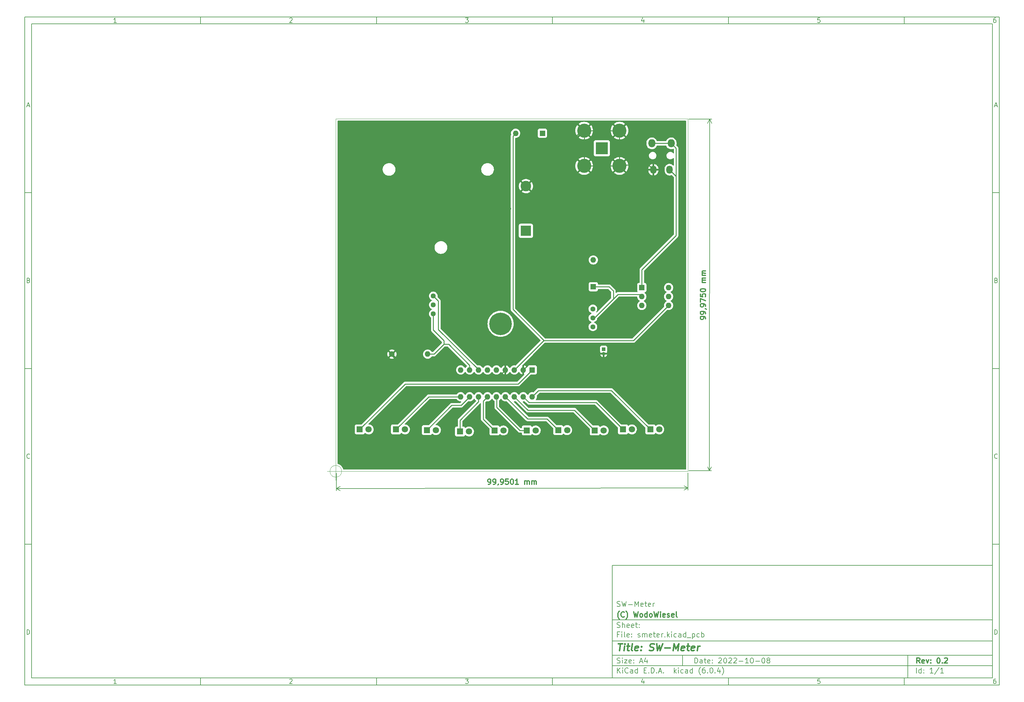
<source format=gbr>
%TF.GenerationSoftware,KiCad,Pcbnew,(6.0.4)*%
%TF.CreationDate,2022-10-08T16:22:46+02:00*%
%TF.ProjectId,smeter,736d6574-6572-42e6-9b69-6361645f7063,0.2*%
%TF.SameCoordinates,PX5de3a50PY84ba458*%
%TF.FileFunction,Copper,L1,Top*%
%TF.FilePolarity,Positive*%
%FSLAX46Y46*%
G04 Gerber Fmt 4.6, Leading zero omitted, Abs format (unit mm)*
G04 Created by KiCad (PCBNEW (6.0.4)) date 2022-10-08 16:22:46*
%MOMM*%
%LPD*%
G01*
G04 APERTURE LIST*
%ADD10C,0.100000*%
%ADD11C,0.150000*%
%ADD12C,0.300000*%
%ADD13C,0.400000*%
%TA.AperFunction,Profile*%
%ADD14C,0.100000*%
%TD*%
%TA.AperFunction,NonConductor*%
%ADD15C,0.300000*%
%TD*%
%TA.AperFunction,NonConductor*%
%ADD16C,0.200000*%
%TD*%
%TA.AperFunction,ComponentPad*%
%ADD17C,3.000000*%
%TD*%
%TA.AperFunction,ComponentPad*%
%ADD18R,3.000000X3.000000*%
%TD*%
%TA.AperFunction,ComponentPad*%
%ADD19R,1.800000X1.800000*%
%TD*%
%TA.AperFunction,ComponentPad*%
%ADD20C,1.800000*%
%TD*%
%TA.AperFunction,ComponentPad*%
%ADD21C,1.440000*%
%TD*%
%TA.AperFunction,ComponentPad*%
%ADD22O,1.800000X2.300000*%
%TD*%
%TA.AperFunction,ComponentPad*%
%ADD23O,2.000000X2.300000*%
%TD*%
%TA.AperFunction,ComponentPad*%
%ADD24R,1.600000X1.600000*%
%TD*%
%TA.AperFunction,ComponentPad*%
%ADD25O,1.600000X1.600000*%
%TD*%
%TA.AperFunction,ComponentPad*%
%ADD26R,1.000000X1.000000*%
%TD*%
%TA.AperFunction,ComponentPad*%
%ADD27O,1.000000X1.000000*%
%TD*%
%TA.AperFunction,ComponentPad*%
%ADD28C,0.800000*%
%TD*%
%TA.AperFunction,ComponentPad*%
%ADD29C,6.400000*%
%TD*%
%TA.AperFunction,ComponentPad*%
%ADD30C,1.600000*%
%TD*%
%TA.AperFunction,ComponentPad*%
%ADD31R,3.500000X3.500000*%
%TD*%
%TA.AperFunction,ComponentPad*%
%ADD32C,4.000000*%
%TD*%
%TA.AperFunction,ViaPad*%
%ADD33C,0.800000*%
%TD*%
%TA.AperFunction,Conductor*%
%ADD34C,0.250000*%
%TD*%
G04 APERTURE END LIST*
D10*
D11*
X78552200Y-26832200D02*
X78552200Y-58832200D01*
X186552200Y-58832200D01*
X186552200Y-26832200D01*
X78552200Y-26832200D01*
D10*
D11*
X-88450000Y129175000D02*
X-88450000Y-60832200D01*
X188552200Y-60832200D01*
X188552200Y129175000D01*
X-88450000Y129175000D01*
D10*
D11*
X-86450000Y127175000D02*
X-86450000Y-58832200D01*
X186552200Y-58832200D01*
X186552200Y127175000D01*
X-86450000Y127175000D01*
D10*
D11*
X-38450000Y127175000D02*
X-38450000Y129175000D01*
D10*
D11*
X11550000Y127175000D02*
X11550000Y129175000D01*
D10*
D11*
X61550000Y127175000D02*
X61550000Y129175000D01*
D10*
D11*
X111550000Y127175000D02*
X111550000Y129175000D01*
D10*
D11*
X161550000Y127175000D02*
X161550000Y129175000D01*
D10*
D11*
X-62384524Y127586905D02*
X-63127381Y127586905D01*
X-62755953Y127586905D02*
X-62755953Y128886905D01*
X-62879762Y128701191D01*
X-63003572Y128577381D01*
X-63127381Y128515477D01*
D10*
D11*
X-13127381Y128763096D02*
X-13065477Y128825000D01*
X-12941667Y128886905D01*
X-12632143Y128886905D01*
X-12508334Y128825000D01*
X-12446429Y128763096D01*
X-12384524Y128639286D01*
X-12384524Y128515477D01*
X-12446429Y128329762D01*
X-13189286Y127586905D01*
X-12384524Y127586905D01*
D10*
D11*
X36810714Y128886905D02*
X37615476Y128886905D01*
X37182142Y128391667D01*
X37367857Y128391667D01*
X37491666Y128329762D01*
X37553571Y128267858D01*
X37615476Y128144048D01*
X37615476Y127834524D01*
X37553571Y127710715D01*
X37491666Y127648810D01*
X37367857Y127586905D01*
X36996428Y127586905D01*
X36872619Y127648810D01*
X36810714Y127710715D01*
D10*
D11*
X87491666Y128453572D02*
X87491666Y127586905D01*
X87182142Y128948810D02*
X86872619Y128020239D01*
X87677380Y128020239D01*
D10*
D11*
X137553571Y128886905D02*
X136934523Y128886905D01*
X136872619Y128267858D01*
X136934523Y128329762D01*
X137058333Y128391667D01*
X137367857Y128391667D01*
X137491666Y128329762D01*
X137553571Y128267858D01*
X137615476Y128144048D01*
X137615476Y127834524D01*
X137553571Y127710715D01*
X137491666Y127648810D01*
X137367857Y127586905D01*
X137058333Y127586905D01*
X136934523Y127648810D01*
X136872619Y127710715D01*
D10*
D11*
X187491666Y128886905D02*
X187244047Y128886905D01*
X187120238Y128825000D01*
X187058333Y128763096D01*
X186934523Y128577381D01*
X186872619Y128329762D01*
X186872619Y127834524D01*
X186934523Y127710715D01*
X186996428Y127648810D01*
X187120238Y127586905D01*
X187367857Y127586905D01*
X187491666Y127648810D01*
X187553571Y127710715D01*
X187615476Y127834524D01*
X187615476Y128144048D01*
X187553571Y128267858D01*
X187491666Y128329762D01*
X187367857Y128391667D01*
X187120238Y128391667D01*
X186996428Y128329762D01*
X186934523Y128267858D01*
X186872619Y128144048D01*
D10*
D11*
X-38450000Y-58832200D02*
X-38450000Y-60832200D01*
D10*
D11*
X11550000Y-58832200D02*
X11550000Y-60832200D01*
D10*
D11*
X61550000Y-58832200D02*
X61550000Y-60832200D01*
D10*
D11*
X111550000Y-58832200D02*
X111550000Y-60832200D01*
D10*
D11*
X161550000Y-58832200D02*
X161550000Y-60832200D01*
D10*
D11*
X-62384524Y-60420295D02*
X-63127381Y-60420295D01*
X-62755953Y-60420295D02*
X-62755953Y-59120295D01*
X-62879762Y-59306009D01*
X-63003572Y-59429819D01*
X-63127381Y-59491723D01*
D10*
D11*
X-13127381Y-59244104D02*
X-13065477Y-59182200D01*
X-12941667Y-59120295D01*
X-12632143Y-59120295D01*
X-12508334Y-59182200D01*
X-12446429Y-59244104D01*
X-12384524Y-59367914D01*
X-12384524Y-59491723D01*
X-12446429Y-59677438D01*
X-13189286Y-60420295D01*
X-12384524Y-60420295D01*
D10*
D11*
X36810714Y-59120295D02*
X37615476Y-59120295D01*
X37182142Y-59615533D01*
X37367857Y-59615533D01*
X37491666Y-59677438D01*
X37553571Y-59739342D01*
X37615476Y-59863152D01*
X37615476Y-60172676D01*
X37553571Y-60296485D01*
X37491666Y-60358390D01*
X37367857Y-60420295D01*
X36996428Y-60420295D01*
X36872619Y-60358390D01*
X36810714Y-60296485D01*
D10*
D11*
X87491666Y-59553628D02*
X87491666Y-60420295D01*
X87182142Y-59058390D02*
X86872619Y-59986961D01*
X87677380Y-59986961D01*
D10*
D11*
X137553571Y-59120295D02*
X136934523Y-59120295D01*
X136872619Y-59739342D01*
X136934523Y-59677438D01*
X137058333Y-59615533D01*
X137367857Y-59615533D01*
X137491666Y-59677438D01*
X137553571Y-59739342D01*
X137615476Y-59863152D01*
X137615476Y-60172676D01*
X137553571Y-60296485D01*
X137491666Y-60358390D01*
X137367857Y-60420295D01*
X137058333Y-60420295D01*
X136934523Y-60358390D01*
X136872619Y-60296485D01*
D10*
D11*
X187491666Y-59120295D02*
X187244047Y-59120295D01*
X187120238Y-59182200D01*
X187058333Y-59244104D01*
X186934523Y-59429819D01*
X186872619Y-59677438D01*
X186872619Y-60172676D01*
X186934523Y-60296485D01*
X186996428Y-60358390D01*
X187120238Y-60420295D01*
X187367857Y-60420295D01*
X187491666Y-60358390D01*
X187553571Y-60296485D01*
X187615476Y-60172676D01*
X187615476Y-59863152D01*
X187553571Y-59739342D01*
X187491666Y-59677438D01*
X187367857Y-59615533D01*
X187120238Y-59615533D01*
X186996428Y-59677438D01*
X186934523Y-59739342D01*
X186872619Y-59863152D01*
D10*
D11*
X-88450000Y79175000D02*
X-86450000Y79175000D01*
D10*
D11*
X-88450000Y29175000D02*
X-86450000Y29175000D01*
D10*
D11*
X-88450000Y-20825000D02*
X-86450000Y-20825000D01*
D10*
D11*
X-87759524Y103958334D02*
X-87140477Y103958334D01*
X-87883334Y103586905D02*
X-87450000Y104886905D01*
X-87016667Y103586905D01*
D10*
D11*
X-87357143Y54267858D02*
X-87171429Y54205953D01*
X-87109524Y54144048D01*
X-87047620Y54020239D01*
X-87047620Y53834524D01*
X-87109524Y53710715D01*
X-87171429Y53648810D01*
X-87295239Y53586905D01*
X-87790477Y53586905D01*
X-87790477Y54886905D01*
X-87357143Y54886905D01*
X-87233334Y54825000D01*
X-87171429Y54763096D01*
X-87109524Y54639286D01*
X-87109524Y54515477D01*
X-87171429Y54391667D01*
X-87233334Y54329762D01*
X-87357143Y54267858D01*
X-87790477Y54267858D01*
D10*
D11*
X-87047620Y3710715D02*
X-87109524Y3648810D01*
X-87295239Y3586905D01*
X-87419048Y3586905D01*
X-87604762Y3648810D01*
X-87728572Y3772620D01*
X-87790477Y3896429D01*
X-87852381Y4144048D01*
X-87852381Y4329762D01*
X-87790477Y4577381D01*
X-87728572Y4701191D01*
X-87604762Y4825000D01*
X-87419048Y4886905D01*
X-87295239Y4886905D01*
X-87109524Y4825000D01*
X-87047620Y4763096D01*
D10*
D11*
X-87790477Y-46413095D02*
X-87790477Y-45113095D01*
X-87480953Y-45113095D01*
X-87295239Y-45175000D01*
X-87171429Y-45298809D01*
X-87109524Y-45422619D01*
X-87047620Y-45670238D01*
X-87047620Y-45855952D01*
X-87109524Y-46103571D01*
X-87171429Y-46227380D01*
X-87295239Y-46351190D01*
X-87480953Y-46413095D01*
X-87790477Y-46413095D01*
D10*
D11*
X188552200Y79175000D02*
X186552200Y79175000D01*
D10*
D11*
X188552200Y29175000D02*
X186552200Y29175000D01*
D10*
D11*
X188552200Y-20825000D02*
X186552200Y-20825000D01*
D10*
D11*
X187242676Y103958334D02*
X187861723Y103958334D01*
X187118866Y103586905D02*
X187552200Y104886905D01*
X187985533Y103586905D01*
D10*
D11*
X187645057Y54267858D02*
X187830771Y54205953D01*
X187892676Y54144048D01*
X187954580Y54020239D01*
X187954580Y53834524D01*
X187892676Y53710715D01*
X187830771Y53648810D01*
X187706961Y53586905D01*
X187211723Y53586905D01*
X187211723Y54886905D01*
X187645057Y54886905D01*
X187768866Y54825000D01*
X187830771Y54763096D01*
X187892676Y54639286D01*
X187892676Y54515477D01*
X187830771Y54391667D01*
X187768866Y54329762D01*
X187645057Y54267858D01*
X187211723Y54267858D01*
D10*
D11*
X187954580Y3710715D02*
X187892676Y3648810D01*
X187706961Y3586905D01*
X187583152Y3586905D01*
X187397438Y3648810D01*
X187273628Y3772620D01*
X187211723Y3896429D01*
X187149819Y4144048D01*
X187149819Y4329762D01*
X187211723Y4577381D01*
X187273628Y4701191D01*
X187397438Y4825000D01*
X187583152Y4886905D01*
X187706961Y4886905D01*
X187892676Y4825000D01*
X187954580Y4763096D01*
D10*
D11*
X187211723Y-46413095D02*
X187211723Y-45113095D01*
X187521247Y-45113095D01*
X187706961Y-45175000D01*
X187830771Y-45298809D01*
X187892676Y-45422619D01*
X187954580Y-45670238D01*
X187954580Y-45855952D01*
X187892676Y-46103571D01*
X187830771Y-46227380D01*
X187706961Y-46351190D01*
X187521247Y-46413095D01*
X187211723Y-46413095D01*
D10*
D11*
X101984342Y-54610771D02*
X101984342Y-53110771D01*
X102341485Y-53110771D01*
X102555771Y-53182200D01*
X102698628Y-53325057D01*
X102770057Y-53467914D01*
X102841485Y-53753628D01*
X102841485Y-53967914D01*
X102770057Y-54253628D01*
X102698628Y-54396485D01*
X102555771Y-54539342D01*
X102341485Y-54610771D01*
X101984342Y-54610771D01*
X104127200Y-54610771D02*
X104127200Y-53825057D01*
X104055771Y-53682200D01*
X103912914Y-53610771D01*
X103627200Y-53610771D01*
X103484342Y-53682200D01*
X104127200Y-54539342D02*
X103984342Y-54610771D01*
X103627200Y-54610771D01*
X103484342Y-54539342D01*
X103412914Y-54396485D01*
X103412914Y-54253628D01*
X103484342Y-54110771D01*
X103627200Y-54039342D01*
X103984342Y-54039342D01*
X104127200Y-53967914D01*
X104627200Y-53610771D02*
X105198628Y-53610771D01*
X104841485Y-53110771D02*
X104841485Y-54396485D01*
X104912914Y-54539342D01*
X105055771Y-54610771D01*
X105198628Y-54610771D01*
X106270057Y-54539342D02*
X106127200Y-54610771D01*
X105841485Y-54610771D01*
X105698628Y-54539342D01*
X105627200Y-54396485D01*
X105627200Y-53825057D01*
X105698628Y-53682200D01*
X105841485Y-53610771D01*
X106127200Y-53610771D01*
X106270057Y-53682200D01*
X106341485Y-53825057D01*
X106341485Y-53967914D01*
X105627200Y-54110771D01*
X106984342Y-54467914D02*
X107055771Y-54539342D01*
X106984342Y-54610771D01*
X106912914Y-54539342D01*
X106984342Y-54467914D01*
X106984342Y-54610771D01*
X106984342Y-53682200D02*
X107055771Y-53753628D01*
X106984342Y-53825057D01*
X106912914Y-53753628D01*
X106984342Y-53682200D01*
X106984342Y-53825057D01*
X108770057Y-53253628D02*
X108841485Y-53182200D01*
X108984342Y-53110771D01*
X109341485Y-53110771D01*
X109484342Y-53182200D01*
X109555771Y-53253628D01*
X109627200Y-53396485D01*
X109627200Y-53539342D01*
X109555771Y-53753628D01*
X108698628Y-54610771D01*
X109627200Y-54610771D01*
X110555771Y-53110771D02*
X110698628Y-53110771D01*
X110841485Y-53182200D01*
X110912914Y-53253628D01*
X110984342Y-53396485D01*
X111055771Y-53682200D01*
X111055771Y-54039342D01*
X110984342Y-54325057D01*
X110912914Y-54467914D01*
X110841485Y-54539342D01*
X110698628Y-54610771D01*
X110555771Y-54610771D01*
X110412914Y-54539342D01*
X110341485Y-54467914D01*
X110270057Y-54325057D01*
X110198628Y-54039342D01*
X110198628Y-53682200D01*
X110270057Y-53396485D01*
X110341485Y-53253628D01*
X110412914Y-53182200D01*
X110555771Y-53110771D01*
X111627200Y-53253628D02*
X111698628Y-53182200D01*
X111841485Y-53110771D01*
X112198628Y-53110771D01*
X112341485Y-53182200D01*
X112412914Y-53253628D01*
X112484342Y-53396485D01*
X112484342Y-53539342D01*
X112412914Y-53753628D01*
X111555771Y-54610771D01*
X112484342Y-54610771D01*
X113055771Y-53253628D02*
X113127200Y-53182200D01*
X113270057Y-53110771D01*
X113627200Y-53110771D01*
X113770057Y-53182200D01*
X113841485Y-53253628D01*
X113912914Y-53396485D01*
X113912914Y-53539342D01*
X113841485Y-53753628D01*
X112984342Y-54610771D01*
X113912914Y-54610771D01*
X114555771Y-54039342D02*
X115698628Y-54039342D01*
X117198628Y-54610771D02*
X116341485Y-54610771D01*
X116770057Y-54610771D02*
X116770057Y-53110771D01*
X116627200Y-53325057D01*
X116484342Y-53467914D01*
X116341485Y-53539342D01*
X118127200Y-53110771D02*
X118270057Y-53110771D01*
X118412914Y-53182200D01*
X118484342Y-53253628D01*
X118555771Y-53396485D01*
X118627200Y-53682200D01*
X118627200Y-54039342D01*
X118555771Y-54325057D01*
X118484342Y-54467914D01*
X118412914Y-54539342D01*
X118270057Y-54610771D01*
X118127200Y-54610771D01*
X117984342Y-54539342D01*
X117912914Y-54467914D01*
X117841485Y-54325057D01*
X117770057Y-54039342D01*
X117770057Y-53682200D01*
X117841485Y-53396485D01*
X117912914Y-53253628D01*
X117984342Y-53182200D01*
X118127200Y-53110771D01*
X119270057Y-54039342D02*
X120412914Y-54039342D01*
X121412914Y-53110771D02*
X121555771Y-53110771D01*
X121698628Y-53182200D01*
X121770057Y-53253628D01*
X121841485Y-53396485D01*
X121912914Y-53682200D01*
X121912914Y-54039342D01*
X121841485Y-54325057D01*
X121770057Y-54467914D01*
X121698628Y-54539342D01*
X121555771Y-54610771D01*
X121412914Y-54610771D01*
X121270057Y-54539342D01*
X121198628Y-54467914D01*
X121127200Y-54325057D01*
X121055771Y-54039342D01*
X121055771Y-53682200D01*
X121127200Y-53396485D01*
X121198628Y-53253628D01*
X121270057Y-53182200D01*
X121412914Y-53110771D01*
X122770057Y-53753628D02*
X122627200Y-53682200D01*
X122555771Y-53610771D01*
X122484342Y-53467914D01*
X122484342Y-53396485D01*
X122555771Y-53253628D01*
X122627200Y-53182200D01*
X122770057Y-53110771D01*
X123055771Y-53110771D01*
X123198628Y-53182200D01*
X123270057Y-53253628D01*
X123341485Y-53396485D01*
X123341485Y-53467914D01*
X123270057Y-53610771D01*
X123198628Y-53682200D01*
X123055771Y-53753628D01*
X122770057Y-53753628D01*
X122627200Y-53825057D01*
X122555771Y-53896485D01*
X122484342Y-54039342D01*
X122484342Y-54325057D01*
X122555771Y-54467914D01*
X122627200Y-54539342D01*
X122770057Y-54610771D01*
X123055771Y-54610771D01*
X123198628Y-54539342D01*
X123270057Y-54467914D01*
X123341485Y-54325057D01*
X123341485Y-54039342D01*
X123270057Y-53896485D01*
X123198628Y-53825057D01*
X123055771Y-53753628D01*
D10*
D11*
X78552200Y-55332200D02*
X186552200Y-55332200D01*
D10*
D11*
X79984342Y-57410771D02*
X79984342Y-55910771D01*
X80841485Y-57410771D02*
X80198628Y-56553628D01*
X80841485Y-55910771D02*
X79984342Y-56767914D01*
X81484342Y-57410771D02*
X81484342Y-56410771D01*
X81484342Y-55910771D02*
X81412914Y-55982200D01*
X81484342Y-56053628D01*
X81555771Y-55982200D01*
X81484342Y-55910771D01*
X81484342Y-56053628D01*
X83055771Y-57267914D02*
X82984342Y-57339342D01*
X82770057Y-57410771D01*
X82627200Y-57410771D01*
X82412914Y-57339342D01*
X82270057Y-57196485D01*
X82198628Y-57053628D01*
X82127200Y-56767914D01*
X82127200Y-56553628D01*
X82198628Y-56267914D01*
X82270057Y-56125057D01*
X82412914Y-55982200D01*
X82627200Y-55910771D01*
X82770057Y-55910771D01*
X82984342Y-55982200D01*
X83055771Y-56053628D01*
X84341485Y-57410771D02*
X84341485Y-56625057D01*
X84270057Y-56482200D01*
X84127200Y-56410771D01*
X83841485Y-56410771D01*
X83698628Y-56482200D01*
X84341485Y-57339342D02*
X84198628Y-57410771D01*
X83841485Y-57410771D01*
X83698628Y-57339342D01*
X83627200Y-57196485D01*
X83627200Y-57053628D01*
X83698628Y-56910771D01*
X83841485Y-56839342D01*
X84198628Y-56839342D01*
X84341485Y-56767914D01*
X85698628Y-57410771D02*
X85698628Y-55910771D01*
X85698628Y-57339342D02*
X85555771Y-57410771D01*
X85270057Y-57410771D01*
X85127200Y-57339342D01*
X85055771Y-57267914D01*
X84984342Y-57125057D01*
X84984342Y-56696485D01*
X85055771Y-56553628D01*
X85127200Y-56482200D01*
X85270057Y-56410771D01*
X85555771Y-56410771D01*
X85698628Y-56482200D01*
X87555771Y-56625057D02*
X88055771Y-56625057D01*
X88270057Y-57410771D02*
X87555771Y-57410771D01*
X87555771Y-55910771D01*
X88270057Y-55910771D01*
X88912914Y-57267914D02*
X88984342Y-57339342D01*
X88912914Y-57410771D01*
X88841485Y-57339342D01*
X88912914Y-57267914D01*
X88912914Y-57410771D01*
X89627200Y-57410771D02*
X89627200Y-55910771D01*
X89984342Y-55910771D01*
X90198628Y-55982200D01*
X90341485Y-56125057D01*
X90412914Y-56267914D01*
X90484342Y-56553628D01*
X90484342Y-56767914D01*
X90412914Y-57053628D01*
X90341485Y-57196485D01*
X90198628Y-57339342D01*
X89984342Y-57410771D01*
X89627200Y-57410771D01*
X91127200Y-57267914D02*
X91198628Y-57339342D01*
X91127200Y-57410771D01*
X91055771Y-57339342D01*
X91127200Y-57267914D01*
X91127200Y-57410771D01*
X91770057Y-56982200D02*
X92484342Y-56982200D01*
X91627200Y-57410771D02*
X92127200Y-55910771D01*
X92627200Y-57410771D01*
X93127200Y-57267914D02*
X93198628Y-57339342D01*
X93127200Y-57410771D01*
X93055771Y-57339342D01*
X93127200Y-57267914D01*
X93127200Y-57410771D01*
X96127200Y-57410771D02*
X96127200Y-55910771D01*
X96270057Y-56839342D02*
X96698628Y-57410771D01*
X96698628Y-56410771D02*
X96127200Y-56982200D01*
X97341485Y-57410771D02*
X97341485Y-56410771D01*
X97341485Y-55910771D02*
X97270057Y-55982200D01*
X97341485Y-56053628D01*
X97412914Y-55982200D01*
X97341485Y-55910771D01*
X97341485Y-56053628D01*
X98698628Y-57339342D02*
X98555771Y-57410771D01*
X98270057Y-57410771D01*
X98127200Y-57339342D01*
X98055771Y-57267914D01*
X97984342Y-57125057D01*
X97984342Y-56696485D01*
X98055771Y-56553628D01*
X98127200Y-56482200D01*
X98270057Y-56410771D01*
X98555771Y-56410771D01*
X98698628Y-56482200D01*
X99984342Y-57410771D02*
X99984342Y-56625057D01*
X99912914Y-56482200D01*
X99770057Y-56410771D01*
X99484342Y-56410771D01*
X99341485Y-56482200D01*
X99984342Y-57339342D02*
X99841485Y-57410771D01*
X99484342Y-57410771D01*
X99341485Y-57339342D01*
X99270057Y-57196485D01*
X99270057Y-57053628D01*
X99341485Y-56910771D01*
X99484342Y-56839342D01*
X99841485Y-56839342D01*
X99984342Y-56767914D01*
X101341485Y-57410771D02*
X101341485Y-55910771D01*
X101341485Y-57339342D02*
X101198628Y-57410771D01*
X100912914Y-57410771D01*
X100770057Y-57339342D01*
X100698628Y-57267914D01*
X100627200Y-57125057D01*
X100627200Y-56696485D01*
X100698628Y-56553628D01*
X100770057Y-56482200D01*
X100912914Y-56410771D01*
X101198628Y-56410771D01*
X101341485Y-56482200D01*
X103627200Y-57982200D02*
X103555771Y-57910771D01*
X103412914Y-57696485D01*
X103341485Y-57553628D01*
X103270057Y-57339342D01*
X103198628Y-56982200D01*
X103198628Y-56696485D01*
X103270057Y-56339342D01*
X103341485Y-56125057D01*
X103412914Y-55982200D01*
X103555771Y-55767914D01*
X103627200Y-55696485D01*
X104841485Y-55910771D02*
X104555771Y-55910771D01*
X104412914Y-55982200D01*
X104341485Y-56053628D01*
X104198628Y-56267914D01*
X104127200Y-56553628D01*
X104127200Y-57125057D01*
X104198628Y-57267914D01*
X104270057Y-57339342D01*
X104412914Y-57410771D01*
X104698628Y-57410771D01*
X104841485Y-57339342D01*
X104912914Y-57267914D01*
X104984342Y-57125057D01*
X104984342Y-56767914D01*
X104912914Y-56625057D01*
X104841485Y-56553628D01*
X104698628Y-56482200D01*
X104412914Y-56482200D01*
X104270057Y-56553628D01*
X104198628Y-56625057D01*
X104127200Y-56767914D01*
X105627200Y-57267914D02*
X105698628Y-57339342D01*
X105627200Y-57410771D01*
X105555771Y-57339342D01*
X105627200Y-57267914D01*
X105627200Y-57410771D01*
X106627200Y-55910771D02*
X106770057Y-55910771D01*
X106912914Y-55982200D01*
X106984342Y-56053628D01*
X107055771Y-56196485D01*
X107127200Y-56482200D01*
X107127200Y-56839342D01*
X107055771Y-57125057D01*
X106984342Y-57267914D01*
X106912914Y-57339342D01*
X106770057Y-57410771D01*
X106627200Y-57410771D01*
X106484342Y-57339342D01*
X106412914Y-57267914D01*
X106341485Y-57125057D01*
X106270057Y-56839342D01*
X106270057Y-56482200D01*
X106341485Y-56196485D01*
X106412914Y-56053628D01*
X106484342Y-55982200D01*
X106627200Y-55910771D01*
X107770057Y-57267914D02*
X107841485Y-57339342D01*
X107770057Y-57410771D01*
X107698628Y-57339342D01*
X107770057Y-57267914D01*
X107770057Y-57410771D01*
X109127200Y-56410771D02*
X109127200Y-57410771D01*
X108770057Y-55839342D02*
X108412914Y-56910771D01*
X109341485Y-56910771D01*
X109770057Y-57982200D02*
X109841485Y-57910771D01*
X109984342Y-57696485D01*
X110055771Y-57553628D01*
X110127200Y-57339342D01*
X110198628Y-56982200D01*
X110198628Y-56696485D01*
X110127200Y-56339342D01*
X110055771Y-56125057D01*
X109984342Y-55982200D01*
X109841485Y-55767914D01*
X109770057Y-55696485D01*
D10*
D11*
X78552200Y-52332200D02*
X186552200Y-52332200D01*
D10*
D12*
X165961485Y-54610771D02*
X165461485Y-53896485D01*
X165104342Y-54610771D02*
X165104342Y-53110771D01*
X165675771Y-53110771D01*
X165818628Y-53182200D01*
X165890057Y-53253628D01*
X165961485Y-53396485D01*
X165961485Y-53610771D01*
X165890057Y-53753628D01*
X165818628Y-53825057D01*
X165675771Y-53896485D01*
X165104342Y-53896485D01*
X167175771Y-54539342D02*
X167032914Y-54610771D01*
X166747200Y-54610771D01*
X166604342Y-54539342D01*
X166532914Y-54396485D01*
X166532914Y-53825057D01*
X166604342Y-53682200D01*
X166747200Y-53610771D01*
X167032914Y-53610771D01*
X167175771Y-53682200D01*
X167247200Y-53825057D01*
X167247200Y-53967914D01*
X166532914Y-54110771D01*
X167747200Y-53610771D02*
X168104342Y-54610771D01*
X168461485Y-53610771D01*
X169032914Y-54467914D02*
X169104342Y-54539342D01*
X169032914Y-54610771D01*
X168961485Y-54539342D01*
X169032914Y-54467914D01*
X169032914Y-54610771D01*
X169032914Y-53682200D02*
X169104342Y-53753628D01*
X169032914Y-53825057D01*
X168961485Y-53753628D01*
X169032914Y-53682200D01*
X169032914Y-53825057D01*
X171175771Y-53110771D02*
X171318628Y-53110771D01*
X171461485Y-53182200D01*
X171532914Y-53253628D01*
X171604342Y-53396485D01*
X171675771Y-53682200D01*
X171675771Y-54039342D01*
X171604342Y-54325057D01*
X171532914Y-54467914D01*
X171461485Y-54539342D01*
X171318628Y-54610771D01*
X171175771Y-54610771D01*
X171032914Y-54539342D01*
X170961485Y-54467914D01*
X170890057Y-54325057D01*
X170818628Y-54039342D01*
X170818628Y-53682200D01*
X170890057Y-53396485D01*
X170961485Y-53253628D01*
X171032914Y-53182200D01*
X171175771Y-53110771D01*
X172318628Y-54467914D02*
X172390057Y-54539342D01*
X172318628Y-54610771D01*
X172247200Y-54539342D01*
X172318628Y-54467914D01*
X172318628Y-54610771D01*
X172961485Y-53253628D02*
X173032914Y-53182200D01*
X173175771Y-53110771D01*
X173532914Y-53110771D01*
X173675771Y-53182200D01*
X173747200Y-53253628D01*
X173818628Y-53396485D01*
X173818628Y-53539342D01*
X173747200Y-53753628D01*
X172890057Y-54610771D01*
X173818628Y-54610771D01*
D10*
D11*
X79912914Y-54539342D02*
X80127200Y-54610771D01*
X80484342Y-54610771D01*
X80627200Y-54539342D01*
X80698628Y-54467914D01*
X80770057Y-54325057D01*
X80770057Y-54182200D01*
X80698628Y-54039342D01*
X80627200Y-53967914D01*
X80484342Y-53896485D01*
X80198628Y-53825057D01*
X80055771Y-53753628D01*
X79984342Y-53682200D01*
X79912914Y-53539342D01*
X79912914Y-53396485D01*
X79984342Y-53253628D01*
X80055771Y-53182200D01*
X80198628Y-53110771D01*
X80555771Y-53110771D01*
X80770057Y-53182200D01*
X81412914Y-54610771D02*
X81412914Y-53610771D01*
X81412914Y-53110771D02*
X81341485Y-53182200D01*
X81412914Y-53253628D01*
X81484342Y-53182200D01*
X81412914Y-53110771D01*
X81412914Y-53253628D01*
X81984342Y-53610771D02*
X82770057Y-53610771D01*
X81984342Y-54610771D01*
X82770057Y-54610771D01*
X83912914Y-54539342D02*
X83770057Y-54610771D01*
X83484342Y-54610771D01*
X83341485Y-54539342D01*
X83270057Y-54396485D01*
X83270057Y-53825057D01*
X83341485Y-53682200D01*
X83484342Y-53610771D01*
X83770057Y-53610771D01*
X83912914Y-53682200D01*
X83984342Y-53825057D01*
X83984342Y-53967914D01*
X83270057Y-54110771D01*
X84627200Y-54467914D02*
X84698628Y-54539342D01*
X84627200Y-54610771D01*
X84555771Y-54539342D01*
X84627200Y-54467914D01*
X84627200Y-54610771D01*
X84627200Y-53682200D02*
X84698628Y-53753628D01*
X84627200Y-53825057D01*
X84555771Y-53753628D01*
X84627200Y-53682200D01*
X84627200Y-53825057D01*
X86412914Y-54182200D02*
X87127200Y-54182200D01*
X86270057Y-54610771D02*
X86770057Y-53110771D01*
X87270057Y-54610771D01*
X88412914Y-53610771D02*
X88412914Y-54610771D01*
X88055771Y-53039342D02*
X87698628Y-54110771D01*
X88627200Y-54110771D01*
D10*
D11*
X164984342Y-57410771D02*
X164984342Y-55910771D01*
X166341485Y-57410771D02*
X166341485Y-55910771D01*
X166341485Y-57339342D02*
X166198628Y-57410771D01*
X165912914Y-57410771D01*
X165770057Y-57339342D01*
X165698628Y-57267914D01*
X165627200Y-57125057D01*
X165627200Y-56696485D01*
X165698628Y-56553628D01*
X165770057Y-56482200D01*
X165912914Y-56410771D01*
X166198628Y-56410771D01*
X166341485Y-56482200D01*
X167055771Y-57267914D02*
X167127200Y-57339342D01*
X167055771Y-57410771D01*
X166984342Y-57339342D01*
X167055771Y-57267914D01*
X167055771Y-57410771D01*
X167055771Y-56482200D02*
X167127200Y-56553628D01*
X167055771Y-56625057D01*
X166984342Y-56553628D01*
X167055771Y-56482200D01*
X167055771Y-56625057D01*
X169698628Y-57410771D02*
X168841485Y-57410771D01*
X169270057Y-57410771D02*
X169270057Y-55910771D01*
X169127200Y-56125057D01*
X168984342Y-56267914D01*
X168841485Y-56339342D01*
X171412914Y-55839342D02*
X170127200Y-57767914D01*
X172698628Y-57410771D02*
X171841485Y-57410771D01*
X172270057Y-57410771D02*
X172270057Y-55910771D01*
X172127200Y-56125057D01*
X171984342Y-56267914D01*
X171841485Y-56339342D01*
D10*
D11*
X78552200Y-48332200D02*
X186552200Y-48332200D01*
D10*
D13*
X80264580Y-49036961D02*
X81407438Y-49036961D01*
X80586009Y-51036961D02*
X80836009Y-49036961D01*
X81824104Y-51036961D02*
X81990771Y-49703628D01*
X82074104Y-49036961D02*
X81966961Y-49132200D01*
X82050295Y-49227438D01*
X82157438Y-49132200D01*
X82074104Y-49036961D01*
X82050295Y-49227438D01*
X82657438Y-49703628D02*
X83419342Y-49703628D01*
X83026485Y-49036961D02*
X82812200Y-50751247D01*
X82883628Y-50941723D01*
X83062200Y-51036961D01*
X83252676Y-51036961D01*
X84205057Y-51036961D02*
X84026485Y-50941723D01*
X83955057Y-50751247D01*
X84169342Y-49036961D01*
X85740771Y-50941723D02*
X85538390Y-51036961D01*
X85157438Y-51036961D01*
X84978866Y-50941723D01*
X84907438Y-50751247D01*
X85002676Y-49989342D01*
X85121723Y-49798866D01*
X85324104Y-49703628D01*
X85705057Y-49703628D01*
X85883628Y-49798866D01*
X85955057Y-49989342D01*
X85931247Y-50179819D01*
X84955057Y-50370295D01*
X86705057Y-50846485D02*
X86788390Y-50941723D01*
X86681247Y-51036961D01*
X86597914Y-50941723D01*
X86705057Y-50846485D01*
X86681247Y-51036961D01*
X86836009Y-49798866D02*
X86919342Y-49894104D01*
X86812200Y-49989342D01*
X86728866Y-49894104D01*
X86836009Y-49798866D01*
X86812200Y-49989342D01*
X89074104Y-50941723D02*
X89347914Y-51036961D01*
X89824104Y-51036961D01*
X90026485Y-50941723D01*
X90133628Y-50846485D01*
X90252676Y-50656009D01*
X90276485Y-50465533D01*
X90205057Y-50275057D01*
X90121723Y-50179819D01*
X89943152Y-50084580D01*
X89574104Y-49989342D01*
X89395533Y-49894104D01*
X89312200Y-49798866D01*
X89240771Y-49608390D01*
X89264580Y-49417914D01*
X89383628Y-49227438D01*
X89490771Y-49132200D01*
X89693152Y-49036961D01*
X90169342Y-49036961D01*
X90443152Y-49132200D01*
X91121723Y-49036961D02*
X91347914Y-51036961D01*
X91907438Y-49608390D01*
X92109819Y-51036961D01*
X92836009Y-49036961D01*
X93443152Y-50275057D02*
X94966961Y-50275057D01*
X95824104Y-51036961D02*
X96074104Y-49036961D01*
X96562200Y-50465533D01*
X97407438Y-49036961D01*
X97157438Y-51036961D01*
X98883628Y-50941723D02*
X98681247Y-51036961D01*
X98300295Y-51036961D01*
X98121723Y-50941723D01*
X98050295Y-50751247D01*
X98145533Y-49989342D01*
X98264580Y-49798866D01*
X98466961Y-49703628D01*
X98847914Y-49703628D01*
X99026485Y-49798866D01*
X99097914Y-49989342D01*
X99074104Y-50179819D01*
X98097914Y-50370295D01*
X99705057Y-49703628D02*
X100466961Y-49703628D01*
X100074104Y-49036961D02*
X99859819Y-50751247D01*
X99931247Y-50941723D01*
X100109819Y-51036961D01*
X100300295Y-51036961D01*
X101740771Y-50941723D02*
X101538390Y-51036961D01*
X101157438Y-51036961D01*
X100978866Y-50941723D01*
X100907438Y-50751247D01*
X101002676Y-49989342D01*
X101121723Y-49798866D01*
X101324104Y-49703628D01*
X101705057Y-49703628D01*
X101883628Y-49798866D01*
X101955057Y-49989342D01*
X101931247Y-50179819D01*
X100955057Y-50370295D01*
X102681247Y-51036961D02*
X102847914Y-49703628D01*
X102800295Y-50084580D02*
X102919342Y-49894104D01*
X103026485Y-49798866D01*
X103228866Y-49703628D01*
X103419342Y-49703628D01*
D10*
D11*
X80484342Y-46425057D02*
X79984342Y-46425057D01*
X79984342Y-47210771D02*
X79984342Y-45710771D01*
X80698628Y-45710771D01*
X81270057Y-47210771D02*
X81270057Y-46210771D01*
X81270057Y-45710771D02*
X81198628Y-45782200D01*
X81270057Y-45853628D01*
X81341485Y-45782200D01*
X81270057Y-45710771D01*
X81270057Y-45853628D01*
X82198628Y-47210771D02*
X82055771Y-47139342D01*
X81984342Y-46996485D01*
X81984342Y-45710771D01*
X83341485Y-47139342D02*
X83198628Y-47210771D01*
X82912914Y-47210771D01*
X82770057Y-47139342D01*
X82698628Y-46996485D01*
X82698628Y-46425057D01*
X82770057Y-46282200D01*
X82912914Y-46210771D01*
X83198628Y-46210771D01*
X83341485Y-46282200D01*
X83412914Y-46425057D01*
X83412914Y-46567914D01*
X82698628Y-46710771D01*
X84055771Y-47067914D02*
X84127200Y-47139342D01*
X84055771Y-47210771D01*
X83984342Y-47139342D01*
X84055771Y-47067914D01*
X84055771Y-47210771D01*
X84055771Y-46282200D02*
X84127200Y-46353628D01*
X84055771Y-46425057D01*
X83984342Y-46353628D01*
X84055771Y-46282200D01*
X84055771Y-46425057D01*
X85841485Y-47139342D02*
X85984342Y-47210771D01*
X86270057Y-47210771D01*
X86412914Y-47139342D01*
X86484342Y-46996485D01*
X86484342Y-46925057D01*
X86412914Y-46782200D01*
X86270057Y-46710771D01*
X86055771Y-46710771D01*
X85912914Y-46639342D01*
X85841485Y-46496485D01*
X85841485Y-46425057D01*
X85912914Y-46282200D01*
X86055771Y-46210771D01*
X86270057Y-46210771D01*
X86412914Y-46282200D01*
X87127200Y-47210771D02*
X87127200Y-46210771D01*
X87127200Y-46353628D02*
X87198628Y-46282200D01*
X87341485Y-46210771D01*
X87555771Y-46210771D01*
X87698628Y-46282200D01*
X87770057Y-46425057D01*
X87770057Y-47210771D01*
X87770057Y-46425057D02*
X87841485Y-46282200D01*
X87984342Y-46210771D01*
X88198628Y-46210771D01*
X88341485Y-46282200D01*
X88412914Y-46425057D01*
X88412914Y-47210771D01*
X89698628Y-47139342D02*
X89555771Y-47210771D01*
X89270057Y-47210771D01*
X89127200Y-47139342D01*
X89055771Y-46996485D01*
X89055771Y-46425057D01*
X89127200Y-46282200D01*
X89270057Y-46210771D01*
X89555771Y-46210771D01*
X89698628Y-46282200D01*
X89770057Y-46425057D01*
X89770057Y-46567914D01*
X89055771Y-46710771D01*
X90198628Y-46210771D02*
X90770057Y-46210771D01*
X90412914Y-45710771D02*
X90412914Y-46996485D01*
X90484342Y-47139342D01*
X90627200Y-47210771D01*
X90770057Y-47210771D01*
X91841485Y-47139342D02*
X91698628Y-47210771D01*
X91412914Y-47210771D01*
X91270057Y-47139342D01*
X91198628Y-46996485D01*
X91198628Y-46425057D01*
X91270057Y-46282200D01*
X91412914Y-46210771D01*
X91698628Y-46210771D01*
X91841485Y-46282200D01*
X91912914Y-46425057D01*
X91912914Y-46567914D01*
X91198628Y-46710771D01*
X92555771Y-47210771D02*
X92555771Y-46210771D01*
X92555771Y-46496485D02*
X92627200Y-46353628D01*
X92698628Y-46282200D01*
X92841485Y-46210771D01*
X92984342Y-46210771D01*
X93484342Y-47067914D02*
X93555771Y-47139342D01*
X93484342Y-47210771D01*
X93412914Y-47139342D01*
X93484342Y-47067914D01*
X93484342Y-47210771D01*
X94198628Y-47210771D02*
X94198628Y-45710771D01*
X94341485Y-46639342D02*
X94770057Y-47210771D01*
X94770057Y-46210771D02*
X94198628Y-46782200D01*
X95412914Y-47210771D02*
X95412914Y-46210771D01*
X95412914Y-45710771D02*
X95341485Y-45782200D01*
X95412914Y-45853628D01*
X95484342Y-45782200D01*
X95412914Y-45710771D01*
X95412914Y-45853628D01*
X96770057Y-47139342D02*
X96627200Y-47210771D01*
X96341485Y-47210771D01*
X96198628Y-47139342D01*
X96127200Y-47067914D01*
X96055771Y-46925057D01*
X96055771Y-46496485D01*
X96127200Y-46353628D01*
X96198628Y-46282200D01*
X96341485Y-46210771D01*
X96627200Y-46210771D01*
X96770057Y-46282200D01*
X98055771Y-47210771D02*
X98055771Y-46425057D01*
X97984342Y-46282200D01*
X97841485Y-46210771D01*
X97555771Y-46210771D01*
X97412914Y-46282200D01*
X98055771Y-47139342D02*
X97912914Y-47210771D01*
X97555771Y-47210771D01*
X97412914Y-47139342D01*
X97341485Y-46996485D01*
X97341485Y-46853628D01*
X97412914Y-46710771D01*
X97555771Y-46639342D01*
X97912914Y-46639342D01*
X98055771Y-46567914D01*
X99412914Y-47210771D02*
X99412914Y-45710771D01*
X99412914Y-47139342D02*
X99270057Y-47210771D01*
X98984342Y-47210771D01*
X98841485Y-47139342D01*
X98770057Y-47067914D01*
X98698628Y-46925057D01*
X98698628Y-46496485D01*
X98770057Y-46353628D01*
X98841485Y-46282200D01*
X98984342Y-46210771D01*
X99270057Y-46210771D01*
X99412914Y-46282200D01*
X99770057Y-47353628D02*
X100912914Y-47353628D01*
X101270057Y-46210771D02*
X101270057Y-47710771D01*
X101270057Y-46282200D02*
X101412914Y-46210771D01*
X101698628Y-46210771D01*
X101841485Y-46282200D01*
X101912914Y-46353628D01*
X101984342Y-46496485D01*
X101984342Y-46925057D01*
X101912914Y-47067914D01*
X101841485Y-47139342D01*
X101698628Y-47210771D01*
X101412914Y-47210771D01*
X101270057Y-47139342D01*
X103270057Y-47139342D02*
X103127200Y-47210771D01*
X102841485Y-47210771D01*
X102698628Y-47139342D01*
X102627200Y-47067914D01*
X102555771Y-46925057D01*
X102555771Y-46496485D01*
X102627200Y-46353628D01*
X102698628Y-46282200D01*
X102841485Y-46210771D01*
X103127200Y-46210771D01*
X103270057Y-46282200D01*
X103912914Y-47210771D02*
X103912914Y-45710771D01*
X103912914Y-46282200D02*
X104055771Y-46210771D01*
X104341485Y-46210771D01*
X104484342Y-46282200D01*
X104555771Y-46353628D01*
X104627200Y-46496485D01*
X104627200Y-46925057D01*
X104555771Y-47067914D01*
X104484342Y-47139342D01*
X104341485Y-47210771D01*
X104055771Y-47210771D01*
X103912914Y-47139342D01*
D10*
D11*
X78552200Y-42332200D02*
X186552200Y-42332200D01*
D10*
D11*
X79912914Y-44439342D02*
X80127200Y-44510771D01*
X80484342Y-44510771D01*
X80627200Y-44439342D01*
X80698628Y-44367914D01*
X80770057Y-44225057D01*
X80770057Y-44082200D01*
X80698628Y-43939342D01*
X80627200Y-43867914D01*
X80484342Y-43796485D01*
X80198628Y-43725057D01*
X80055771Y-43653628D01*
X79984342Y-43582200D01*
X79912914Y-43439342D01*
X79912914Y-43296485D01*
X79984342Y-43153628D01*
X80055771Y-43082200D01*
X80198628Y-43010771D01*
X80555771Y-43010771D01*
X80770057Y-43082200D01*
X81412914Y-44510771D02*
X81412914Y-43010771D01*
X82055771Y-44510771D02*
X82055771Y-43725057D01*
X81984342Y-43582200D01*
X81841485Y-43510771D01*
X81627200Y-43510771D01*
X81484342Y-43582200D01*
X81412914Y-43653628D01*
X83341485Y-44439342D02*
X83198628Y-44510771D01*
X82912914Y-44510771D01*
X82770057Y-44439342D01*
X82698628Y-44296485D01*
X82698628Y-43725057D01*
X82770057Y-43582200D01*
X82912914Y-43510771D01*
X83198628Y-43510771D01*
X83341485Y-43582200D01*
X83412914Y-43725057D01*
X83412914Y-43867914D01*
X82698628Y-44010771D01*
X84627200Y-44439342D02*
X84484342Y-44510771D01*
X84198628Y-44510771D01*
X84055771Y-44439342D01*
X83984342Y-44296485D01*
X83984342Y-43725057D01*
X84055771Y-43582200D01*
X84198628Y-43510771D01*
X84484342Y-43510771D01*
X84627200Y-43582200D01*
X84698628Y-43725057D01*
X84698628Y-43867914D01*
X83984342Y-44010771D01*
X85127200Y-43510771D02*
X85698628Y-43510771D01*
X85341485Y-43010771D02*
X85341485Y-44296485D01*
X85412914Y-44439342D01*
X85555771Y-44510771D01*
X85698628Y-44510771D01*
X86198628Y-44367914D02*
X86270057Y-44439342D01*
X86198628Y-44510771D01*
X86127200Y-44439342D01*
X86198628Y-44367914D01*
X86198628Y-44510771D01*
X86198628Y-43582200D02*
X86270057Y-43653628D01*
X86198628Y-43725057D01*
X86127200Y-43653628D01*
X86198628Y-43582200D01*
X86198628Y-43725057D01*
D10*
D12*
X80532914Y-42082200D02*
X80461485Y-42010771D01*
X80318628Y-41796485D01*
X80247200Y-41653628D01*
X80175771Y-41439342D01*
X80104342Y-41082200D01*
X80104342Y-40796485D01*
X80175771Y-40439342D01*
X80247200Y-40225057D01*
X80318628Y-40082200D01*
X80461485Y-39867914D01*
X80532914Y-39796485D01*
X81961485Y-41367914D02*
X81890057Y-41439342D01*
X81675771Y-41510771D01*
X81532914Y-41510771D01*
X81318628Y-41439342D01*
X81175771Y-41296485D01*
X81104342Y-41153628D01*
X81032914Y-40867914D01*
X81032914Y-40653628D01*
X81104342Y-40367914D01*
X81175771Y-40225057D01*
X81318628Y-40082200D01*
X81532914Y-40010771D01*
X81675771Y-40010771D01*
X81890057Y-40082200D01*
X81961485Y-40153628D01*
X82461485Y-42082200D02*
X82532914Y-42010771D01*
X82675771Y-41796485D01*
X82747200Y-41653628D01*
X82818628Y-41439342D01*
X82890057Y-41082200D01*
X82890057Y-40796485D01*
X82818628Y-40439342D01*
X82747200Y-40225057D01*
X82675771Y-40082200D01*
X82532914Y-39867914D01*
X82461485Y-39796485D01*
X84604342Y-40010771D02*
X84961485Y-41510771D01*
X85247200Y-40439342D01*
X85532914Y-41510771D01*
X85890057Y-40010771D01*
X86675771Y-41510771D02*
X86532914Y-41439342D01*
X86461485Y-41367914D01*
X86390057Y-41225057D01*
X86390057Y-40796485D01*
X86461485Y-40653628D01*
X86532914Y-40582200D01*
X86675771Y-40510771D01*
X86890057Y-40510771D01*
X87032914Y-40582200D01*
X87104342Y-40653628D01*
X87175771Y-40796485D01*
X87175771Y-41225057D01*
X87104342Y-41367914D01*
X87032914Y-41439342D01*
X86890057Y-41510771D01*
X86675771Y-41510771D01*
X88461485Y-41510771D02*
X88461485Y-40010771D01*
X88461485Y-41439342D02*
X88318628Y-41510771D01*
X88032914Y-41510771D01*
X87890057Y-41439342D01*
X87818628Y-41367914D01*
X87747200Y-41225057D01*
X87747200Y-40796485D01*
X87818628Y-40653628D01*
X87890057Y-40582200D01*
X88032914Y-40510771D01*
X88318628Y-40510771D01*
X88461485Y-40582200D01*
X89390057Y-41510771D02*
X89247200Y-41439342D01*
X89175771Y-41367914D01*
X89104342Y-41225057D01*
X89104342Y-40796485D01*
X89175771Y-40653628D01*
X89247200Y-40582200D01*
X89390057Y-40510771D01*
X89604342Y-40510771D01*
X89747200Y-40582200D01*
X89818628Y-40653628D01*
X89890057Y-40796485D01*
X89890057Y-41225057D01*
X89818628Y-41367914D01*
X89747200Y-41439342D01*
X89604342Y-41510771D01*
X89390057Y-41510771D01*
X90390057Y-40010771D02*
X90747200Y-41510771D01*
X91032914Y-40439342D01*
X91318628Y-41510771D01*
X91675771Y-40010771D01*
X92247200Y-41510771D02*
X92247200Y-40510771D01*
X92247200Y-40010771D02*
X92175771Y-40082200D01*
X92247200Y-40153628D01*
X92318628Y-40082200D01*
X92247200Y-40010771D01*
X92247200Y-40153628D01*
X93532914Y-41439342D02*
X93390057Y-41510771D01*
X93104342Y-41510771D01*
X92961485Y-41439342D01*
X92890057Y-41296485D01*
X92890057Y-40725057D01*
X92961485Y-40582200D01*
X93104342Y-40510771D01*
X93390057Y-40510771D01*
X93532914Y-40582200D01*
X93604342Y-40725057D01*
X93604342Y-40867914D01*
X92890057Y-41010771D01*
X94175771Y-41439342D02*
X94318628Y-41510771D01*
X94604342Y-41510771D01*
X94747200Y-41439342D01*
X94818628Y-41296485D01*
X94818628Y-41225057D01*
X94747200Y-41082200D01*
X94604342Y-41010771D01*
X94390057Y-41010771D01*
X94247200Y-40939342D01*
X94175771Y-40796485D01*
X94175771Y-40725057D01*
X94247200Y-40582200D01*
X94390057Y-40510771D01*
X94604342Y-40510771D01*
X94747200Y-40582200D01*
X96032914Y-41439342D02*
X95890057Y-41510771D01*
X95604342Y-41510771D01*
X95461485Y-41439342D01*
X95390057Y-41296485D01*
X95390057Y-40725057D01*
X95461485Y-40582200D01*
X95604342Y-40510771D01*
X95890057Y-40510771D01*
X96032914Y-40582200D01*
X96104342Y-40725057D01*
X96104342Y-40867914D01*
X95390057Y-41010771D01*
X96961485Y-41510771D02*
X96818628Y-41439342D01*
X96747200Y-41296485D01*
X96747200Y-40010771D01*
D10*
D11*
X79912914Y-38439342D02*
X80127200Y-38510771D01*
X80484342Y-38510771D01*
X80627200Y-38439342D01*
X80698628Y-38367914D01*
X80770057Y-38225057D01*
X80770057Y-38082200D01*
X80698628Y-37939342D01*
X80627200Y-37867914D01*
X80484342Y-37796485D01*
X80198628Y-37725057D01*
X80055771Y-37653628D01*
X79984342Y-37582200D01*
X79912914Y-37439342D01*
X79912914Y-37296485D01*
X79984342Y-37153628D01*
X80055771Y-37082200D01*
X80198628Y-37010771D01*
X80555771Y-37010771D01*
X80770057Y-37082200D01*
X81270057Y-37010771D02*
X81627200Y-38510771D01*
X81912914Y-37439342D01*
X82198628Y-38510771D01*
X82555771Y-37010771D01*
X83127200Y-37939342D02*
X84270057Y-37939342D01*
X84984342Y-38510771D02*
X84984342Y-37010771D01*
X85484342Y-38082200D01*
X85984342Y-37010771D01*
X85984342Y-38510771D01*
X87270057Y-38439342D02*
X87127200Y-38510771D01*
X86841485Y-38510771D01*
X86698628Y-38439342D01*
X86627200Y-38296485D01*
X86627200Y-37725057D01*
X86698628Y-37582200D01*
X86841485Y-37510771D01*
X87127200Y-37510771D01*
X87270057Y-37582200D01*
X87341485Y-37725057D01*
X87341485Y-37867914D01*
X86627200Y-38010771D01*
X87770057Y-37510771D02*
X88341485Y-37510771D01*
X87984342Y-37010771D02*
X87984342Y-38296485D01*
X88055771Y-38439342D01*
X88198628Y-38510771D01*
X88341485Y-38510771D01*
X89412914Y-38439342D02*
X89270057Y-38510771D01*
X88984342Y-38510771D01*
X88841485Y-38439342D01*
X88770057Y-38296485D01*
X88770057Y-37725057D01*
X88841485Y-37582200D01*
X88984342Y-37510771D01*
X89270057Y-37510771D01*
X89412914Y-37582200D01*
X89484342Y-37725057D01*
X89484342Y-37867914D01*
X88770057Y-38010771D01*
X90127200Y-38510771D02*
X90127200Y-37510771D01*
X90127200Y-37796485D02*
X90198628Y-37653628D01*
X90270057Y-37582200D01*
X90412914Y-37510771D01*
X90555771Y-37510771D01*
D10*
D11*
D10*
D11*
D10*
D11*
D10*
D11*
X98552200Y-52332200D02*
X98552200Y-55332200D01*
D10*
D11*
X162552200Y-52332200D02*
X162552200Y-58832200D01*
D14*
X100025000Y100175000D02*
X-50000Y100175000D01*
X-50000Y100175000D02*
X-50000Y-25000D01*
X-50000Y-25000D02*
X100025000Y-25000D01*
X100025000Y-25000D02*
X100025000Y100175000D01*
D12*
D15*
X43318962Y-3756053D02*
X43604676Y-3755695D01*
X43747444Y-3684088D01*
X43818783Y-3612570D01*
X43961372Y-3398106D01*
X44032443Y-3112303D01*
X44031729Y-2540875D01*
X43960122Y-2398107D01*
X43888604Y-2326768D01*
X43745657Y-2255518D01*
X43459943Y-2255875D01*
X43317176Y-2327482D01*
X43245836Y-2399000D01*
X43174587Y-2541947D01*
X43175033Y-2899089D01*
X43246640Y-3041857D01*
X43318158Y-3113196D01*
X43461105Y-3184446D01*
X43746819Y-3184089D01*
X43889586Y-3112481D01*
X43960925Y-3040964D01*
X44032175Y-2898017D01*
X44747532Y-3754266D02*
X45033247Y-3753909D01*
X45176014Y-3682302D01*
X45247353Y-3610784D01*
X45389942Y-3396320D01*
X45461014Y-3110516D01*
X45460299Y-2539088D01*
X45388692Y-2396320D01*
X45317174Y-2324981D01*
X45174228Y-2253731D01*
X44888514Y-2254089D01*
X44745746Y-2325696D01*
X44674407Y-2397214D01*
X44603157Y-2540160D01*
X44603603Y-2897303D01*
X44675211Y-3040070D01*
X44746728Y-3111410D01*
X44889675Y-3182659D01*
X45175389Y-3182302D01*
X45318157Y-3110695D01*
X45389496Y-3039177D01*
X45460746Y-2896231D01*
X46176013Y-3681051D02*
X46176103Y-3752480D01*
X46104853Y-3895426D01*
X46033514Y-3966944D01*
X46890388Y-3751586D02*
X47176102Y-3751229D01*
X47318870Y-3679622D01*
X47390209Y-3608104D01*
X47532798Y-3393640D01*
X47603869Y-3107836D01*
X47603154Y-2536408D01*
X47531547Y-2393640D01*
X47460029Y-2322301D01*
X47317083Y-2251051D01*
X47031369Y-2251409D01*
X46888601Y-2323016D01*
X46817262Y-2394534D01*
X46746012Y-2537480D01*
X46746459Y-2894623D01*
X46818066Y-3037390D01*
X46889584Y-3108730D01*
X47032530Y-3179979D01*
X47318244Y-3179622D01*
X47461012Y-3108015D01*
X47532351Y-3036497D01*
X47603601Y-2893551D01*
X48959939Y-2248997D02*
X48245654Y-2249890D01*
X48175119Y-2964265D01*
X48246458Y-2892747D01*
X48389225Y-2821140D01*
X48746368Y-2820693D01*
X48889314Y-2891943D01*
X48960832Y-2963282D01*
X49032439Y-3106050D01*
X49032886Y-3463192D01*
X48961636Y-3606139D01*
X48890297Y-3677656D01*
X48747529Y-3749264D01*
X48390387Y-3749710D01*
X48247440Y-3678460D01*
X48175923Y-3607121D01*
X49959938Y-2247746D02*
X50102795Y-2247568D01*
X50245742Y-2318817D01*
X50317259Y-2390157D01*
X50388867Y-2532924D01*
X50460652Y-2818549D01*
X50461099Y-3175692D01*
X50390028Y-3461495D01*
X50318778Y-3604441D01*
X50247439Y-3675959D01*
X50104671Y-3747566D01*
X49961814Y-3747745D01*
X49818868Y-3676495D01*
X49747350Y-3605156D01*
X49675743Y-3462388D01*
X49603957Y-3176764D01*
X49603510Y-2819621D01*
X49674581Y-2533818D01*
X49745831Y-2390871D01*
X49817170Y-2319353D01*
X49959938Y-2247746D01*
X51890384Y-3745333D02*
X51033242Y-3746405D01*
X51461813Y-3745869D02*
X51459937Y-2245870D01*
X51317348Y-2460335D01*
X51174670Y-2603370D01*
X51031902Y-2674977D01*
X53676097Y-3743100D02*
X53674846Y-2743101D01*
X53675025Y-2885958D02*
X53746364Y-2814440D01*
X53889132Y-2742833D01*
X54103417Y-2742565D01*
X54246364Y-2813815D01*
X54317971Y-2956582D01*
X54318954Y-3742296D01*
X54317971Y-2956582D02*
X54389221Y-2813636D01*
X54531988Y-2742029D01*
X54746274Y-2741761D01*
X54889220Y-2813011D01*
X54960828Y-2955778D01*
X54961810Y-3741492D01*
X55676095Y-3740599D02*
X55674845Y-2740599D01*
X55675023Y-2883456D02*
X55746363Y-2811939D01*
X55889130Y-2740331D01*
X56103416Y-2740063D01*
X56246362Y-2811313D01*
X56317969Y-2954081D01*
X56318952Y-3739795D01*
X56317969Y-2954081D02*
X56389219Y-2811135D01*
X56531987Y-2739527D01*
X56746272Y-2739259D01*
X56889219Y-2810509D01*
X56960826Y-2953277D01*
X56961809Y-3738991D01*
D16*
X100075625Y-450000D02*
X100081807Y-5392915D01*
X125625Y-575000D02*
X131807Y-5517915D01*
X100081074Y-4806495D02*
X131074Y-4931495D01*
X100081074Y-4806495D02*
X131074Y-4931495D01*
X100081074Y-4806495D02*
X98953838Y-4221484D01*
X100081074Y-4806495D02*
X98955305Y-5394324D01*
X131074Y-4931495D02*
X1258310Y-5516506D01*
X131074Y-4931495D02*
X1256843Y-4343666D01*
D12*
D15*
X105064374Y43300467D02*
X105064446Y43586181D01*
X104993053Y43729056D01*
X104921642Y43800502D01*
X104707392Y43943413D01*
X104421696Y44014913D01*
X103850267Y44015056D01*
X103707392Y43943663D01*
X103635946Y43872253D01*
X103564481Y43729413D01*
X103564410Y43443699D01*
X103635803Y43300824D01*
X103707213Y43229378D01*
X103850053Y43157913D01*
X104207196Y43157824D01*
X104350071Y43229217D01*
X104421517Y43300627D01*
X104492981Y43443467D01*
X104493053Y43729181D01*
X104421660Y43872056D01*
X104350249Y43943502D01*
X104207410Y44014967D01*
X105064731Y44729038D02*
X105064803Y45014752D01*
X104993410Y45157627D01*
X104921999Y45229074D01*
X104707749Y45371985D01*
X104422053Y45443485D01*
X103850624Y45443627D01*
X103707749Y45372235D01*
X103636303Y45300824D01*
X103564839Y45157985D01*
X103564767Y44872270D01*
X103636160Y44729395D01*
X103707571Y44657949D01*
X103850410Y44586485D01*
X104207553Y44586395D01*
X104350428Y44657788D01*
X104421874Y44729199D01*
X104493338Y44872038D01*
X104493410Y45157752D01*
X104422017Y45300627D01*
X104350606Y45372074D01*
X104207767Y45443538D01*
X104993660Y46157627D02*
X105065089Y46157610D01*
X105207928Y46086145D01*
X105279339Y46014699D01*
X105065267Y46871895D02*
X105065339Y47157609D01*
X104993946Y47300484D01*
X104922535Y47371931D01*
X104708285Y47514842D01*
X104422589Y47586342D01*
X103851160Y47586485D01*
X103708285Y47515092D01*
X103636839Y47443681D01*
X103565374Y47300842D01*
X103565303Y47015127D01*
X103636696Y46872252D01*
X103708106Y46800806D01*
X103850946Y46729342D01*
X104208089Y46729252D01*
X104350964Y46800645D01*
X104422410Y46872056D01*
X104493874Y47014895D01*
X104493946Y47300610D01*
X104422553Y47443485D01*
X104351142Y47514931D01*
X104208303Y47586395D01*
X103565571Y48086556D02*
X103565821Y49086556D01*
X105065660Y48443324D01*
X103566142Y50372270D02*
X103565964Y49657984D01*
X104280232Y49586377D01*
X104208821Y49657824D01*
X104137428Y49800699D01*
X104137517Y50157842D01*
X104208982Y50300681D01*
X104280428Y50372092D01*
X104423303Y50443484D01*
X104780446Y50443395D01*
X104923285Y50371931D01*
X104994696Y50300484D01*
X105066089Y50157609D01*
X105065999Y49800467D01*
X104994535Y49657627D01*
X104923089Y49586217D01*
X103566392Y51372270D02*
X103566428Y51515127D01*
X103637892Y51657967D01*
X103709339Y51729377D01*
X103852214Y51800770D01*
X104137946Y51872127D01*
X104495089Y51872038D01*
X104780785Y51800538D01*
X104923625Y51729074D01*
X104995035Y51657627D01*
X105066428Y51514752D01*
X105066392Y51371895D01*
X104994928Y51229056D01*
X104923482Y51157645D01*
X104780607Y51086252D01*
X104494875Y51014895D01*
X104137732Y51014984D01*
X103852035Y51086484D01*
X103709196Y51157949D01*
X103637785Y51229395D01*
X103566392Y51372270D01*
X105066964Y53657609D02*
X104066964Y53657859D01*
X104209821Y53657824D02*
X104138410Y53729270D01*
X104067018Y53872145D01*
X104067071Y54086431D01*
X104138535Y54229270D01*
X104281410Y54300663D01*
X105067125Y54300466D01*
X104281410Y54300663D02*
X104138571Y54372127D01*
X104067178Y54515002D01*
X104067232Y54729288D01*
X104138696Y54872127D01*
X104281571Y54943520D01*
X105067285Y54943324D01*
X105067464Y55657609D02*
X104067464Y55657859D01*
X104210321Y55657824D02*
X104138911Y55729270D01*
X104067518Y55872145D01*
X104067571Y56086431D01*
X104139036Y56229270D01*
X104281911Y56300663D01*
X105067625Y56300466D01*
X104281911Y56300663D02*
X104139071Y56372127D01*
X104067678Y56515002D01*
X104067732Y56729288D01*
X104139196Y56872127D01*
X104282071Y56943520D01*
X105067786Y56943323D01*
D16*
X100275000Y99875D02*
X106761420Y98253D01*
X100300000Y100074875D02*
X106786420Y100073253D01*
X106175000Y98400D02*
X106200000Y100073400D01*
X106175000Y98400D02*
X106200000Y100073400D01*
X106175000Y98400D02*
X106761702Y1224757D01*
X106175000Y98400D02*
X105588861Y1225050D01*
X106200000Y100073400D02*
X105613298Y98947043D01*
X106200000Y100073400D02*
X106786139Y98946750D01*
D14*
X1641666Y-50000D02*
G75*
G03*
X1641666Y-50000I-1666666J0D01*
G01*
X-2525000Y-50000D02*
X2475000Y-50000D01*
X-25000Y2450000D02*
X-25000Y-2550000D01*
D17*
%TO.P,-BT1,2,-*%
%TO.N,GND*%
X54000000Y81050000D03*
D18*
%TO.P,-BT1,1,+*%
%TO.N,+9V*%
X54000000Y68350000D03*
%TD*%
D19*
%TO.P,D4,1,K*%
%TO.N,Net-(D4-Pad1)*%
X35275000Y11275000D03*
D20*
%TO.P,D4,2,A*%
%TO.N,Net-(D1-Pad2)*%
X37815000Y11275000D03*
%TD*%
D21*
%TO.P,RV1,1,1*%
%TO.N,Net-(RV1-Pad1)*%
X73025000Y41050000D03*
%TO.P,RV1,2,2*%
%TO.N,Net-(D0-Pad1)*%
X73025000Y43590000D03*
%TO.P,RV1,3,3*%
%TO.N,Net-(J3_Meter1-Pad1)*%
X73025000Y46130000D03*
%TD*%
D22*
%TO.P,J2,R*%
%TO.N,Net-(J2-PadR)*%
X94825000Y85725000D03*
%TO.P,J2,S*%
%TO.N,GND*%
X90225000Y85725000D03*
D23*
%TO.P,J2,T*%
%TO.N,Net-(J2-PadR)*%
X89775000Y93225000D03*
X95275000Y93225000D03*
%TD*%
D24*
%TO.P,D0,1,K*%
%TO.N,Net-(D0-Pad1)*%
X73150000Y52440000D03*
D25*
%TO.P,D0,2,A*%
%TO.N,Net-(D0-Pad2)*%
X73150000Y60060000D03*
%TD*%
D19*
%TO.P,D10,1,K*%
%TO.N,Net-(D10-Pad1)*%
X89350000Y11875000D03*
D20*
%TO.P,D10,2,A*%
%TO.N,Net-(D1-Pad2)*%
X91890000Y11875000D03*
%TD*%
D24*
%TO.P,SW1,1*%
%TO.N,+9V*%
X58692500Y96075000D03*
D25*
%TO.P,SW1,2*%
%TO.N,Net-(D1-Pad2)*%
X51072500Y96075000D03*
%TD*%
D19*
%TO.P,D1,1,K*%
%TO.N,Net-(D1-Pad1)*%
X6775000Y11875000D03*
D20*
%TO.P,D1,2,A*%
%TO.N,Net-(D1-Pad2)*%
X9315000Y11875000D03*
%TD*%
D19*
%TO.P,D9,1,K*%
%TO.N,Net-(D9-Pad1)*%
X81575000Y11875000D03*
D20*
%TO.P,D9,2,A*%
%TO.N,Net-(D1-Pad2)*%
X84115000Y11875000D03*
%TD*%
D19*
%TO.P,D5,1,K*%
%TO.N,Net-(D5-Pad1)*%
X45075000Y11575000D03*
D20*
%TO.P,D5,2,A*%
%TO.N,Net-(D1-Pad2)*%
X47615000Y11575000D03*
%TD*%
D24*
%TO.P,SW2,1*%
%TO.N,Net-(J2-PadR)*%
X86925000Y52200000D03*
D25*
%TO.P,SW2,2*%
%TO.N,Net-(D0-Pad1)*%
X86925000Y49660000D03*
%TO.P,SW2,3*%
%TO.N,Net-(SW2-Pad3)*%
X86925000Y47120000D03*
%TO.P,SW2,4*%
%TO.N,Net-(D1-Pad2)*%
X94545000Y47120000D03*
%TO.P,SW2,5*%
%TO.N,Net-(RV1-Pad1)*%
X94545000Y49660000D03*
%TO.P,SW2,6*%
%TO.N,Net-(D0-Pad2)*%
X94545000Y52200000D03*
%TD*%
D19*
%TO.P,D7,1,K*%
%TO.N,Net-(D7-Pad1)*%
X63175000Y11675000D03*
D20*
%TO.P,D7,2,A*%
%TO.N,Net-(D1-Pad2)*%
X65715000Y11675000D03*
%TD*%
D26*
%TO.P,J3_Meter1,1,Pin_1*%
%TO.N,Net-(J3_Meter1-Pad1)*%
X76100000Y34670000D03*
D27*
%TO.P,J3_Meter1,2,Pin_2*%
%TO.N,GND*%
X76100000Y33400000D03*
%TD*%
D28*
%TO.P,REF\u002A\u002A,1*%
%TO.N,N/C*%
X44400000Y41900000D03*
X48497056Y40202944D03*
X49200000Y41900000D03*
X48497056Y43597056D03*
D29*
X46800000Y41900000D03*
D28*
X45102944Y43597056D03*
X46800000Y44300000D03*
X45102944Y40202944D03*
X46800000Y39500000D03*
%TD*%
D30*
%TO.P,R1,1*%
%TO.N,GND*%
X15920000Y33275000D03*
D25*
%TO.P,R1,2*%
%TO.N,Net-(R1-Pad2)*%
X26080000Y33275000D03*
%TD*%
D24*
%TO.P,U1,1,LED1*%
%TO.N,Net-(D1-Pad1)*%
X55800000Y28775000D03*
D25*
%TO.P,U1,2,V-*%
%TO.N,GND*%
X53260000Y28775000D03*
%TO.P,U1,3,V+*%
%TO.N,Net-(D1-Pad2)*%
X50720000Y28775000D03*
%TO.P,U1,4,RLO*%
%TO.N,GND*%
X48180000Y28775000D03*
%TO.P,U1,5,SIG*%
%TO.N,Net-(J3_Meter1-Pad1)*%
X45640000Y28775000D03*
%TO.P,U1,6,RHI*%
%TO.N,Net-(RV2-Pad2)*%
X43100000Y28775000D03*
%TO.P,U1,7,RFOUT*%
%TO.N,Net-(RV2-Pad1)*%
X40560000Y28775000D03*
%TO.P,U1,8,REFADJ*%
%TO.N,Net-(R1-Pad2)*%
X38020000Y28775000D03*
%TO.P,U1,9,MODE*%
%TO.N,Net-(SW2-Pad3)*%
X35480000Y28775000D03*
%TO.P,U1,10,LED2*%
%TO.N,Net-(D2-Pad1)*%
X35480000Y21155000D03*
%TO.P,U1,11,LED3*%
%TO.N,Net-(D3-Pad1)*%
X38020000Y21155000D03*
%TO.P,U1,12,LED4*%
%TO.N,Net-(D4-Pad1)*%
X40560000Y21155000D03*
%TO.P,U1,13,LED5*%
%TO.N,Net-(D5-Pad1)*%
X43100000Y21155000D03*
%TO.P,U1,14,LED6*%
%TO.N,Net-(D6-Pad1)*%
X45640000Y21155000D03*
%TO.P,U1,15,LED7*%
%TO.N,Net-(D7-Pad1)*%
X48180000Y21155000D03*
%TO.P,U1,16,LED8*%
%TO.N,Net-(D8-Pad1)*%
X50720000Y21155000D03*
%TO.P,U1,17,LED9*%
%TO.N,Net-(D9-Pad1)*%
X53260000Y21155000D03*
%TO.P,U1,18,LED10*%
%TO.N,Net-(D10-Pad1)*%
X55800000Y21155000D03*
%TD*%
D19*
%TO.P,D2,1,K*%
%TO.N,Net-(D2-Pad1)*%
X17075000Y11875000D03*
D20*
%TO.P,D2,2,A*%
%TO.N,Net-(D1-Pad2)*%
X19615000Y11875000D03*
%TD*%
D31*
%TO.P,J1,1,In*%
%TO.N,Net-(D0-Pad2)*%
X75575000Y91815000D03*
D32*
%TO.P,J1,2,Ext*%
%TO.N,GND*%
X70550000Y86790000D03*
X80600000Y86790000D03*
X70550000Y96840000D03*
X80600000Y96840000D03*
%TD*%
D19*
%TO.P,D3,1,K*%
%TO.N,Net-(D3-Pad1)*%
X25875000Y11675000D03*
D20*
%TO.P,D3,2,A*%
%TO.N,Net-(D1-Pad2)*%
X28415000Y11675000D03*
%TD*%
D19*
%TO.P,D8,1,K*%
%TO.N,Net-(D8-Pad1)*%
X73575000Y11575000D03*
D20*
%TO.P,D8,2,A*%
%TO.N,Net-(D1-Pad2)*%
X76115000Y11575000D03*
%TD*%
D21*
%TO.P,RV2,1,1*%
%TO.N,Net-(RV2-Pad1)*%
X27675000Y49825000D03*
%TO.P,RV2,2,2*%
%TO.N,Net-(RV2-Pad2)*%
X27675000Y47285000D03*
%TO.P,RV2,3,3*%
%TO.N,Net-(R1-Pad2)*%
X27675000Y44745000D03*
%TD*%
D19*
%TO.P,D6,1,K*%
%TO.N,Net-(D6-Pad1)*%
X54250000Y11575000D03*
D20*
%TO.P,D6,2,A*%
%TO.N,Net-(D1-Pad2)*%
X56790000Y11575000D03*
%TD*%
D33*
%TO.N,GND*%
X45650000Y2150000D03*
X80425000Y16725000D03*
X48550000Y17700000D03*
X68288262Y28384272D03*
X51325000Y10600000D03*
X26225000Y16075000D03*
X33475000Y32500000D03*
X91095456Y73687037D03*
X97775000Y2625000D03*
X61650000Y35000000D03*
X98800000Y97575000D03*
X37025000Y47050000D03*
X81659834Y44786487D03*
X57750000Y31175000D03*
X3025000Y2300000D03*
X45800000Y98250000D03*
X86200000Y93700000D03*
X49375000Y74625000D03*
X53950000Y59450000D03*
X64850000Y67925000D03*
X60275000Y10000000D03*
X40925000Y31500000D03*
X16625000Y16775000D03*
X23682544Y27930937D03*
X63975000Y15825000D03*
X41125000Y10600000D03*
X92750000Y43050000D03*
X73750000Y15600000D03*
X1975000Y98625000D03*
X23650000Y46900000D03*
X82194719Y56335094D03*
X50850000Y26200000D03*
X12625000Y74500000D03*
X98750000Y47750000D03*
X2100000Y47725000D03*
%TD*%
D34*
%TO.N,GND*%
X45705000Y26300000D02*
X48180000Y28775000D01*
X58025000Y31450000D02*
X58025000Y33300000D01*
X70050000Y97100000D02*
X54000000Y81050000D01*
X70600000Y97100000D02*
X70050000Y97100000D01*
X76100000Y33400000D02*
X76000000Y33300000D01*
X76000000Y33300000D02*
X57785000Y33300000D01*
X80600000Y86790000D02*
X80600000Y96840000D01*
X22550000Y26300000D02*
X45705000Y26300000D01*
X15920000Y32930000D02*
X22550000Y26300000D01*
X57785000Y33300000D02*
X53260000Y28775000D01*
X70550000Y96840000D02*
X80600000Y96840000D01*
X88900000Y87050000D02*
X90225000Y85725000D01*
X15920000Y33275000D02*
X15920000Y32930000D01*
X70550000Y86790000D02*
X70550000Y96840000D01*
X70550000Y86790000D02*
X80600000Y86790000D01*
X57750000Y31175000D02*
X58025000Y31450000D01*
X80650000Y87050000D02*
X88900000Y87050000D01*
%TO.N,Net-(D0-Pad1)*%
X73465000Y43590000D02*
X78850000Y48975000D01*
X80150000Y50275000D02*
X86310000Y50275000D01*
X78850000Y51225000D02*
X78850000Y48975000D01*
X73150000Y52440000D02*
X77635000Y52440000D01*
X78850000Y48975000D02*
X80150000Y50275000D01*
X73025000Y43590000D02*
X73465000Y43590000D01*
X86310000Y50275000D02*
X86925000Y49660000D01*
X77635000Y52440000D02*
X78850000Y51225000D01*
%TO.N,Net-(D2-Pad1)*%
X17075000Y11875000D02*
X26355000Y21155000D01*
X26355000Y21155000D02*
X35480000Y21155000D01*
%TO.N,Net-(D1-Pad1)*%
X19675000Y24775000D02*
X51800000Y24775000D01*
X6775000Y11875000D02*
X19675000Y24775000D01*
X51800000Y24775000D02*
X55800000Y28775000D01*
%TO.N,Net-(D3-Pad1)*%
X25875000Y11675000D02*
X32925000Y18725000D01*
X35590000Y18725000D02*
X38020000Y21155000D01*
X32925000Y18725000D02*
X35590000Y18725000D01*
%TO.N,Net-(D6-Pad1)*%
X54250000Y11575000D02*
X52250000Y11575000D01*
X52250000Y11575000D02*
X45700000Y18125000D01*
X45700000Y21095000D02*
X45640000Y21155000D01*
X45700000Y18125000D02*
X45700000Y21095000D01*
%TO.N,Net-(D7-Pad1)*%
X60000000Y14850000D02*
X54485000Y14850000D01*
X63175000Y11675000D02*
X60000000Y14850000D01*
X54485000Y14850000D02*
X48180000Y21155000D01*
%TO.N,Net-(D4-Pad1)*%
X35275000Y14450000D02*
X40560000Y19735000D01*
X35275000Y11275000D02*
X35275000Y14450000D01*
X40560000Y19735000D02*
X40560000Y21155000D01*
%TO.N,Net-(D5-Pad1)*%
X41850000Y14800000D02*
X41850000Y19905000D01*
X41850000Y19905000D02*
X43100000Y21155000D01*
X45075000Y11575000D02*
X41850000Y14800000D01*
%TO.N,Net-(D8-Pad1)*%
X73575000Y11575000D02*
X67825000Y17325000D01*
X67825000Y17325000D02*
X54550000Y17325000D01*
X54550000Y17325000D02*
X50720000Y21155000D01*
%TO.N,Net-(D9-Pad1)*%
X81575000Y11875000D02*
X73925000Y19525000D01*
X73925000Y19525000D02*
X54890000Y19525000D01*
X54890000Y19525000D02*
X53260000Y21155000D01*
%TO.N,Net-(D10-Pad1)*%
X89350000Y11875000D02*
X78300000Y22925000D01*
X57570000Y22925000D02*
X55800000Y21155000D01*
X78300000Y22925000D02*
X57570000Y22925000D01*
%TO.N,Net-(R1-Pad2)*%
X38020000Y30130000D02*
X38020000Y28775000D01*
X27880000Y33275000D02*
X30700000Y36095000D01*
X26080000Y33275000D02*
X27880000Y33275000D01*
X27675000Y40150000D02*
X27675000Y44745000D01*
X30700000Y36095000D02*
X30700000Y37125000D01*
X32055000Y36095000D02*
X38020000Y30130000D01*
X30700000Y36095000D02*
X32055000Y36095000D01*
X30700000Y37125000D02*
X27675000Y40150000D01*
%TO.N,Net-(RV2-Pad1)*%
X29125000Y40275000D02*
X29125000Y48375000D01*
X40242142Y29092858D02*
X40242142Y29157858D01*
X40242142Y29157858D02*
X29125000Y40275000D01*
X29125000Y48375000D02*
X27675000Y49825000D01*
%TO.N,Net-(D1-Pad2)*%
X59070000Y37125000D02*
X50720000Y28775000D01*
X59175000Y37125000D02*
X59070000Y37125000D01*
X94545000Y47120000D02*
X84550000Y37125000D01*
X51072500Y96075000D02*
X50325000Y95327500D01*
X50325000Y45975000D02*
X59175000Y37125000D01*
X50325000Y95327500D02*
X50325000Y45975000D01*
X84550000Y37125000D02*
X59175000Y37125000D01*
%TO.N,Net-(J2-PadR)*%
X96675000Y83875000D02*
X94825000Y85725000D01*
X96675000Y67000000D02*
X86925000Y57250000D01*
X86925000Y57250000D02*
X86925000Y52200000D01*
X89775000Y93225000D02*
X95275000Y93225000D01*
X96675000Y83650000D02*
X96675000Y83875000D01*
X95275000Y93225000D02*
X96675000Y91825000D01*
X96675000Y91825000D02*
X96675000Y83650000D01*
X96675000Y83650000D02*
X96675000Y67000000D01*
%TD*%
%TA.AperFunction,Conductor*%
%TO.N,GND*%
G36*
X99458621Y99646498D02*
G01*
X99505114Y99592842D01*
X99516500Y99540500D01*
X99516500Y609500D01*
X99496498Y541379D01*
X99442842Y494886D01*
X99390500Y483500D01*
X2182684Y483500D01*
X2114563Y503502D01*
X2068070Y557158D01*
X2063911Y567440D01*
X2008129Y724964D01*
X1975934Y815881D01*
X1839907Y1079428D01*
X1826226Y1098895D01*
X1671835Y1318570D01*
X1669372Y1322075D01*
X1467483Y1539333D01*
X1464168Y1542047D01*
X1464164Y1542050D01*
X1241295Y1724466D01*
X1237977Y1727182D01*
X985101Y1882144D01*
X713533Y2001354D01*
X686776Y2008976D01*
X574981Y2040822D01*
X514946Y2078721D01*
X484932Y2143061D01*
X483500Y2162001D01*
X483500Y2486513D01*
X468080Y2594187D01*
X464366Y2602356D01*
X463564Y2605098D01*
X458500Y2640459D01*
X458500Y10926866D01*
X5366500Y10926866D01*
X5373255Y10864684D01*
X5424385Y10728295D01*
X5511739Y10611739D01*
X5628295Y10524385D01*
X5764684Y10473255D01*
X5826866Y10466500D01*
X7723134Y10466500D01*
X7785316Y10473255D01*
X7921705Y10524385D01*
X8038261Y10611739D01*
X8125615Y10728295D01*
X8150180Y10793822D01*
X8192822Y10850586D01*
X8259383Y10875286D01*
X8328732Y10860079D01*
X8348647Y10846536D01*
X8496882Y10723469D01*
X8504349Y10717270D01*
X8704322Y10600416D01*
X8709147Y10598574D01*
X8709148Y10598573D01*
X8777322Y10572540D01*
X8920694Y10517791D01*
X8925760Y10516760D01*
X8925761Y10516760D01*
X8936083Y10514660D01*
X9147656Y10471615D01*
X9277089Y10466869D01*
X9373949Y10463317D01*
X9373953Y10463317D01*
X9379113Y10463128D01*
X9384233Y10463784D01*
X9384235Y10463784D01*
X9458166Y10473255D01*
X9608847Y10492558D01*
X9613795Y10494043D01*
X9613802Y10494044D01*
X9825747Y10557631D01*
X9830690Y10559114D01*
X9858096Y10572540D01*
X10034049Y10658738D01*
X10034052Y10658740D01*
X10038684Y10661009D01*
X10227243Y10795506D01*
X10359062Y10926866D01*
X15666500Y10926866D01*
X15673255Y10864684D01*
X15724385Y10728295D01*
X15811739Y10611739D01*
X15928295Y10524385D01*
X16064684Y10473255D01*
X16126866Y10466500D01*
X18023134Y10466500D01*
X18085316Y10473255D01*
X18221705Y10524385D01*
X18338261Y10611739D01*
X18425615Y10728295D01*
X18450180Y10793822D01*
X18492822Y10850586D01*
X18559383Y10875286D01*
X18628732Y10860079D01*
X18648647Y10846536D01*
X18796882Y10723469D01*
X18804349Y10717270D01*
X19004322Y10600416D01*
X19009147Y10598574D01*
X19009148Y10598573D01*
X19077322Y10572540D01*
X19220694Y10517791D01*
X19225760Y10516760D01*
X19225761Y10516760D01*
X19236083Y10514660D01*
X19447656Y10471615D01*
X19577089Y10466869D01*
X19673949Y10463317D01*
X19673953Y10463317D01*
X19679113Y10463128D01*
X19684233Y10463784D01*
X19684235Y10463784D01*
X19758166Y10473255D01*
X19908847Y10492558D01*
X19913795Y10494043D01*
X19913802Y10494044D01*
X20125747Y10557631D01*
X20130690Y10559114D01*
X20158096Y10572540D01*
X20334049Y10658738D01*
X20334052Y10658740D01*
X20338684Y10661009D01*
X20527243Y10795506D01*
X20691303Y10958995D01*
X20699113Y10969863D01*
X20722639Y11002604D01*
X20826458Y11147083D01*
X20830233Y11154720D01*
X20926784Y11350078D01*
X20926785Y11350080D01*
X20929078Y11354720D01*
X20996408Y11576329D01*
X21026640Y11805959D01*
X21026722Y11809309D01*
X21028245Y11871635D01*
X21028245Y11871639D01*
X21028327Y11875000D01*
X21015957Y12025456D01*
X21009773Y12100682D01*
X21009772Y12100688D01*
X21009349Y12105833D01*
X20969023Y12266379D01*
X20954184Y12325456D01*
X20954183Y12325460D01*
X20952925Y12330467D01*
X20949592Y12338132D01*
X20862630Y12538132D01*
X20862628Y12538135D01*
X20860570Y12542869D01*
X20734764Y12737335D01*
X20731085Y12741379D01*
X20653602Y12826531D01*
X20578887Y12908642D01*
X20574836Y12911841D01*
X20574832Y12911845D01*
X20401177Y13048989D01*
X20401172Y13048992D01*
X20397123Y13052190D01*
X20392607Y13054683D01*
X20392604Y13054685D01*
X20198879Y13161627D01*
X20198875Y13161629D01*
X20194355Y13164124D01*
X20189486Y13165848D01*
X20189482Y13165850D01*
X19980903Y13239712D01*
X19980899Y13239713D01*
X19976028Y13241438D01*
X19970935Y13242345D01*
X19970932Y13242346D01*
X19753095Y13281149D01*
X19753089Y13281150D01*
X19748006Y13282055D01*
X19681414Y13282868D01*
X19613543Y13303701D01*
X19567709Y13357920D01*
X19558464Y13428312D01*
X19588743Y13492528D01*
X19593858Y13497954D01*
X23008462Y16912557D01*
X26580500Y20484595D01*
X26642812Y20518621D01*
X26669595Y20521500D01*
X34260606Y20521500D01*
X34328727Y20501498D01*
X34363819Y20467771D01*
X34470643Y20315211D01*
X34473802Y20310700D01*
X34635700Y20148802D01*
X34640208Y20145645D01*
X34640211Y20145643D01*
X34650868Y20138181D01*
X34823251Y20017477D01*
X34828233Y20015154D01*
X34828238Y20015151D01*
X35024791Y19923498D01*
X35030757Y19920716D01*
X35036065Y19919294D01*
X35036067Y19919293D01*
X35246598Y19862881D01*
X35246600Y19862881D01*
X35251913Y19861457D01*
X35480000Y19841502D01*
X35485475Y19841981D01*
X35485485Y19841981D01*
X35497428Y19843026D01*
X35567033Y19829038D01*
X35618026Y19779639D01*
X35634217Y19710514D01*
X35610465Y19643608D01*
X35597506Y19628411D01*
X35364500Y19395405D01*
X35302188Y19361379D01*
X35275405Y19358500D01*
X33003768Y19358500D01*
X32992585Y19359027D01*
X32985092Y19360702D01*
X32977166Y19360453D01*
X32977165Y19360453D01*
X32917002Y19358562D01*
X32913044Y19358500D01*
X32885144Y19358500D01*
X32881154Y19357996D01*
X32869320Y19357064D01*
X32825111Y19355674D01*
X32817495Y19353461D01*
X32817493Y19353461D01*
X32805652Y19350021D01*
X32786293Y19346012D01*
X32784983Y19345846D01*
X32766203Y19343474D01*
X32758837Y19340558D01*
X32758831Y19340556D01*
X32725098Y19327200D01*
X32713868Y19323355D01*
X32713042Y19323115D01*
X32671407Y19311019D01*
X32664584Y19306984D01*
X32653966Y19300705D01*
X32636213Y19292008D01*
X32628568Y19288981D01*
X32617383Y19284552D01*
X32610968Y19279891D01*
X32581612Y19258563D01*
X32571695Y19252049D01*
X32533638Y19229542D01*
X32519317Y19215221D01*
X32504284Y19202381D01*
X32487893Y19190472D01*
X32482842Y19184366D01*
X32459702Y19156395D01*
X32451712Y19147616D01*
X26424500Y13120405D01*
X26362188Y13086379D01*
X26335405Y13083500D01*
X24926866Y13083500D01*
X24864684Y13076745D01*
X24728295Y13025615D01*
X24611739Y12938261D01*
X24524385Y12821705D01*
X24473255Y12685316D01*
X24466500Y12623134D01*
X24466500Y10726866D01*
X24473255Y10664684D01*
X24524385Y10528295D01*
X24611739Y10411739D01*
X24728295Y10324385D01*
X24864684Y10273255D01*
X24926866Y10266500D01*
X26823134Y10266500D01*
X26885316Y10273255D01*
X27021705Y10324385D01*
X27138261Y10411739D01*
X27225615Y10528295D01*
X27250180Y10593822D01*
X27292822Y10650586D01*
X27359383Y10675286D01*
X27428732Y10660079D01*
X27448647Y10646536D01*
X27599725Y10521109D01*
X27604349Y10517270D01*
X27804322Y10400416D01*
X28020694Y10317791D01*
X28025760Y10316760D01*
X28025761Y10316760D01*
X28050440Y10311739D01*
X28247656Y10271615D01*
X28377089Y10266869D01*
X28473949Y10263317D01*
X28473953Y10263317D01*
X28479113Y10263128D01*
X28484233Y10263784D01*
X28484235Y10263784D01*
X28558166Y10273255D01*
X28708847Y10292558D01*
X28713795Y10294043D01*
X28713802Y10294044D01*
X28925747Y10357631D01*
X28930690Y10359114D01*
X28935324Y10361384D01*
X29134049Y10458738D01*
X29134052Y10458740D01*
X29138684Y10461009D01*
X29327243Y10595506D01*
X29491303Y10758995D01*
X29626458Y10947083D01*
X29629864Y10953973D01*
X29726784Y11150078D01*
X29726785Y11150080D01*
X29729078Y11154720D01*
X29796408Y11376329D01*
X29826640Y11605959D01*
X29828327Y11675000D01*
X29811884Y11875000D01*
X29809773Y11900682D01*
X29809772Y11900688D01*
X29809349Y11905833D01*
X29776803Y12035405D01*
X29754184Y12125456D01*
X29754183Y12125460D01*
X29752925Y12130467D01*
X29748275Y12141162D01*
X29662630Y12338132D01*
X29662628Y12338135D01*
X29660570Y12342869D01*
X29534764Y12537335D01*
X29529729Y12542869D01*
X29456693Y12623134D01*
X29378887Y12708642D01*
X29374836Y12711841D01*
X29374832Y12711845D01*
X29201177Y12848989D01*
X29201172Y12848992D01*
X29197123Y12852190D01*
X29192607Y12854683D01*
X29192604Y12854685D01*
X28998879Y12961627D01*
X28998875Y12961629D01*
X28994355Y12964124D01*
X28989486Y12965848D01*
X28989482Y12965850D01*
X28780903Y13039712D01*
X28780899Y13039713D01*
X28776028Y13041438D01*
X28770935Y13042345D01*
X28770932Y13042346D01*
X28553095Y13081149D01*
X28553089Y13081150D01*
X28548006Y13082055D01*
X28481414Y13082868D01*
X28413543Y13103701D01*
X28367709Y13157920D01*
X28358464Y13228312D01*
X28388743Y13292528D01*
X28393858Y13297954D01*
X33150499Y18054595D01*
X33212811Y18088621D01*
X33239594Y18091500D01*
X35511233Y18091500D01*
X35522416Y18090973D01*
X35529909Y18089298D01*
X35537835Y18089547D01*
X35537836Y18089547D01*
X35597986Y18091438D01*
X35601945Y18091500D01*
X35629856Y18091500D01*
X35633791Y18091997D01*
X35633856Y18092005D01*
X35645693Y18092938D01*
X35677951Y18093952D01*
X35681970Y18094078D01*
X35689889Y18094327D01*
X35709343Y18099979D01*
X35728700Y18103987D01*
X35740930Y18105532D01*
X35740931Y18105532D01*
X35748797Y18106526D01*
X35756168Y18109445D01*
X35756170Y18109445D01*
X35789912Y18122804D01*
X35801142Y18126649D01*
X35835983Y18136771D01*
X35835984Y18136771D01*
X35843593Y18138982D01*
X35850412Y18143015D01*
X35850417Y18143017D01*
X35861028Y18149293D01*
X35878776Y18157988D01*
X35897617Y18165448D01*
X35933387Y18191436D01*
X35943307Y18197952D01*
X35974535Y18216420D01*
X35974538Y18216422D01*
X35981362Y18220458D01*
X35995683Y18234779D01*
X36010717Y18247620D01*
X36020694Y18254869D01*
X36027107Y18259528D01*
X36055298Y18293605D01*
X36063288Y18302384D01*
X37606752Y19845848D01*
X37669064Y19879874D01*
X37728459Y19878459D01*
X37786591Y19862882D01*
X37786602Y19862880D01*
X37791913Y19861457D01*
X38020000Y19841502D01*
X38248087Y19861457D01*
X38253400Y19862881D01*
X38253402Y19862881D01*
X38463933Y19919293D01*
X38463935Y19919294D01*
X38469243Y19920716D01*
X38475209Y19923498D01*
X38671762Y20015151D01*
X38671767Y20015154D01*
X38676749Y20017477D01*
X38849132Y20138181D01*
X38859789Y20145643D01*
X38859792Y20145645D01*
X38864300Y20148802D01*
X39026198Y20310700D01*
X39058458Y20356771D01*
X39084098Y20393389D01*
X39157523Y20498251D01*
X39159846Y20503233D01*
X39159849Y20503238D01*
X39175805Y20537457D01*
X39222722Y20590742D01*
X39290999Y20610203D01*
X39358959Y20589661D01*
X39404195Y20537457D01*
X39420151Y20503238D01*
X39420154Y20503233D01*
X39422477Y20498251D01*
X39495902Y20393389D01*
X39521543Y20356771D01*
X39553802Y20310700D01*
X39715700Y20148802D01*
X39720210Y20145644D01*
X39720216Y20145639D01*
X39805727Y20085764D01*
X39850056Y20030307D01*
X39857365Y19959688D01*
X39822552Y19893456D01*
X34882747Y14953652D01*
X34874461Y14946112D01*
X34867982Y14942000D01*
X34862557Y14936223D01*
X34821357Y14892349D01*
X34818602Y14889507D01*
X34798865Y14869770D01*
X34796385Y14866573D01*
X34788682Y14857553D01*
X34758414Y14825321D01*
X34754595Y14818375D01*
X34754593Y14818372D01*
X34748652Y14807566D01*
X34737801Y14791047D01*
X34725386Y14775041D01*
X34722241Y14767772D01*
X34722238Y14767768D01*
X34707826Y14734463D01*
X34702609Y14723813D01*
X34681305Y14685060D01*
X34679334Y14677385D01*
X34679334Y14677384D01*
X34676267Y14665438D01*
X34669863Y14646734D01*
X34661819Y14628145D01*
X34660580Y14620322D01*
X34660577Y14620312D01*
X34654901Y14584476D01*
X34652495Y14572856D01*
X34645705Y14546407D01*
X34641500Y14530030D01*
X34641500Y14509776D01*
X34639949Y14490066D01*
X34636780Y14470057D01*
X34637526Y14462165D01*
X34640941Y14426039D01*
X34641500Y14414181D01*
X34641500Y12809500D01*
X34621498Y12741379D01*
X34567842Y12694886D01*
X34515500Y12683500D01*
X34326866Y12683500D01*
X34264684Y12676745D01*
X34128295Y12625615D01*
X34011739Y12538261D01*
X33924385Y12421705D01*
X33873255Y12285316D01*
X33866500Y12223134D01*
X33866500Y10326866D01*
X33873255Y10264684D01*
X33924385Y10128295D01*
X34011739Y10011739D01*
X34128295Y9924385D01*
X34264684Y9873255D01*
X34326866Y9866500D01*
X36223134Y9866500D01*
X36285316Y9873255D01*
X36421705Y9924385D01*
X36538261Y10011739D01*
X36625615Y10128295D01*
X36650180Y10193822D01*
X36692822Y10250586D01*
X36759383Y10275286D01*
X36828732Y10260079D01*
X36848647Y10246536D01*
X36948885Y10163317D01*
X37004349Y10117270D01*
X37204322Y10000416D01*
X37420694Y9917791D01*
X37425760Y9916760D01*
X37425761Y9916760D01*
X37478846Y9905960D01*
X37647656Y9871615D01*
X37777089Y9866869D01*
X37873949Y9863317D01*
X37873953Y9863317D01*
X37879113Y9863128D01*
X37884233Y9863784D01*
X37884235Y9863784D01*
X37958166Y9873255D01*
X38108847Y9892558D01*
X38113795Y9894043D01*
X38113802Y9894044D01*
X38325747Y9957631D01*
X38330690Y9959114D01*
X38411236Y9998573D01*
X38534049Y10058738D01*
X38534052Y10058740D01*
X38538684Y10061009D01*
X38727243Y10195506D01*
X38891303Y10358995D01*
X38894905Y10364007D01*
X38947142Y10436703D01*
X39026458Y10547083D01*
X39048909Y10592508D01*
X39126784Y10750078D01*
X39126785Y10750080D01*
X39129078Y10754720D01*
X39196408Y10976329D01*
X39226640Y11205959D01*
X39228327Y11275000D01*
X39219575Y11381456D01*
X39209773Y11500682D01*
X39209772Y11500688D01*
X39209349Y11505833D01*
X39152925Y11730467D01*
X39117976Y11810844D01*
X39062630Y11938132D01*
X39062628Y11938135D01*
X39060570Y11942869D01*
X38934764Y12137335D01*
X38778887Y12308642D01*
X38774836Y12311841D01*
X38774832Y12311845D01*
X38601177Y12448989D01*
X38601172Y12448992D01*
X38597123Y12452190D01*
X38592607Y12454683D01*
X38592604Y12454685D01*
X38398879Y12561627D01*
X38398875Y12561629D01*
X38394355Y12564124D01*
X38389486Y12565848D01*
X38389482Y12565850D01*
X38180903Y12639712D01*
X38180899Y12639713D01*
X38176028Y12641438D01*
X38170935Y12642345D01*
X38170932Y12642346D01*
X37953095Y12681149D01*
X37953089Y12681150D01*
X37948006Y12682055D01*
X37875096Y12682946D01*
X37721581Y12684821D01*
X37721579Y12684821D01*
X37716411Y12684884D01*
X37487464Y12649850D01*
X37267314Y12577894D01*
X37262726Y12575506D01*
X37262722Y12575504D01*
X37066461Y12473337D01*
X37061872Y12470948D01*
X37057739Y12467845D01*
X37057736Y12467843D01*
X36880790Y12334988D01*
X36876655Y12331883D01*
X36859170Y12313586D01*
X36797646Y12278156D01*
X36726733Y12281613D01*
X36668947Y12322859D01*
X36650094Y12356408D01*
X36628768Y12413295D01*
X36628767Y12413297D01*
X36625615Y12421705D01*
X36538261Y12538261D01*
X36421705Y12625615D01*
X36285316Y12676745D01*
X36223134Y12683500D01*
X36034500Y12683500D01*
X35966379Y12703502D01*
X35919886Y12757158D01*
X35908500Y12809500D01*
X35908500Y14135406D01*
X35928502Y14203527D01*
X35945405Y14224501D01*
X40952247Y19231343D01*
X40960537Y19238887D01*
X40967018Y19243000D01*
X40975514Y19252047D01*
X40998650Y19276684D01*
X41059862Y19312650D01*
X41130802Y19309813D01*
X41188946Y19269073D01*
X41215835Y19203365D01*
X41216500Y19190432D01*
X41216500Y14878767D01*
X41215973Y14867584D01*
X41214298Y14860091D01*
X41214547Y14852165D01*
X41214547Y14852164D01*
X41216438Y14792014D01*
X41216500Y14788055D01*
X41216500Y14760144D01*
X41216997Y14756210D01*
X41216997Y14756209D01*
X41217005Y14756144D01*
X41217938Y14744307D01*
X41219327Y14700111D01*
X41223700Y14685060D01*
X41224978Y14680661D01*
X41228987Y14661300D01*
X41231526Y14641203D01*
X41234445Y14633832D01*
X41234445Y14633830D01*
X41247804Y14600088D01*
X41251649Y14588858D01*
X41263982Y14546407D01*
X41268015Y14539588D01*
X41268017Y14539583D01*
X41274293Y14528972D01*
X41282988Y14511224D01*
X41290448Y14492383D01*
X41295110Y14485967D01*
X41295110Y14485966D01*
X41316436Y14456613D01*
X41322952Y14446693D01*
X41338665Y14420125D01*
X41345458Y14408638D01*
X41359779Y14394317D01*
X41372619Y14379284D01*
X41384528Y14362893D01*
X41390634Y14357842D01*
X41418605Y14334702D01*
X41427384Y14326712D01*
X43629595Y12124500D01*
X43663621Y12062188D01*
X43666500Y12035405D01*
X43666500Y10626866D01*
X43673255Y10564684D01*
X43724385Y10428295D01*
X43811739Y10311739D01*
X43928295Y10224385D01*
X44064684Y10173255D01*
X44126866Y10166500D01*
X46023134Y10166500D01*
X46085316Y10173255D01*
X46221705Y10224385D01*
X46338261Y10311739D01*
X46425615Y10428295D01*
X46450180Y10493822D01*
X46492822Y10550586D01*
X46559383Y10575286D01*
X46628732Y10560079D01*
X46648647Y10546536D01*
X46780942Y10436703D01*
X46804349Y10417270D01*
X47004322Y10300416D01*
X47009147Y10298574D01*
X47009148Y10298573D01*
X47075449Y10273255D01*
X47220694Y10217791D01*
X47225760Y10216760D01*
X47225761Y10216760D01*
X47278846Y10205960D01*
X47447656Y10171615D01*
X47577089Y10166869D01*
X47673949Y10163317D01*
X47673953Y10163317D01*
X47679113Y10163128D01*
X47684233Y10163784D01*
X47684235Y10163784D01*
X47758166Y10173255D01*
X47908847Y10192558D01*
X47913795Y10194043D01*
X47913802Y10194044D01*
X48125747Y10257631D01*
X48130690Y10259114D01*
X48138884Y10263128D01*
X48334049Y10358738D01*
X48334052Y10358740D01*
X48338684Y10361009D01*
X48527243Y10495506D01*
X48691303Y10658995D01*
X48694905Y10664007D01*
X48742248Y10729892D01*
X48826458Y10847083D01*
X48871158Y10937526D01*
X48926784Y11050078D01*
X48926785Y11050080D01*
X48929078Y11054720D01*
X48996408Y11276329D01*
X49026640Y11505959D01*
X49026722Y11509309D01*
X49028245Y11571635D01*
X49028245Y11571639D01*
X49028327Y11575000D01*
X49020382Y11671635D01*
X49009773Y11800682D01*
X49009772Y11800688D01*
X49009349Y11805833D01*
X48952925Y12030467D01*
X48950778Y12035405D01*
X48862630Y12238132D01*
X48862628Y12238135D01*
X48860570Y12242869D01*
X48734764Y12437335D01*
X48578887Y12608642D01*
X48574836Y12611841D01*
X48574832Y12611845D01*
X48401177Y12748989D01*
X48401172Y12748992D01*
X48397123Y12752190D01*
X48392607Y12754683D01*
X48392604Y12754685D01*
X48198879Y12861627D01*
X48198875Y12861629D01*
X48194355Y12864124D01*
X48189486Y12865848D01*
X48189482Y12865850D01*
X47980903Y12939712D01*
X47980899Y12939713D01*
X47976028Y12941438D01*
X47970935Y12942345D01*
X47970932Y12942346D01*
X47753095Y12981149D01*
X47753089Y12981150D01*
X47748006Y12982055D01*
X47675096Y12982946D01*
X47521581Y12984821D01*
X47521579Y12984821D01*
X47516411Y12984884D01*
X47287464Y12949850D01*
X47067314Y12877894D01*
X47062726Y12875506D01*
X47062722Y12875504D01*
X46866461Y12773337D01*
X46861872Y12770948D01*
X46857739Y12767845D01*
X46857736Y12767843D01*
X46698444Y12648243D01*
X46676655Y12631883D01*
X46665518Y12620229D01*
X46659170Y12613586D01*
X46597646Y12578156D01*
X46526733Y12581613D01*
X46468947Y12622859D01*
X46450094Y12656408D01*
X46428768Y12713295D01*
X46428767Y12713297D01*
X46425615Y12721705D01*
X46338261Y12838261D01*
X46221705Y12925615D01*
X46085316Y12976745D01*
X46023134Y12983500D01*
X44614594Y12983500D01*
X44546473Y13003502D01*
X44525499Y13020405D01*
X42520405Y15025500D01*
X42486379Y15087812D01*
X42483500Y15114595D01*
X42483500Y19590406D01*
X42503502Y19658527D01*
X42520405Y19679501D01*
X42686752Y19845848D01*
X42749064Y19879874D01*
X42808459Y19878459D01*
X42866591Y19862882D01*
X42866602Y19862880D01*
X42871913Y19861457D01*
X43100000Y19841502D01*
X43328087Y19861457D01*
X43333400Y19862881D01*
X43333402Y19862881D01*
X43543933Y19919293D01*
X43543935Y19919294D01*
X43549243Y19920716D01*
X43555209Y19923498D01*
X43751762Y20015151D01*
X43751767Y20015154D01*
X43756749Y20017477D01*
X43929132Y20138181D01*
X43939789Y20145643D01*
X43939792Y20145645D01*
X43944300Y20148802D01*
X44106198Y20310700D01*
X44138458Y20356771D01*
X44164098Y20393389D01*
X44237523Y20498251D01*
X44239846Y20503233D01*
X44239849Y20503238D01*
X44255805Y20537457D01*
X44302722Y20590742D01*
X44370999Y20610203D01*
X44438959Y20589661D01*
X44484195Y20537457D01*
X44500151Y20503238D01*
X44500154Y20503233D01*
X44502477Y20498251D01*
X44575902Y20393389D01*
X44601543Y20356771D01*
X44633802Y20310700D01*
X44795700Y20148802D01*
X44800208Y20145645D01*
X44800211Y20145643D01*
X44810868Y20138181D01*
X44983251Y20017477D01*
X44993748Y20012582D01*
X45047033Y19965667D01*
X45066500Y19898387D01*
X45066500Y18203767D01*
X45065973Y18192584D01*
X45064298Y18185091D01*
X45064547Y18177165D01*
X45064547Y18177164D01*
X45066438Y18117014D01*
X45066500Y18113055D01*
X45066500Y18085144D01*
X45066997Y18081210D01*
X45066997Y18081209D01*
X45067005Y18081144D01*
X45067938Y18069307D01*
X45069327Y18025111D01*
X45074978Y18005661D01*
X45078987Y17986300D01*
X45081526Y17966203D01*
X45084445Y17958832D01*
X45084445Y17958830D01*
X45097804Y17925088D01*
X45101649Y17913858D01*
X45113982Y17871407D01*
X45118015Y17864588D01*
X45118017Y17864583D01*
X45124293Y17853972D01*
X45132988Y17836224D01*
X45140448Y17817383D01*
X45145110Y17810967D01*
X45145110Y17810966D01*
X45166436Y17781613D01*
X45172952Y17771693D01*
X45195458Y17733638D01*
X45209779Y17719317D01*
X45222619Y17704284D01*
X45234528Y17687893D01*
X45240634Y17682842D01*
X45268605Y17659702D01*
X45277384Y17651712D01*
X51746348Y11182747D01*
X51753888Y11174461D01*
X51758000Y11167982D01*
X51763777Y11162557D01*
X51807651Y11121357D01*
X51810493Y11118602D01*
X51830230Y11098865D01*
X51833427Y11096385D01*
X51842447Y11088682D01*
X51874679Y11058414D01*
X51881625Y11054595D01*
X51881628Y11054593D01*
X51892434Y11048652D01*
X51908953Y11037801D01*
X51924959Y11025386D01*
X51932228Y11022241D01*
X51932232Y11022238D01*
X51965537Y11007826D01*
X51976187Y11002609D01*
X52014940Y10981305D01*
X52034321Y10976329D01*
X52034562Y10976267D01*
X52053267Y10969863D01*
X52071855Y10961819D01*
X52079678Y10960580D01*
X52079688Y10960577D01*
X52115524Y10954901D01*
X52127144Y10952495D01*
X52162289Y10943472D01*
X52169970Y10941500D01*
X52190224Y10941500D01*
X52209934Y10939949D01*
X52229943Y10936780D01*
X52237835Y10937526D01*
X52273961Y10940941D01*
X52285819Y10941500D01*
X52715500Y10941500D01*
X52783621Y10921498D01*
X52830114Y10867842D01*
X52841500Y10815500D01*
X52841500Y10626866D01*
X52848255Y10564684D01*
X52899385Y10428295D01*
X52986739Y10311739D01*
X53103295Y10224385D01*
X53239684Y10173255D01*
X53301866Y10166500D01*
X55198134Y10166500D01*
X55260316Y10173255D01*
X55396705Y10224385D01*
X55513261Y10311739D01*
X55600615Y10428295D01*
X55625180Y10493822D01*
X55667822Y10550586D01*
X55734383Y10575286D01*
X55803732Y10560079D01*
X55823647Y10546536D01*
X55955942Y10436703D01*
X55979349Y10417270D01*
X56179322Y10300416D01*
X56184147Y10298574D01*
X56184148Y10298573D01*
X56250449Y10273255D01*
X56395694Y10217791D01*
X56400760Y10216760D01*
X56400761Y10216760D01*
X56453846Y10205960D01*
X56622656Y10171615D01*
X56752089Y10166869D01*
X56848949Y10163317D01*
X56848953Y10163317D01*
X56854113Y10163128D01*
X56859233Y10163784D01*
X56859235Y10163784D01*
X56933166Y10173255D01*
X57083847Y10192558D01*
X57088795Y10194043D01*
X57088802Y10194044D01*
X57300747Y10257631D01*
X57305690Y10259114D01*
X57313884Y10263128D01*
X57509049Y10358738D01*
X57509052Y10358740D01*
X57513684Y10361009D01*
X57702243Y10495506D01*
X57866303Y10658995D01*
X57869905Y10664007D01*
X57917248Y10729892D01*
X58001458Y10847083D01*
X58046158Y10937526D01*
X58101784Y11050078D01*
X58101785Y11050080D01*
X58104078Y11054720D01*
X58171408Y11276329D01*
X58201640Y11505959D01*
X58201722Y11509309D01*
X58203245Y11571635D01*
X58203245Y11571639D01*
X58203327Y11575000D01*
X58195382Y11671635D01*
X58184773Y11800682D01*
X58184772Y11800688D01*
X58184349Y11805833D01*
X58127925Y12030467D01*
X58125778Y12035405D01*
X58037630Y12238132D01*
X58037628Y12238135D01*
X58035570Y12242869D01*
X57909764Y12437335D01*
X57753887Y12608642D01*
X57749836Y12611841D01*
X57749832Y12611845D01*
X57576177Y12748989D01*
X57576172Y12748992D01*
X57572123Y12752190D01*
X57567607Y12754683D01*
X57567604Y12754685D01*
X57373879Y12861627D01*
X57373875Y12861629D01*
X57369355Y12864124D01*
X57364486Y12865848D01*
X57364482Y12865850D01*
X57155903Y12939712D01*
X57155899Y12939713D01*
X57151028Y12941438D01*
X57145935Y12942345D01*
X57145932Y12942346D01*
X56928095Y12981149D01*
X56928089Y12981150D01*
X56923006Y12982055D01*
X56850096Y12982946D01*
X56696581Y12984821D01*
X56696579Y12984821D01*
X56691411Y12984884D01*
X56462464Y12949850D01*
X56242314Y12877894D01*
X56237726Y12875506D01*
X56237722Y12875504D01*
X56041461Y12773337D01*
X56036872Y12770948D01*
X56032739Y12767845D01*
X56032736Y12767843D01*
X55873444Y12648243D01*
X55851655Y12631883D01*
X55840518Y12620229D01*
X55834170Y12613586D01*
X55772646Y12578156D01*
X55701733Y12581613D01*
X55643947Y12622859D01*
X55625094Y12656408D01*
X55603768Y12713295D01*
X55603767Y12713297D01*
X55600615Y12721705D01*
X55513261Y12838261D01*
X55396705Y12925615D01*
X55260316Y12976745D01*
X55198134Y12983500D01*
X53301866Y12983500D01*
X53239684Y12976745D01*
X53103295Y12925615D01*
X52986739Y12838261D01*
X52899385Y12721705D01*
X52848255Y12585316D01*
X52841500Y12523134D01*
X52841500Y12334500D01*
X52821498Y12266379D01*
X52767842Y12219886D01*
X52715500Y12208500D01*
X52564594Y12208500D01*
X52496473Y12228502D01*
X52475499Y12245405D01*
X46370405Y18350500D01*
X46336379Y18412812D01*
X46333500Y18439595D01*
X46333500Y19977619D01*
X46353502Y20045740D01*
X46387229Y20080832D01*
X46479789Y20145643D01*
X46479791Y20145645D01*
X46484300Y20148802D01*
X46646198Y20310700D01*
X46678458Y20356771D01*
X46704098Y20393389D01*
X46777523Y20498251D01*
X46779846Y20503233D01*
X46779849Y20503238D01*
X46795805Y20537457D01*
X46842722Y20590742D01*
X46910999Y20610203D01*
X46978959Y20589661D01*
X47024195Y20537457D01*
X47040151Y20503238D01*
X47040154Y20503233D01*
X47042477Y20498251D01*
X47115902Y20393389D01*
X47141543Y20356771D01*
X47173802Y20310700D01*
X47335700Y20148802D01*
X47340208Y20145645D01*
X47340211Y20145643D01*
X47350868Y20138181D01*
X47523251Y20017477D01*
X47528233Y20015154D01*
X47528238Y20015151D01*
X47724791Y19923498D01*
X47730757Y19920716D01*
X47736065Y19919294D01*
X47736067Y19919293D01*
X47946598Y19862881D01*
X47946600Y19862881D01*
X47951913Y19861457D01*
X48180000Y19841502D01*
X48408087Y19861457D01*
X48413398Y19862880D01*
X48413409Y19862882D01*
X48471541Y19878459D01*
X48542517Y19876770D01*
X48593248Y19845848D01*
X53981343Y14457753D01*
X53988887Y14449463D01*
X53993000Y14442982D01*
X53998777Y14437557D01*
X54042667Y14396342D01*
X54045509Y14393587D01*
X54065231Y14373865D01*
X54068355Y14371442D01*
X54068359Y14371438D01*
X54068424Y14371388D01*
X54077445Y14363683D01*
X54109679Y14333414D01*
X54116627Y14329595D01*
X54116629Y14329593D01*
X54127432Y14323654D01*
X54143959Y14312798D01*
X54153698Y14305243D01*
X54153700Y14305242D01*
X54159960Y14300386D01*
X54200540Y14282826D01*
X54211188Y14277609D01*
X54249940Y14256305D01*
X54257616Y14254334D01*
X54257619Y14254333D01*
X54269562Y14251267D01*
X54288267Y14244863D01*
X54306855Y14236819D01*
X54314678Y14235580D01*
X54314688Y14235577D01*
X54350524Y14229901D01*
X54362144Y14227495D01*
X54397289Y14218472D01*
X54404970Y14216500D01*
X54425224Y14216500D01*
X54444934Y14214949D01*
X54464943Y14211780D01*
X54472835Y14212526D01*
X54508961Y14215941D01*
X54520819Y14216500D01*
X59685406Y14216500D01*
X59753527Y14196498D01*
X59774501Y14179595D01*
X61729595Y12224500D01*
X61763621Y12162188D01*
X61766500Y12135405D01*
X61766500Y10726866D01*
X61773255Y10664684D01*
X61824385Y10528295D01*
X61911739Y10411739D01*
X62028295Y10324385D01*
X62164684Y10273255D01*
X62226866Y10266500D01*
X64123134Y10266500D01*
X64185316Y10273255D01*
X64321705Y10324385D01*
X64438261Y10411739D01*
X64525615Y10528295D01*
X64550180Y10593822D01*
X64592822Y10650586D01*
X64659383Y10675286D01*
X64728732Y10660079D01*
X64748647Y10646536D01*
X64899725Y10521109D01*
X64904349Y10517270D01*
X65104322Y10400416D01*
X65320694Y10317791D01*
X65325760Y10316760D01*
X65325761Y10316760D01*
X65350440Y10311739D01*
X65547656Y10271615D01*
X65677089Y10266869D01*
X65773949Y10263317D01*
X65773953Y10263317D01*
X65779113Y10263128D01*
X65784233Y10263784D01*
X65784235Y10263784D01*
X65858166Y10273255D01*
X66008847Y10292558D01*
X66013795Y10294043D01*
X66013802Y10294044D01*
X66225747Y10357631D01*
X66230690Y10359114D01*
X66235324Y10361384D01*
X66434049Y10458738D01*
X66434052Y10458740D01*
X66438684Y10461009D01*
X66627243Y10595506D01*
X66791303Y10758995D01*
X66926458Y10947083D01*
X66929864Y10953973D01*
X67026784Y11150078D01*
X67026785Y11150080D01*
X67029078Y11154720D01*
X67096408Y11376329D01*
X67126640Y11605959D01*
X67128327Y11675000D01*
X67111884Y11875000D01*
X67109773Y11900682D01*
X67109772Y11900688D01*
X67109349Y11905833D01*
X67076803Y12035405D01*
X67054184Y12125456D01*
X67054183Y12125460D01*
X67052925Y12130467D01*
X67048275Y12141162D01*
X66962630Y12338132D01*
X66962628Y12338135D01*
X66960570Y12342869D01*
X66834764Y12537335D01*
X66829729Y12542869D01*
X66756693Y12623134D01*
X66678887Y12708642D01*
X66674836Y12711841D01*
X66674832Y12711845D01*
X66501177Y12848989D01*
X66501172Y12848992D01*
X66497123Y12852190D01*
X66492607Y12854683D01*
X66492604Y12854685D01*
X66298879Y12961627D01*
X66298875Y12961629D01*
X66294355Y12964124D01*
X66289486Y12965848D01*
X66289482Y12965850D01*
X66080903Y13039712D01*
X66080899Y13039713D01*
X66076028Y13041438D01*
X66070935Y13042345D01*
X66070932Y13042346D01*
X65853095Y13081149D01*
X65853089Y13081150D01*
X65848006Y13082055D01*
X65775096Y13082946D01*
X65621581Y13084821D01*
X65621579Y13084821D01*
X65616411Y13084884D01*
X65387464Y13049850D01*
X65167314Y12977894D01*
X65162726Y12975506D01*
X65162722Y12975504D01*
X64982359Y12881613D01*
X64961872Y12870948D01*
X64957739Y12867845D01*
X64957736Y12867843D01*
X64824549Y12767843D01*
X64776655Y12731883D01*
X64766929Y12721705D01*
X64759170Y12713586D01*
X64697646Y12678156D01*
X64626733Y12681613D01*
X64568947Y12722859D01*
X64550094Y12756408D01*
X64528768Y12813295D01*
X64528767Y12813297D01*
X64525615Y12821705D01*
X64438261Y12938261D01*
X64321705Y13025615D01*
X64185316Y13076745D01*
X64123134Y13083500D01*
X62714594Y13083500D01*
X62646473Y13103502D01*
X62625499Y13120405D01*
X61566310Y14179595D01*
X60503652Y15242253D01*
X60496112Y15250539D01*
X60492000Y15257018D01*
X60442348Y15303644D01*
X60439507Y15306398D01*
X60419770Y15326135D01*
X60416573Y15328615D01*
X60407551Y15336320D01*
X60381100Y15361159D01*
X60375321Y15366586D01*
X60368375Y15370405D01*
X60368372Y15370407D01*
X60357566Y15376348D01*
X60341047Y15387199D01*
X60340583Y15387559D01*
X60325041Y15399614D01*
X60317772Y15402759D01*
X60317768Y15402762D01*
X60284463Y15417174D01*
X60273813Y15422391D01*
X60235060Y15443695D01*
X60215437Y15448733D01*
X60196734Y15455137D01*
X60185420Y15460033D01*
X60185419Y15460033D01*
X60178145Y15463181D01*
X60170322Y15464420D01*
X60170312Y15464423D01*
X60134476Y15470099D01*
X60122856Y15472505D01*
X60087711Y15481528D01*
X60087710Y15481528D01*
X60080030Y15483500D01*
X60059776Y15483500D01*
X60040065Y15485051D01*
X60027886Y15486980D01*
X60020057Y15488220D01*
X60012165Y15487474D01*
X59976039Y15484059D01*
X59964181Y15483500D01*
X54799594Y15483500D01*
X54731473Y15503502D01*
X54710499Y15520405D01*
X50602494Y19628411D01*
X50568468Y19690723D01*
X50573533Y19761539D01*
X50616080Y19818374D01*
X50682600Y19843185D01*
X50702572Y19843026D01*
X50714515Y19841981D01*
X50714525Y19841981D01*
X50720000Y19841502D01*
X50948087Y19861457D01*
X50953398Y19862880D01*
X50953409Y19862882D01*
X51011541Y19878459D01*
X51082517Y19876770D01*
X51133248Y19845848D01*
X54046348Y16932747D01*
X54053888Y16924461D01*
X54058000Y16917982D01*
X54063777Y16912557D01*
X54107651Y16871357D01*
X54110493Y16868602D01*
X54130230Y16848865D01*
X54133427Y16846385D01*
X54142447Y16838682D01*
X54174679Y16808414D01*
X54181625Y16804595D01*
X54181628Y16804593D01*
X54192434Y16798652D01*
X54208953Y16787801D01*
X54224959Y16775386D01*
X54232228Y16772241D01*
X54232232Y16772238D01*
X54265537Y16757826D01*
X54276187Y16752609D01*
X54314940Y16731305D01*
X54322615Y16729334D01*
X54322616Y16729334D01*
X54334562Y16726267D01*
X54353267Y16719863D01*
X54371855Y16711819D01*
X54379678Y16710580D01*
X54379688Y16710577D01*
X54415524Y16704901D01*
X54427144Y16702495D01*
X54462289Y16693472D01*
X54469970Y16691500D01*
X54490224Y16691500D01*
X54509934Y16689949D01*
X54529943Y16686780D01*
X54537835Y16687526D01*
X54573961Y16690941D01*
X54585819Y16691500D01*
X67510406Y16691500D01*
X67578527Y16671498D01*
X67599501Y16654595D01*
X72129595Y12124500D01*
X72163621Y12062188D01*
X72166500Y12035405D01*
X72166500Y10626866D01*
X72173255Y10564684D01*
X72224385Y10428295D01*
X72311739Y10311739D01*
X72428295Y10224385D01*
X72564684Y10173255D01*
X72626866Y10166500D01*
X74523134Y10166500D01*
X74585316Y10173255D01*
X74721705Y10224385D01*
X74838261Y10311739D01*
X74925615Y10428295D01*
X74950180Y10493822D01*
X74992822Y10550586D01*
X75059383Y10575286D01*
X75128732Y10560079D01*
X75148647Y10546536D01*
X75280942Y10436703D01*
X75304349Y10417270D01*
X75504322Y10300416D01*
X75509147Y10298574D01*
X75509148Y10298573D01*
X75575449Y10273255D01*
X75720694Y10217791D01*
X75725760Y10216760D01*
X75725761Y10216760D01*
X75778846Y10205960D01*
X75947656Y10171615D01*
X76077089Y10166869D01*
X76173949Y10163317D01*
X76173953Y10163317D01*
X76179113Y10163128D01*
X76184233Y10163784D01*
X76184235Y10163784D01*
X76258166Y10173255D01*
X76408847Y10192558D01*
X76413795Y10194043D01*
X76413802Y10194044D01*
X76625747Y10257631D01*
X76630690Y10259114D01*
X76638884Y10263128D01*
X76834049Y10358738D01*
X76834052Y10358740D01*
X76838684Y10361009D01*
X77027243Y10495506D01*
X77191303Y10658995D01*
X77194905Y10664007D01*
X77242248Y10729892D01*
X77326458Y10847083D01*
X77371158Y10937526D01*
X77426784Y11050078D01*
X77426785Y11050080D01*
X77429078Y11054720D01*
X77496408Y11276329D01*
X77526640Y11505959D01*
X77526722Y11509309D01*
X77528245Y11571635D01*
X77528245Y11571639D01*
X77528327Y11575000D01*
X77520382Y11671635D01*
X77509773Y11800682D01*
X77509772Y11800688D01*
X77509349Y11805833D01*
X77452925Y12030467D01*
X77450778Y12035405D01*
X77362630Y12238132D01*
X77362628Y12238135D01*
X77360570Y12242869D01*
X77234764Y12437335D01*
X77078887Y12608642D01*
X77074836Y12611841D01*
X77074832Y12611845D01*
X76901177Y12748989D01*
X76901172Y12748992D01*
X76897123Y12752190D01*
X76892607Y12754683D01*
X76892604Y12754685D01*
X76698879Y12861627D01*
X76698875Y12861629D01*
X76694355Y12864124D01*
X76689486Y12865848D01*
X76689482Y12865850D01*
X76480903Y12939712D01*
X76480899Y12939713D01*
X76476028Y12941438D01*
X76470935Y12942345D01*
X76470932Y12942346D01*
X76253095Y12981149D01*
X76253089Y12981150D01*
X76248006Y12982055D01*
X76175096Y12982946D01*
X76021581Y12984821D01*
X76021579Y12984821D01*
X76016411Y12984884D01*
X75787464Y12949850D01*
X75567314Y12877894D01*
X75562726Y12875506D01*
X75562722Y12875504D01*
X75366461Y12773337D01*
X75361872Y12770948D01*
X75357739Y12767845D01*
X75357736Y12767843D01*
X75198444Y12648243D01*
X75176655Y12631883D01*
X75165518Y12620229D01*
X75159170Y12613586D01*
X75097646Y12578156D01*
X75026733Y12581613D01*
X74968947Y12622859D01*
X74950094Y12656408D01*
X74928768Y12713295D01*
X74928767Y12713297D01*
X74925615Y12721705D01*
X74838261Y12838261D01*
X74721705Y12925615D01*
X74585316Y12976745D01*
X74523134Y12983500D01*
X73114594Y12983500D01*
X73046473Y13003502D01*
X73025499Y13020405D01*
X70684746Y15361159D01*
X68328652Y17717253D01*
X68321112Y17725539D01*
X68317000Y17732018D01*
X68267348Y17778644D01*
X68264507Y17781398D01*
X68244770Y17801135D01*
X68241573Y17803615D01*
X68232551Y17811320D01*
X68206100Y17836159D01*
X68200321Y17841586D01*
X68193375Y17845405D01*
X68193372Y17845407D01*
X68182566Y17851348D01*
X68166047Y17862199D01*
X68162973Y17864583D01*
X68150041Y17874614D01*
X68142772Y17877759D01*
X68142768Y17877762D01*
X68109463Y17892174D01*
X68098813Y17897391D01*
X68060060Y17918695D01*
X68040437Y17923733D01*
X68021734Y17930137D01*
X68010420Y17935033D01*
X68010419Y17935033D01*
X68003145Y17938181D01*
X67995322Y17939420D01*
X67995312Y17939423D01*
X67959476Y17945099D01*
X67947856Y17947505D01*
X67912711Y17956528D01*
X67912710Y17956528D01*
X67905030Y17958500D01*
X67884776Y17958500D01*
X67865065Y17960051D01*
X67852886Y17961980D01*
X67845057Y17963220D01*
X67837165Y17962474D01*
X67801039Y17959059D01*
X67789181Y17958500D01*
X54864594Y17958500D01*
X54796473Y17978502D01*
X54775499Y17995405D01*
X53142494Y19628411D01*
X53108468Y19690723D01*
X53113533Y19761539D01*
X53156080Y19818374D01*
X53222600Y19843185D01*
X53242572Y19843026D01*
X53254515Y19841981D01*
X53254525Y19841981D01*
X53260000Y19841502D01*
X53488087Y19861457D01*
X53493392Y19862879D01*
X53493406Y19862881D01*
X53551539Y19878459D01*
X53622516Y19876771D01*
X53673248Y19845848D01*
X54063109Y19455986D01*
X54386353Y19132742D01*
X54393887Y19124463D01*
X54398000Y19117982D01*
X54447651Y19071357D01*
X54450493Y19068602D01*
X54470230Y19048865D01*
X54473427Y19046385D01*
X54482447Y19038682D01*
X54514679Y19008414D01*
X54521625Y19004595D01*
X54521628Y19004593D01*
X54532434Y18998652D01*
X54548953Y18987801D01*
X54564959Y18975386D01*
X54572228Y18972241D01*
X54572232Y18972238D01*
X54605537Y18957826D01*
X54616187Y18952609D01*
X54654940Y18931305D01*
X54662615Y18929334D01*
X54662616Y18929334D01*
X54674562Y18926267D01*
X54693267Y18919863D01*
X54711855Y18911819D01*
X54719678Y18910580D01*
X54719688Y18910577D01*
X54755524Y18904901D01*
X54767144Y18902495D01*
X54802289Y18893472D01*
X54809970Y18891500D01*
X54830224Y18891500D01*
X54849934Y18889949D01*
X54869943Y18886780D01*
X54877835Y18887526D01*
X54913961Y18890941D01*
X54925819Y18891500D01*
X73610406Y18891500D01*
X73678527Y18871498D01*
X73699501Y18854595D01*
X80129595Y12424500D01*
X80163621Y12362188D01*
X80166500Y12335405D01*
X80166500Y10926866D01*
X80173255Y10864684D01*
X80224385Y10728295D01*
X80311739Y10611739D01*
X80428295Y10524385D01*
X80564684Y10473255D01*
X80626866Y10466500D01*
X82523134Y10466500D01*
X82585316Y10473255D01*
X82721705Y10524385D01*
X82838261Y10611739D01*
X82925615Y10728295D01*
X82950180Y10793822D01*
X82992822Y10850586D01*
X83059383Y10875286D01*
X83128732Y10860079D01*
X83148647Y10846536D01*
X83296882Y10723469D01*
X83304349Y10717270D01*
X83504322Y10600416D01*
X83509147Y10598574D01*
X83509148Y10598573D01*
X83577322Y10572540D01*
X83720694Y10517791D01*
X83725760Y10516760D01*
X83725761Y10516760D01*
X83736083Y10514660D01*
X83947656Y10471615D01*
X84077089Y10466869D01*
X84173949Y10463317D01*
X84173953Y10463317D01*
X84179113Y10463128D01*
X84184233Y10463784D01*
X84184235Y10463784D01*
X84258166Y10473255D01*
X84408847Y10492558D01*
X84413795Y10494043D01*
X84413802Y10494044D01*
X84625747Y10557631D01*
X84630690Y10559114D01*
X84658096Y10572540D01*
X84834049Y10658738D01*
X84834052Y10658740D01*
X84838684Y10661009D01*
X85027243Y10795506D01*
X85191303Y10958995D01*
X85199113Y10969863D01*
X85222639Y11002604D01*
X85326458Y11147083D01*
X85330233Y11154720D01*
X85426784Y11350078D01*
X85426785Y11350080D01*
X85429078Y11354720D01*
X85496408Y11576329D01*
X85526640Y11805959D01*
X85526722Y11809309D01*
X85528245Y11871635D01*
X85528245Y11871639D01*
X85528327Y11875000D01*
X85515957Y12025456D01*
X85509773Y12100682D01*
X85509772Y12100688D01*
X85509349Y12105833D01*
X85469023Y12266379D01*
X85454184Y12325456D01*
X85454183Y12325460D01*
X85452925Y12330467D01*
X85449592Y12338132D01*
X85362630Y12538132D01*
X85362628Y12538135D01*
X85360570Y12542869D01*
X85234764Y12737335D01*
X85231085Y12741379D01*
X85153602Y12826531D01*
X85078887Y12908642D01*
X85074836Y12911841D01*
X85074832Y12911845D01*
X84901177Y13048989D01*
X84901172Y13048992D01*
X84897123Y13052190D01*
X84892607Y13054683D01*
X84892604Y13054685D01*
X84698879Y13161627D01*
X84698875Y13161629D01*
X84694355Y13164124D01*
X84689486Y13165848D01*
X84689482Y13165850D01*
X84480903Y13239712D01*
X84480899Y13239713D01*
X84476028Y13241438D01*
X84470935Y13242345D01*
X84470932Y13242346D01*
X84253095Y13281149D01*
X84253089Y13281150D01*
X84248006Y13282055D01*
X84175096Y13282946D01*
X84021581Y13284821D01*
X84021579Y13284821D01*
X84016411Y13284884D01*
X83787464Y13249850D01*
X83567314Y13177894D01*
X83562726Y13175506D01*
X83562722Y13175504D01*
X83373008Y13076745D01*
X83361872Y13070948D01*
X83357739Y13067845D01*
X83357736Y13067843D01*
X83180790Y12934988D01*
X83176655Y12931883D01*
X83165518Y12920229D01*
X83159170Y12913586D01*
X83097646Y12878156D01*
X83026733Y12881613D01*
X82968947Y12922859D01*
X82950094Y12956408D01*
X82928768Y13013295D01*
X82928767Y13013297D01*
X82925615Y13021705D01*
X82838261Y13138261D01*
X82721705Y13225615D01*
X82585316Y13276745D01*
X82523134Y13283500D01*
X81114594Y13283500D01*
X81046473Y13303502D01*
X81025499Y13320405D01*
X74428652Y19917253D01*
X74421112Y19925539D01*
X74417000Y19932018D01*
X74367348Y19978644D01*
X74364507Y19981398D01*
X74344770Y20001135D01*
X74341573Y20003615D01*
X74332551Y20011320D01*
X74331206Y20012583D01*
X74300321Y20041586D01*
X74293375Y20045405D01*
X74293372Y20045407D01*
X74282566Y20051348D01*
X74266047Y20062199D01*
X74265583Y20062559D01*
X74250041Y20074614D01*
X74242772Y20077759D01*
X74242768Y20077762D01*
X74209463Y20092174D01*
X74198813Y20097391D01*
X74160060Y20118695D01*
X74140437Y20123733D01*
X74121734Y20130137D01*
X74110420Y20135033D01*
X74110419Y20135033D01*
X74103145Y20138181D01*
X74095322Y20139420D01*
X74095312Y20139423D01*
X74059476Y20145099D01*
X74047856Y20147505D01*
X74012711Y20156528D01*
X74012710Y20156528D01*
X74005030Y20158500D01*
X73984776Y20158500D01*
X73965065Y20160051D01*
X73952886Y20161980D01*
X73945057Y20163220D01*
X73937165Y20162474D01*
X73901039Y20159059D01*
X73889181Y20158500D01*
X56941670Y20158500D01*
X56873549Y20178502D01*
X56827056Y20232158D01*
X56816952Y20302432D01*
X56838457Y20356771D01*
X56937523Y20498251D01*
X56939846Y20503233D01*
X56939849Y20503238D01*
X57031961Y20700775D01*
X57031961Y20700776D01*
X57034284Y20705757D01*
X57093543Y20926913D01*
X57113498Y21155000D01*
X57093543Y21383087D01*
X57092121Y21388392D01*
X57092119Y21388406D01*
X57076541Y21446539D01*
X57078229Y21517516D01*
X57109152Y21568248D01*
X57795501Y22254596D01*
X57857813Y22288621D01*
X57884596Y22291500D01*
X77985406Y22291500D01*
X78053527Y22271498D01*
X78074501Y22254595D01*
X87904595Y12424500D01*
X87938621Y12362188D01*
X87941500Y12335405D01*
X87941500Y10926866D01*
X87948255Y10864684D01*
X87999385Y10728295D01*
X88086739Y10611739D01*
X88203295Y10524385D01*
X88339684Y10473255D01*
X88401866Y10466500D01*
X90298134Y10466500D01*
X90360316Y10473255D01*
X90496705Y10524385D01*
X90613261Y10611739D01*
X90700615Y10728295D01*
X90725180Y10793822D01*
X90767822Y10850586D01*
X90834383Y10875286D01*
X90903732Y10860079D01*
X90923647Y10846536D01*
X91071882Y10723469D01*
X91079349Y10717270D01*
X91279322Y10600416D01*
X91284147Y10598574D01*
X91284148Y10598573D01*
X91352322Y10572540D01*
X91495694Y10517791D01*
X91500760Y10516760D01*
X91500761Y10516760D01*
X91511083Y10514660D01*
X91722656Y10471615D01*
X91852089Y10466869D01*
X91948949Y10463317D01*
X91948953Y10463317D01*
X91954113Y10463128D01*
X91959233Y10463784D01*
X91959235Y10463784D01*
X92033166Y10473255D01*
X92183847Y10492558D01*
X92188795Y10494043D01*
X92188802Y10494044D01*
X92400747Y10557631D01*
X92405690Y10559114D01*
X92433096Y10572540D01*
X92609049Y10658738D01*
X92609052Y10658740D01*
X92613684Y10661009D01*
X92802243Y10795506D01*
X92966303Y10958995D01*
X92974113Y10969863D01*
X92997639Y11002604D01*
X93101458Y11147083D01*
X93105233Y11154720D01*
X93201784Y11350078D01*
X93201785Y11350080D01*
X93204078Y11354720D01*
X93271408Y11576329D01*
X93301640Y11805959D01*
X93301722Y11809309D01*
X93303245Y11871635D01*
X93303245Y11871639D01*
X93303327Y11875000D01*
X93290957Y12025456D01*
X93284773Y12100682D01*
X93284772Y12100688D01*
X93284349Y12105833D01*
X93244023Y12266379D01*
X93229184Y12325456D01*
X93229183Y12325460D01*
X93227925Y12330467D01*
X93224592Y12338132D01*
X93137630Y12538132D01*
X93137628Y12538135D01*
X93135570Y12542869D01*
X93009764Y12737335D01*
X93006085Y12741379D01*
X92928602Y12826531D01*
X92853887Y12908642D01*
X92849836Y12911841D01*
X92849832Y12911845D01*
X92676177Y13048989D01*
X92676172Y13048992D01*
X92672123Y13052190D01*
X92667607Y13054683D01*
X92667604Y13054685D01*
X92473879Y13161627D01*
X92473875Y13161629D01*
X92469355Y13164124D01*
X92464486Y13165848D01*
X92464482Y13165850D01*
X92255903Y13239712D01*
X92255899Y13239713D01*
X92251028Y13241438D01*
X92245935Y13242345D01*
X92245932Y13242346D01*
X92028095Y13281149D01*
X92028089Y13281150D01*
X92023006Y13282055D01*
X91950096Y13282946D01*
X91796581Y13284821D01*
X91796579Y13284821D01*
X91791411Y13284884D01*
X91562464Y13249850D01*
X91342314Y13177894D01*
X91337726Y13175506D01*
X91337722Y13175504D01*
X91148008Y13076745D01*
X91136872Y13070948D01*
X91132739Y13067845D01*
X91132736Y13067843D01*
X90955790Y12934988D01*
X90951655Y12931883D01*
X90940518Y12920229D01*
X90934170Y12913586D01*
X90872646Y12878156D01*
X90801733Y12881613D01*
X90743947Y12922859D01*
X90725094Y12956408D01*
X90703768Y13013295D01*
X90703767Y13013297D01*
X90700615Y13021705D01*
X90613261Y13138261D01*
X90496705Y13225615D01*
X90360316Y13276745D01*
X90298134Y13283500D01*
X88889594Y13283500D01*
X88821473Y13303502D01*
X88800499Y13320405D01*
X78803652Y23317253D01*
X78796112Y23325539D01*
X78792000Y23332018D01*
X78742348Y23378644D01*
X78739507Y23381398D01*
X78719770Y23401135D01*
X78716573Y23403615D01*
X78707551Y23411320D01*
X78694122Y23423931D01*
X78675321Y23441586D01*
X78668375Y23445405D01*
X78668372Y23445407D01*
X78657566Y23451348D01*
X78641047Y23462199D01*
X78640583Y23462559D01*
X78625041Y23474614D01*
X78617772Y23477759D01*
X78617768Y23477762D01*
X78584463Y23492174D01*
X78573813Y23497391D01*
X78535060Y23518695D01*
X78515437Y23523733D01*
X78496734Y23530137D01*
X78485420Y23535033D01*
X78485419Y23535033D01*
X78478145Y23538181D01*
X78470322Y23539420D01*
X78470312Y23539423D01*
X78434476Y23545099D01*
X78422856Y23547505D01*
X78387711Y23556528D01*
X78387710Y23556528D01*
X78380030Y23558500D01*
X78359776Y23558500D01*
X78340065Y23560051D01*
X78327886Y23561980D01*
X78320057Y23563220D01*
X78290786Y23560453D01*
X78276039Y23559059D01*
X78264181Y23558500D01*
X57648767Y23558500D01*
X57637584Y23559027D01*
X57630091Y23560702D01*
X57622165Y23560453D01*
X57622164Y23560453D01*
X57562014Y23558562D01*
X57558055Y23558500D01*
X57530144Y23558500D01*
X57526210Y23558003D01*
X57526209Y23558003D01*
X57526144Y23557995D01*
X57514307Y23557062D01*
X57482049Y23556048D01*
X57478030Y23555922D01*
X57470111Y23555673D01*
X57450657Y23550021D01*
X57431300Y23546013D01*
X57419070Y23544468D01*
X57419069Y23544468D01*
X57411203Y23543474D01*
X57403832Y23540555D01*
X57403830Y23540555D01*
X57370088Y23527196D01*
X57358858Y23523351D01*
X57324017Y23513229D01*
X57324016Y23513229D01*
X57316407Y23511018D01*
X57309588Y23506985D01*
X57309583Y23506983D01*
X57298972Y23500707D01*
X57281224Y23492012D01*
X57262383Y23484552D01*
X57255967Y23479890D01*
X57255966Y23479890D01*
X57226613Y23458564D01*
X57216693Y23452048D01*
X57185465Y23433580D01*
X57185462Y23433578D01*
X57178638Y23429542D01*
X57164317Y23415221D01*
X57149284Y23402381D01*
X57132893Y23390472D01*
X57124217Y23379984D01*
X57104702Y23356395D01*
X57096712Y23347616D01*
X56213248Y22464152D01*
X56150936Y22430126D01*
X56091541Y22431541D01*
X56033409Y22447118D01*
X56033398Y22447120D01*
X56028087Y22448543D01*
X55800000Y22468498D01*
X55571913Y22448543D01*
X55566600Y22447119D01*
X55566598Y22447119D01*
X55356067Y22390707D01*
X55356065Y22390706D01*
X55350757Y22389284D01*
X55345776Y22386961D01*
X55345775Y22386961D01*
X55148238Y22294849D01*
X55148233Y22294846D01*
X55143251Y22292523D01*
X55038389Y22219098D01*
X54960211Y22164357D01*
X54960208Y22164355D01*
X54955700Y22161198D01*
X54793802Y21999300D01*
X54662477Y21811749D01*
X54660154Y21806767D01*
X54660151Y21806762D01*
X54644195Y21772543D01*
X54597278Y21719258D01*
X54529001Y21699797D01*
X54461041Y21720339D01*
X54415805Y21772543D01*
X54399849Y21806762D01*
X54399846Y21806767D01*
X54397523Y21811749D01*
X54266198Y21999300D01*
X54104300Y22161198D01*
X54099792Y22164355D01*
X54099789Y22164357D01*
X54021611Y22219098D01*
X53916749Y22292523D01*
X53911767Y22294846D01*
X53911762Y22294849D01*
X53714225Y22386961D01*
X53714224Y22386961D01*
X53709243Y22389284D01*
X53703935Y22390706D01*
X53703933Y22390707D01*
X53493402Y22447119D01*
X53493400Y22447119D01*
X53488087Y22448543D01*
X53260000Y22468498D01*
X53031913Y22448543D01*
X53026600Y22447119D01*
X53026598Y22447119D01*
X52816067Y22390707D01*
X52816065Y22390706D01*
X52810757Y22389284D01*
X52805776Y22386961D01*
X52805775Y22386961D01*
X52608238Y22294849D01*
X52608233Y22294846D01*
X52603251Y22292523D01*
X52498389Y22219098D01*
X52420211Y22164357D01*
X52420208Y22164355D01*
X52415700Y22161198D01*
X52253802Y21999300D01*
X52122477Y21811749D01*
X52120154Y21806767D01*
X52120151Y21806762D01*
X52104195Y21772543D01*
X52057278Y21719258D01*
X51989001Y21699797D01*
X51921041Y21720339D01*
X51875805Y21772543D01*
X51859849Y21806762D01*
X51859846Y21806767D01*
X51857523Y21811749D01*
X51726198Y21999300D01*
X51564300Y22161198D01*
X51559792Y22164355D01*
X51559789Y22164357D01*
X51481611Y22219098D01*
X51376749Y22292523D01*
X51371767Y22294846D01*
X51371762Y22294849D01*
X51174225Y22386961D01*
X51174224Y22386961D01*
X51169243Y22389284D01*
X51163935Y22390706D01*
X51163933Y22390707D01*
X50953402Y22447119D01*
X50953400Y22447119D01*
X50948087Y22448543D01*
X50720000Y22468498D01*
X50491913Y22448543D01*
X50486600Y22447119D01*
X50486598Y22447119D01*
X50276067Y22390707D01*
X50276065Y22390706D01*
X50270757Y22389284D01*
X50265776Y22386961D01*
X50265775Y22386961D01*
X50068238Y22294849D01*
X50068233Y22294846D01*
X50063251Y22292523D01*
X49958389Y22219098D01*
X49880211Y22164357D01*
X49880208Y22164355D01*
X49875700Y22161198D01*
X49713802Y21999300D01*
X49582477Y21811749D01*
X49580154Y21806767D01*
X49580151Y21806762D01*
X49564195Y21772543D01*
X49517278Y21719258D01*
X49449001Y21699797D01*
X49381041Y21720339D01*
X49335805Y21772543D01*
X49319849Y21806762D01*
X49319846Y21806767D01*
X49317523Y21811749D01*
X49186198Y21999300D01*
X49024300Y22161198D01*
X49019792Y22164355D01*
X49019789Y22164357D01*
X48941611Y22219098D01*
X48836749Y22292523D01*
X48831767Y22294846D01*
X48831762Y22294849D01*
X48634225Y22386961D01*
X48634224Y22386961D01*
X48629243Y22389284D01*
X48623935Y22390706D01*
X48623933Y22390707D01*
X48413402Y22447119D01*
X48413400Y22447119D01*
X48408087Y22448543D01*
X48180000Y22468498D01*
X47951913Y22448543D01*
X47946600Y22447119D01*
X47946598Y22447119D01*
X47736067Y22390707D01*
X47736065Y22390706D01*
X47730757Y22389284D01*
X47725776Y22386961D01*
X47725775Y22386961D01*
X47528238Y22294849D01*
X47528233Y22294846D01*
X47523251Y22292523D01*
X47418389Y22219098D01*
X47340211Y22164357D01*
X47340208Y22164355D01*
X47335700Y22161198D01*
X47173802Y21999300D01*
X47042477Y21811749D01*
X47040154Y21806767D01*
X47040151Y21806762D01*
X47024195Y21772543D01*
X46977278Y21719258D01*
X46909001Y21699797D01*
X46841041Y21720339D01*
X46795805Y21772543D01*
X46779849Y21806762D01*
X46779846Y21806767D01*
X46777523Y21811749D01*
X46646198Y21999300D01*
X46484300Y22161198D01*
X46479792Y22164355D01*
X46479789Y22164357D01*
X46401611Y22219098D01*
X46296749Y22292523D01*
X46291767Y22294846D01*
X46291762Y22294849D01*
X46094225Y22386961D01*
X46094224Y22386961D01*
X46089243Y22389284D01*
X46083935Y22390706D01*
X46083933Y22390707D01*
X45873402Y22447119D01*
X45873400Y22447119D01*
X45868087Y22448543D01*
X45640000Y22468498D01*
X45411913Y22448543D01*
X45406600Y22447119D01*
X45406598Y22447119D01*
X45196067Y22390707D01*
X45196065Y22390706D01*
X45190757Y22389284D01*
X45185776Y22386961D01*
X45185775Y22386961D01*
X44988238Y22294849D01*
X44988233Y22294846D01*
X44983251Y22292523D01*
X44878389Y22219098D01*
X44800211Y22164357D01*
X44800208Y22164355D01*
X44795700Y22161198D01*
X44633802Y21999300D01*
X44502477Y21811749D01*
X44500154Y21806767D01*
X44500151Y21806762D01*
X44484195Y21772543D01*
X44437278Y21719258D01*
X44369001Y21699797D01*
X44301041Y21720339D01*
X44255805Y21772543D01*
X44239849Y21806762D01*
X44239846Y21806767D01*
X44237523Y21811749D01*
X44106198Y21999300D01*
X43944300Y22161198D01*
X43939792Y22164355D01*
X43939789Y22164357D01*
X43861611Y22219098D01*
X43756749Y22292523D01*
X43751767Y22294846D01*
X43751762Y22294849D01*
X43554225Y22386961D01*
X43554224Y22386961D01*
X43549243Y22389284D01*
X43543935Y22390706D01*
X43543933Y22390707D01*
X43333402Y22447119D01*
X43333400Y22447119D01*
X43328087Y22448543D01*
X43100000Y22468498D01*
X42871913Y22448543D01*
X42866600Y22447119D01*
X42866598Y22447119D01*
X42656067Y22390707D01*
X42656065Y22390706D01*
X42650757Y22389284D01*
X42645776Y22386961D01*
X42645775Y22386961D01*
X42448238Y22294849D01*
X42448233Y22294846D01*
X42443251Y22292523D01*
X42338389Y22219098D01*
X42260211Y22164357D01*
X42260208Y22164355D01*
X42255700Y22161198D01*
X42093802Y21999300D01*
X41962477Y21811749D01*
X41960154Y21806767D01*
X41960151Y21806762D01*
X41944195Y21772543D01*
X41897278Y21719258D01*
X41829001Y21699797D01*
X41761041Y21720339D01*
X41715805Y21772543D01*
X41699849Y21806762D01*
X41699846Y21806767D01*
X41697523Y21811749D01*
X41566198Y21999300D01*
X41404300Y22161198D01*
X41399792Y22164355D01*
X41399789Y22164357D01*
X41321611Y22219098D01*
X41216749Y22292523D01*
X41211767Y22294846D01*
X41211762Y22294849D01*
X41014225Y22386961D01*
X41014224Y22386961D01*
X41009243Y22389284D01*
X41003935Y22390706D01*
X41003933Y22390707D01*
X40793402Y22447119D01*
X40793400Y22447119D01*
X40788087Y22448543D01*
X40560000Y22468498D01*
X40331913Y22448543D01*
X40326600Y22447119D01*
X40326598Y22447119D01*
X40116067Y22390707D01*
X40116065Y22390706D01*
X40110757Y22389284D01*
X40105776Y22386961D01*
X40105775Y22386961D01*
X39908238Y22294849D01*
X39908233Y22294846D01*
X39903251Y22292523D01*
X39798389Y22219098D01*
X39720211Y22164357D01*
X39720208Y22164355D01*
X39715700Y22161198D01*
X39553802Y21999300D01*
X39422477Y21811749D01*
X39420154Y21806767D01*
X39420151Y21806762D01*
X39404195Y21772543D01*
X39357278Y21719258D01*
X39289001Y21699797D01*
X39221041Y21720339D01*
X39175805Y21772543D01*
X39159849Y21806762D01*
X39159846Y21806767D01*
X39157523Y21811749D01*
X39026198Y21999300D01*
X38864300Y22161198D01*
X38859792Y22164355D01*
X38859789Y22164357D01*
X38781611Y22219098D01*
X38676749Y22292523D01*
X38671767Y22294846D01*
X38671762Y22294849D01*
X38474225Y22386961D01*
X38474224Y22386961D01*
X38469243Y22389284D01*
X38463935Y22390706D01*
X38463933Y22390707D01*
X38253402Y22447119D01*
X38253400Y22447119D01*
X38248087Y22448543D01*
X38020000Y22468498D01*
X37791913Y22448543D01*
X37786600Y22447119D01*
X37786598Y22447119D01*
X37576067Y22390707D01*
X37576065Y22390706D01*
X37570757Y22389284D01*
X37565776Y22386961D01*
X37565775Y22386961D01*
X37368238Y22294849D01*
X37368233Y22294846D01*
X37363251Y22292523D01*
X37258389Y22219098D01*
X37180211Y22164357D01*
X37180208Y22164355D01*
X37175700Y22161198D01*
X37013802Y21999300D01*
X36882477Y21811749D01*
X36880154Y21806767D01*
X36880151Y21806762D01*
X36864195Y21772543D01*
X36817278Y21719258D01*
X36749001Y21699797D01*
X36681041Y21720339D01*
X36635805Y21772543D01*
X36619849Y21806762D01*
X36619846Y21806767D01*
X36617523Y21811749D01*
X36486198Y21999300D01*
X36324300Y22161198D01*
X36319792Y22164355D01*
X36319789Y22164357D01*
X36241611Y22219098D01*
X36136749Y22292523D01*
X36131767Y22294846D01*
X36131762Y22294849D01*
X35934225Y22386961D01*
X35934224Y22386961D01*
X35929243Y22389284D01*
X35923935Y22390706D01*
X35923933Y22390707D01*
X35713402Y22447119D01*
X35713400Y22447119D01*
X35708087Y22448543D01*
X35480000Y22468498D01*
X35251913Y22448543D01*
X35246600Y22447119D01*
X35246598Y22447119D01*
X35036067Y22390707D01*
X35036065Y22390706D01*
X35030757Y22389284D01*
X35025776Y22386961D01*
X35025775Y22386961D01*
X34828238Y22294849D01*
X34828233Y22294846D01*
X34823251Y22292523D01*
X34718389Y22219098D01*
X34640211Y22164357D01*
X34640208Y22164355D01*
X34635700Y22161198D01*
X34473802Y21999300D01*
X34470645Y21994792D01*
X34470643Y21994789D01*
X34363819Y21842229D01*
X34308362Y21797901D01*
X34260606Y21788500D01*
X26433767Y21788500D01*
X26422584Y21789027D01*
X26415091Y21790702D01*
X26407165Y21790453D01*
X26407164Y21790453D01*
X26347001Y21788562D01*
X26343043Y21788500D01*
X26315144Y21788500D01*
X26311154Y21787996D01*
X26299320Y21787064D01*
X26255111Y21785674D01*
X26247497Y21783462D01*
X26247492Y21783461D01*
X26235659Y21780023D01*
X26216296Y21776012D01*
X26196203Y21773474D01*
X26188836Y21770557D01*
X26188831Y21770556D01*
X26155092Y21757198D01*
X26143865Y21753354D01*
X26101407Y21741018D01*
X26094581Y21736981D01*
X26083972Y21730707D01*
X26066224Y21722012D01*
X26047383Y21714552D01*
X26040967Y21709890D01*
X26040966Y21709890D01*
X26011613Y21688564D01*
X26001693Y21682048D01*
X25970465Y21663580D01*
X25970462Y21663578D01*
X25963638Y21659542D01*
X25949317Y21645221D01*
X25934284Y21632381D01*
X25917893Y21620472D01*
X25912842Y21614366D01*
X25889702Y21586395D01*
X25881712Y21577616D01*
X17624500Y13320405D01*
X17562188Y13286379D01*
X17535405Y13283500D01*
X16126866Y13283500D01*
X16064684Y13276745D01*
X15928295Y13225615D01*
X15811739Y13138261D01*
X15724385Y13021705D01*
X15673255Y12885316D01*
X15666500Y12823134D01*
X15666500Y10926866D01*
X10359062Y10926866D01*
X10391303Y10958995D01*
X10399113Y10969863D01*
X10422639Y11002604D01*
X10526458Y11147083D01*
X10530233Y11154720D01*
X10626784Y11350078D01*
X10626785Y11350080D01*
X10629078Y11354720D01*
X10696408Y11576329D01*
X10726640Y11805959D01*
X10726722Y11809309D01*
X10728245Y11871635D01*
X10728245Y11871639D01*
X10728327Y11875000D01*
X10715957Y12025456D01*
X10709773Y12100682D01*
X10709772Y12100688D01*
X10709349Y12105833D01*
X10669023Y12266379D01*
X10654184Y12325456D01*
X10654183Y12325460D01*
X10652925Y12330467D01*
X10649592Y12338132D01*
X10562630Y12538132D01*
X10562628Y12538135D01*
X10560570Y12542869D01*
X10434764Y12737335D01*
X10431085Y12741379D01*
X10353602Y12826531D01*
X10278887Y12908642D01*
X10274836Y12911841D01*
X10274832Y12911845D01*
X10101177Y13048989D01*
X10101172Y13048992D01*
X10097123Y13052190D01*
X10092607Y13054683D01*
X10092604Y13054685D01*
X9898879Y13161627D01*
X9898875Y13161629D01*
X9894355Y13164124D01*
X9889486Y13165848D01*
X9889482Y13165850D01*
X9680903Y13239712D01*
X9680899Y13239713D01*
X9676028Y13241438D01*
X9670935Y13242345D01*
X9670932Y13242346D01*
X9453095Y13281149D01*
X9453089Y13281150D01*
X9448006Y13282055D01*
X9381414Y13282868D01*
X9313543Y13303701D01*
X9267709Y13357920D01*
X9258464Y13428312D01*
X9288743Y13492528D01*
X9293858Y13497954D01*
X19900500Y24104595D01*
X19962812Y24138621D01*
X19989595Y24141500D01*
X51721233Y24141500D01*
X51732416Y24140973D01*
X51739909Y24139298D01*
X51747835Y24139547D01*
X51747836Y24139547D01*
X51807986Y24141438D01*
X51811945Y24141500D01*
X51839856Y24141500D01*
X51843791Y24141997D01*
X51843856Y24142005D01*
X51855693Y24142938D01*
X51887951Y24143952D01*
X51891970Y24144078D01*
X51899889Y24144327D01*
X51919343Y24149979D01*
X51938700Y24153987D01*
X51950930Y24155532D01*
X51950931Y24155532D01*
X51958797Y24156526D01*
X51966168Y24159445D01*
X51966170Y24159445D01*
X51999912Y24172804D01*
X52011142Y24176649D01*
X52045983Y24186771D01*
X52045984Y24186771D01*
X52053593Y24188982D01*
X52060412Y24193015D01*
X52060417Y24193017D01*
X52071028Y24199293D01*
X52088776Y24207988D01*
X52107617Y24215448D01*
X52143387Y24241436D01*
X52153307Y24247952D01*
X52184535Y24266420D01*
X52184538Y24266422D01*
X52191362Y24270458D01*
X52205683Y24284779D01*
X52220717Y24297620D01*
X52230694Y24304869D01*
X52237107Y24309528D01*
X52265298Y24343605D01*
X52273288Y24352384D01*
X55350499Y27429595D01*
X55412811Y27463621D01*
X55439594Y27466500D01*
X56648134Y27466500D01*
X56710316Y27473255D01*
X56846705Y27524385D01*
X56963261Y27611739D01*
X57050615Y27728295D01*
X57101745Y27864684D01*
X57108500Y27926866D01*
X57108500Y29623134D01*
X57101745Y29685316D01*
X57050615Y29821705D01*
X56963261Y29938261D01*
X56846705Y30025615D01*
X56710316Y30076745D01*
X56648134Y30083500D01*
X54951866Y30083500D01*
X54889684Y30076745D01*
X54753295Y30025615D01*
X54636739Y29938261D01*
X54549385Y29821705D01*
X54498255Y29685316D01*
X54497001Y29673771D01*
X54495887Y29671090D01*
X54495575Y29669778D01*
X54495363Y29669828D01*
X54469762Y29608210D01*
X54411401Y29567782D01*
X54340447Y29565323D01*
X54279428Y29601616D01*
X54270853Y29612225D01*
X54261916Y29622875D01*
X54107875Y29776916D01*
X54099467Y29783972D01*
X53921007Y29908931D01*
X53911511Y29914414D01*
X53714053Y30006490D01*
X53703761Y30010236D01*
X53531497Y30056394D01*
X53517401Y30056058D01*
X53514000Y30048116D01*
X53514000Y27507035D01*
X53520659Y27484357D01*
X53520659Y27413361D01*
X53488858Y27359763D01*
X51574500Y25445405D01*
X51512188Y25411379D01*
X51485405Y25408500D01*
X19753767Y25408500D01*
X19742584Y25409027D01*
X19735091Y25410702D01*
X19727165Y25410453D01*
X19727164Y25410453D01*
X19667001Y25408562D01*
X19663043Y25408500D01*
X19635144Y25408500D01*
X19631154Y25407996D01*
X19619320Y25407064D01*
X19575111Y25405674D01*
X19567497Y25403462D01*
X19567492Y25403461D01*
X19555659Y25400023D01*
X19536296Y25396012D01*
X19516203Y25393474D01*
X19508836Y25390557D01*
X19508831Y25390556D01*
X19475092Y25377198D01*
X19463865Y25373354D01*
X19421407Y25361018D01*
X19414581Y25356981D01*
X19403972Y25350707D01*
X19386224Y25342012D01*
X19367383Y25334552D01*
X19360967Y25329890D01*
X19360966Y25329890D01*
X19331613Y25308564D01*
X19321693Y25302048D01*
X19290465Y25283580D01*
X19290462Y25283578D01*
X19283638Y25279542D01*
X19269317Y25265221D01*
X19254284Y25252381D01*
X19237893Y25240472D01*
X19232842Y25234366D01*
X19209702Y25206395D01*
X19201712Y25197616D01*
X7324500Y13320405D01*
X7262188Y13286379D01*
X7235405Y13283500D01*
X5826866Y13283500D01*
X5764684Y13276745D01*
X5628295Y13225615D01*
X5511739Y13138261D01*
X5424385Y13021705D01*
X5373255Y12885316D01*
X5366500Y12823134D01*
X5366500Y10926866D01*
X458500Y10926866D01*
X458500Y32188938D01*
X15198493Y32188938D01*
X15207789Y32176923D01*
X15258994Y32141069D01*
X15268489Y32135586D01*
X15465947Y32043510D01*
X15476239Y32039764D01*
X15686688Y31983375D01*
X15697481Y31981472D01*
X15914525Y31962483D01*
X15925475Y31962483D01*
X16142519Y31981472D01*
X16153312Y31983375D01*
X16363761Y32039764D01*
X16374053Y32043510D01*
X16571511Y32135586D01*
X16581006Y32141069D01*
X16633048Y32177509D01*
X16641424Y32187988D01*
X16634356Y32201434D01*
X15932812Y32902978D01*
X15918868Y32910592D01*
X15917035Y32910461D01*
X15910420Y32906210D01*
X15204923Y32200713D01*
X15198493Y32188938D01*
X458500Y32188938D01*
X458500Y33269525D01*
X14607483Y33269525D01*
X14626472Y33052481D01*
X14628375Y33041688D01*
X14684764Y32831239D01*
X14688510Y32820947D01*
X14780586Y32623489D01*
X14786069Y32613994D01*
X14822509Y32561952D01*
X14832988Y32553576D01*
X14846434Y32560644D01*
X15547978Y33262188D01*
X15554356Y33273868D01*
X16284408Y33273868D01*
X16284539Y33272035D01*
X16288790Y33265420D01*
X16994287Y32559923D01*
X17006062Y32553493D01*
X17018077Y32562789D01*
X17053931Y32613994D01*
X17059414Y32623489D01*
X17151490Y32820947D01*
X17155236Y32831239D01*
X17211625Y33041688D01*
X17213528Y33052481D01*
X17232517Y33269525D01*
X17232517Y33275000D01*
X24766502Y33275000D01*
X24786457Y33046913D01*
X24787881Y33041600D01*
X24787881Y33041598D01*
X24840934Y32843605D01*
X24845716Y32825757D01*
X24848039Y32820776D01*
X24848039Y32820775D01*
X24940151Y32623238D01*
X24940154Y32623233D01*
X24942477Y32618251D01*
X24979575Y32565270D01*
X25046331Y32469933D01*
X25073802Y32430700D01*
X25235700Y32268802D01*
X25240208Y32265645D01*
X25240211Y32265643D01*
X25318389Y32210902D01*
X25423251Y32137477D01*
X25428233Y32135154D01*
X25428238Y32135151D01*
X25624765Y32043510D01*
X25630757Y32040716D01*
X25636065Y32039294D01*
X25636067Y32039293D01*
X25846598Y31982881D01*
X25846600Y31982881D01*
X25851913Y31981457D01*
X26080000Y31961502D01*
X26308087Y31981457D01*
X26313400Y31982881D01*
X26313402Y31982881D01*
X26523933Y32039293D01*
X26523935Y32039294D01*
X26529243Y32040716D01*
X26535235Y32043510D01*
X26731762Y32135151D01*
X26731767Y32135154D01*
X26736749Y32137477D01*
X26841611Y32210902D01*
X26919789Y32265643D01*
X26919792Y32265645D01*
X26924300Y32268802D01*
X27086198Y32430700D01*
X27102521Y32454011D01*
X27196181Y32587771D01*
X27251638Y32632099D01*
X27299394Y32641500D01*
X27801233Y32641500D01*
X27812416Y32640973D01*
X27819909Y32639298D01*
X27827835Y32639547D01*
X27827836Y32639547D01*
X27887986Y32641438D01*
X27891945Y32641500D01*
X27919856Y32641500D01*
X27923791Y32641997D01*
X27923856Y32642005D01*
X27935693Y32642938D01*
X27967951Y32643952D01*
X27971970Y32644078D01*
X27979889Y32644327D01*
X27999343Y32649979D01*
X28018700Y32653987D01*
X28030930Y32655532D01*
X28030931Y32655532D01*
X28038797Y32656526D01*
X28046168Y32659445D01*
X28046170Y32659445D01*
X28079912Y32672804D01*
X28091142Y32676649D01*
X28125983Y32686771D01*
X28125984Y32686771D01*
X28133593Y32688982D01*
X28140412Y32693015D01*
X28140417Y32693017D01*
X28151028Y32699293D01*
X28168776Y32707988D01*
X28187617Y32715448D01*
X28223387Y32741436D01*
X28233307Y32747952D01*
X28264535Y32766420D01*
X28264538Y32766422D01*
X28271362Y32770458D01*
X28285683Y32784779D01*
X28300717Y32797620D01*
X28310694Y32804869D01*
X28317107Y32809528D01*
X28345298Y32843605D01*
X28353288Y32852384D01*
X30925499Y35424595D01*
X30987811Y35458621D01*
X31014594Y35461500D01*
X31740406Y35461500D01*
X31808527Y35441498D01*
X31829501Y35424595D01*
X37244322Y30009773D01*
X37278347Y29947463D01*
X37273282Y29876648D01*
X37227497Y29817467D01*
X37175700Y29781198D01*
X37013802Y29619300D01*
X37010645Y29614792D01*
X37010643Y29614789D01*
X36976007Y29565323D01*
X36882477Y29431749D01*
X36880154Y29426767D01*
X36880151Y29426762D01*
X36864195Y29392543D01*
X36817278Y29339258D01*
X36749001Y29319797D01*
X36681041Y29340339D01*
X36635805Y29392543D01*
X36619849Y29426762D01*
X36619846Y29426767D01*
X36617523Y29431749D01*
X36523993Y29565323D01*
X36489357Y29614789D01*
X36489355Y29614792D01*
X36486198Y29619300D01*
X36324300Y29781198D01*
X36319792Y29784355D01*
X36319789Y29784357D01*
X36241611Y29839098D01*
X36136749Y29912523D01*
X36131767Y29914846D01*
X36131762Y29914849D01*
X35934225Y30006961D01*
X35934224Y30006961D01*
X35929243Y30009284D01*
X35923935Y30010706D01*
X35923933Y30010707D01*
X35713402Y30067119D01*
X35713400Y30067119D01*
X35708087Y30068543D01*
X35480000Y30088498D01*
X35251913Y30068543D01*
X35246600Y30067119D01*
X35246598Y30067119D01*
X35036067Y30010707D01*
X35036065Y30010706D01*
X35030757Y30009284D01*
X35025776Y30006961D01*
X35025775Y30006961D01*
X34828238Y29914849D01*
X34828233Y29914846D01*
X34823251Y29912523D01*
X34718389Y29839098D01*
X34640211Y29784357D01*
X34640208Y29784355D01*
X34635700Y29781198D01*
X34473802Y29619300D01*
X34470645Y29614792D01*
X34470643Y29614789D01*
X34436007Y29565323D01*
X34342477Y29431749D01*
X34340154Y29426767D01*
X34340151Y29426762D01*
X34340034Y29426511D01*
X34245716Y29224243D01*
X34244294Y29218935D01*
X34244293Y29218933D01*
X34222288Y29136808D01*
X34186457Y29003087D01*
X34166502Y28775000D01*
X34186457Y28546913D01*
X34245716Y28325757D01*
X34248039Y28320776D01*
X34248039Y28320775D01*
X34340151Y28123238D01*
X34340154Y28123233D01*
X34342477Y28118251D01*
X34473802Y27930700D01*
X34635700Y27768802D01*
X34640208Y27765645D01*
X34640211Y27765643D01*
X34681542Y27736703D01*
X34823251Y27637477D01*
X34828233Y27635154D01*
X34828238Y27635151D01*
X35024765Y27543510D01*
X35030757Y27540716D01*
X35036065Y27539294D01*
X35036067Y27539293D01*
X35246598Y27482881D01*
X35246600Y27482881D01*
X35251913Y27481457D01*
X35480000Y27461502D01*
X35708087Y27481457D01*
X35713400Y27482881D01*
X35713402Y27482881D01*
X35923933Y27539293D01*
X35923935Y27539294D01*
X35929243Y27540716D01*
X35935235Y27543510D01*
X36131762Y27635151D01*
X36131767Y27635154D01*
X36136749Y27637477D01*
X36278458Y27736703D01*
X36319789Y27765643D01*
X36319792Y27765645D01*
X36324300Y27768802D01*
X36486198Y27930700D01*
X36617523Y28118251D01*
X36619846Y28123233D01*
X36619849Y28123238D01*
X36635805Y28157457D01*
X36682722Y28210742D01*
X36750999Y28230203D01*
X36818959Y28209661D01*
X36864195Y28157457D01*
X36880151Y28123238D01*
X36880154Y28123233D01*
X36882477Y28118251D01*
X37013802Y27930700D01*
X37175700Y27768802D01*
X37180208Y27765645D01*
X37180211Y27765643D01*
X37221542Y27736703D01*
X37363251Y27637477D01*
X37368233Y27635154D01*
X37368238Y27635151D01*
X37564765Y27543510D01*
X37570757Y27540716D01*
X37576065Y27539294D01*
X37576067Y27539293D01*
X37786598Y27482881D01*
X37786600Y27482881D01*
X37791913Y27481457D01*
X38020000Y27461502D01*
X38248087Y27481457D01*
X38253400Y27482881D01*
X38253402Y27482881D01*
X38463933Y27539293D01*
X38463935Y27539294D01*
X38469243Y27540716D01*
X38475235Y27543510D01*
X38671762Y27635151D01*
X38671767Y27635154D01*
X38676749Y27637477D01*
X38818458Y27736703D01*
X38859789Y27765643D01*
X38859792Y27765645D01*
X38864300Y27768802D01*
X39026198Y27930700D01*
X39157523Y28118251D01*
X39159846Y28123233D01*
X39159849Y28123238D01*
X39175805Y28157457D01*
X39222722Y28210742D01*
X39290999Y28230203D01*
X39358959Y28209661D01*
X39404195Y28157457D01*
X39420151Y28123238D01*
X39420154Y28123233D01*
X39422477Y28118251D01*
X39553802Y27930700D01*
X39715700Y27768802D01*
X39720208Y27765645D01*
X39720211Y27765643D01*
X39761542Y27736703D01*
X39903251Y27637477D01*
X39908233Y27635154D01*
X39908238Y27635151D01*
X40104765Y27543510D01*
X40110757Y27540716D01*
X40116065Y27539294D01*
X40116067Y27539293D01*
X40326598Y27482881D01*
X40326600Y27482881D01*
X40331913Y27481457D01*
X40560000Y27461502D01*
X40788087Y27481457D01*
X40793400Y27482881D01*
X40793402Y27482881D01*
X41003933Y27539293D01*
X41003935Y27539294D01*
X41009243Y27540716D01*
X41015235Y27543510D01*
X41211762Y27635151D01*
X41211767Y27635154D01*
X41216749Y27637477D01*
X41358458Y27736703D01*
X41399789Y27765643D01*
X41399792Y27765645D01*
X41404300Y27768802D01*
X41566198Y27930700D01*
X41697523Y28118251D01*
X41699846Y28123233D01*
X41699849Y28123238D01*
X41715805Y28157457D01*
X41762722Y28210742D01*
X41830999Y28230203D01*
X41898959Y28209661D01*
X41944195Y28157457D01*
X41960151Y28123238D01*
X41960154Y28123233D01*
X41962477Y28118251D01*
X42093802Y27930700D01*
X42255700Y27768802D01*
X42260208Y27765645D01*
X42260211Y27765643D01*
X42301542Y27736703D01*
X42443251Y27637477D01*
X42448233Y27635154D01*
X42448238Y27635151D01*
X42644765Y27543510D01*
X42650757Y27540716D01*
X42656065Y27539294D01*
X42656067Y27539293D01*
X42866598Y27482881D01*
X42866600Y27482881D01*
X42871913Y27481457D01*
X43100000Y27461502D01*
X43328087Y27481457D01*
X43333400Y27482881D01*
X43333402Y27482881D01*
X43543933Y27539293D01*
X43543935Y27539294D01*
X43549243Y27540716D01*
X43555235Y27543510D01*
X43751762Y27635151D01*
X43751767Y27635154D01*
X43756749Y27637477D01*
X43898458Y27736703D01*
X43939789Y27765643D01*
X43939792Y27765645D01*
X43944300Y27768802D01*
X44106198Y27930700D01*
X44237523Y28118251D01*
X44239846Y28123233D01*
X44239849Y28123238D01*
X44255805Y28157457D01*
X44302722Y28210742D01*
X44370999Y28230203D01*
X44438959Y28209661D01*
X44484195Y28157457D01*
X44500151Y28123238D01*
X44500154Y28123233D01*
X44502477Y28118251D01*
X44633802Y27930700D01*
X44795700Y27768802D01*
X44800208Y27765645D01*
X44800211Y27765643D01*
X44841542Y27736703D01*
X44983251Y27637477D01*
X44988233Y27635154D01*
X44988238Y27635151D01*
X45184765Y27543510D01*
X45190757Y27540716D01*
X45196065Y27539294D01*
X45196067Y27539293D01*
X45406598Y27482881D01*
X45406600Y27482881D01*
X45411913Y27481457D01*
X45640000Y27461502D01*
X45868087Y27481457D01*
X45873400Y27482881D01*
X45873402Y27482881D01*
X46083933Y27539293D01*
X46083935Y27539294D01*
X46089243Y27540716D01*
X46095235Y27543510D01*
X46291762Y27635151D01*
X46291767Y27635154D01*
X46296749Y27637477D01*
X46438458Y27736703D01*
X46479789Y27765643D01*
X46479792Y27765645D01*
X46484300Y27768802D01*
X46646198Y27930700D01*
X46777523Y28118251D01*
X46779846Y28123233D01*
X46779849Y28123238D01*
X46796081Y28158049D01*
X46842998Y28211334D01*
X46911275Y28230795D01*
X46979235Y28210253D01*
X47024471Y28158049D01*
X47040586Y28123489D01*
X47046069Y28113993D01*
X47171028Y27935533D01*
X47178084Y27927125D01*
X47332125Y27773084D01*
X47340533Y27766028D01*
X47518993Y27641069D01*
X47528489Y27635586D01*
X47725947Y27543510D01*
X47736239Y27539764D01*
X47908503Y27493606D01*
X47922599Y27493942D01*
X47926000Y27501884D01*
X47926000Y27507033D01*
X48434000Y27507033D01*
X48437973Y27493502D01*
X48446522Y27492273D01*
X48623761Y27539764D01*
X48634053Y27543510D01*
X48831511Y27635586D01*
X48841007Y27641069D01*
X49019467Y27766028D01*
X49027875Y27773084D01*
X49181916Y27927125D01*
X49188972Y27935533D01*
X49313931Y28113993D01*
X49319414Y28123489D01*
X49335529Y28158049D01*
X49382446Y28211334D01*
X49450723Y28230795D01*
X49518683Y28210253D01*
X49563919Y28158049D01*
X49580151Y28123238D01*
X49580154Y28123233D01*
X49582477Y28118251D01*
X49713802Y27930700D01*
X49875700Y27768802D01*
X49880208Y27765645D01*
X49880211Y27765643D01*
X49921542Y27736703D01*
X50063251Y27637477D01*
X50068233Y27635154D01*
X50068238Y27635151D01*
X50264765Y27543510D01*
X50270757Y27540716D01*
X50276065Y27539294D01*
X50276067Y27539293D01*
X50486598Y27482881D01*
X50486600Y27482881D01*
X50491913Y27481457D01*
X50720000Y27461502D01*
X50948087Y27481457D01*
X50953400Y27482881D01*
X50953402Y27482881D01*
X51163933Y27539293D01*
X51163935Y27539294D01*
X51169243Y27540716D01*
X51175235Y27543510D01*
X51371762Y27635151D01*
X51371767Y27635154D01*
X51376749Y27637477D01*
X51518458Y27736703D01*
X51559789Y27765643D01*
X51559792Y27765645D01*
X51564300Y27768802D01*
X51726198Y27930700D01*
X51857523Y28118251D01*
X51859846Y28123233D01*
X51859849Y28123238D01*
X51876081Y28158049D01*
X51922998Y28211334D01*
X51991275Y28230795D01*
X52059235Y28210253D01*
X52104471Y28158049D01*
X52120586Y28123489D01*
X52126069Y28113993D01*
X52251028Y27935533D01*
X52258084Y27927125D01*
X52412125Y27773084D01*
X52420533Y27766028D01*
X52598993Y27641069D01*
X52608489Y27635586D01*
X52805947Y27543510D01*
X52816239Y27539764D01*
X52988503Y27493606D01*
X53002599Y27493942D01*
X53006000Y27501884D01*
X53006000Y30042967D01*
X52999341Y30065645D01*
X52999341Y30136641D01*
X53031142Y30190238D01*
X55974929Y33134025D01*
X75127601Y33134025D01*
X75156552Y33033059D01*
X75161067Y33021655D01*
X75245794Y32856793D01*
X75252435Y32846488D01*
X75367568Y32701228D01*
X75376091Y32692402D01*
X75517245Y32572270D01*
X75527317Y32565270D01*
X75689116Y32474844D01*
X75700356Y32469933D01*
X75828768Y32428210D01*
X75842867Y32427807D01*
X75846000Y32434179D01*
X75846000Y32442436D01*
X76354000Y32442436D01*
X76357973Y32428905D01*
X76366188Y32427724D01*
X76460337Y32454011D01*
X76471787Y32458452D01*
X76637226Y32542021D01*
X76647585Y32548596D01*
X76793639Y32662705D01*
X76802527Y32671169D01*
X76923643Y32811483D01*
X76930711Y32821503D01*
X77022262Y32982663D01*
X77027256Y32993879D01*
X77072142Y33128810D01*
X77072643Y33142903D01*
X77066454Y33146000D01*
X76372115Y33146000D01*
X76356876Y33141525D01*
X76355671Y33140135D01*
X76354000Y33132452D01*
X76354000Y32442436D01*
X75846000Y32442436D01*
X75846000Y33127885D01*
X75841525Y33143124D01*
X75840135Y33144329D01*
X75832452Y33146000D01*
X75142282Y33146000D01*
X75128751Y33142027D01*
X75127601Y33134025D01*
X55974929Y33134025D01*
X56962770Y34121866D01*
X75091500Y34121866D01*
X75098255Y34059684D01*
X75149385Y33923295D01*
X75154766Y33916115D01*
X75159079Y33908237D01*
X75157004Y33907101D01*
X75177362Y33852613D01*
X75168389Y33799218D01*
X75169029Y33799015D01*
X75167595Y33794495D01*
X75167497Y33793911D01*
X75167162Y33793130D01*
X75128506Y33671269D01*
X75128202Y33657169D01*
X75134763Y33654000D01*
X77058183Y33654000D01*
X77071714Y33657973D01*
X77072806Y33665567D01*
X77038232Y33780077D01*
X77031846Y33795570D01*
X77024377Y33866173D01*
X77042395Y33907433D01*
X77040921Y33908240D01*
X77045229Y33916108D01*
X77050615Y33923295D01*
X77101745Y34059684D01*
X77108500Y34121866D01*
X77108500Y35218134D01*
X77101745Y35280316D01*
X77050615Y35416705D01*
X76963261Y35533261D01*
X76846705Y35620615D01*
X76710316Y35671745D01*
X76648134Y35678500D01*
X75551866Y35678500D01*
X75489684Y35671745D01*
X75353295Y35620615D01*
X75236739Y35533261D01*
X75149385Y35416705D01*
X75098255Y35280316D01*
X75091500Y35218134D01*
X75091500Y34121866D01*
X56962770Y34121866D01*
X59295499Y36454595D01*
X59357811Y36488621D01*
X59384594Y36491500D01*
X84471233Y36491500D01*
X84482416Y36490973D01*
X84489909Y36489298D01*
X84497835Y36489547D01*
X84497836Y36489547D01*
X84557986Y36491438D01*
X84561945Y36491500D01*
X84589856Y36491500D01*
X84593791Y36491997D01*
X84593856Y36492005D01*
X84605693Y36492938D01*
X84637951Y36493952D01*
X84641970Y36494078D01*
X84649889Y36494327D01*
X84669343Y36499979D01*
X84688700Y36503987D01*
X84700930Y36505532D01*
X84700931Y36505532D01*
X84708797Y36506526D01*
X84716168Y36509445D01*
X84716170Y36509445D01*
X84749912Y36522804D01*
X84761142Y36526649D01*
X84795983Y36536771D01*
X84795984Y36536771D01*
X84803593Y36538982D01*
X84810412Y36543015D01*
X84810417Y36543017D01*
X84821028Y36549293D01*
X84838776Y36557988D01*
X84857617Y36565448D01*
X84893387Y36591436D01*
X84903307Y36597952D01*
X84934535Y36616420D01*
X84934538Y36616422D01*
X84941362Y36620458D01*
X84955683Y36634779D01*
X84970717Y36647620D01*
X84980694Y36654869D01*
X84987107Y36659528D01*
X85015298Y36693605D01*
X85023288Y36702384D01*
X94131752Y45810848D01*
X94194064Y45844874D01*
X94253459Y45843459D01*
X94311591Y45827882D01*
X94311602Y45827880D01*
X94316913Y45826457D01*
X94545000Y45806502D01*
X94773087Y45826457D01*
X94778400Y45827881D01*
X94778402Y45827881D01*
X94988933Y45884293D01*
X94988935Y45884294D01*
X94994243Y45885716D01*
X95033072Y45903822D01*
X95196762Y45980151D01*
X95196767Y45980154D01*
X95201749Y45982477D01*
X95306611Y46055902D01*
X95384789Y46110643D01*
X95384792Y46110645D01*
X95389300Y46113802D01*
X95551198Y46275700D01*
X95560928Y46289595D01*
X95679366Y46458743D01*
X95682523Y46463251D01*
X95684846Y46468233D01*
X95684849Y46468238D01*
X95776961Y46665775D01*
X95776961Y46665776D01*
X95779284Y46670757D01*
X95798271Y46741615D01*
X95837119Y46886598D01*
X95837119Y46886600D01*
X95838543Y46891913D01*
X95858498Y47120000D01*
X95838543Y47348087D01*
X95798068Y47499142D01*
X95780707Y47563933D01*
X95780706Y47563935D01*
X95779284Y47569243D01*
X95776961Y47574225D01*
X95684849Y47771762D01*
X95684846Y47771767D01*
X95682523Y47776749D01*
X95595104Y47901596D01*
X95554357Y47959789D01*
X95554355Y47959792D01*
X95551198Y47964300D01*
X95389300Y48126198D01*
X95384792Y48129355D01*
X95384789Y48129357D01*
X95241511Y48229681D01*
X95201749Y48257523D01*
X95196767Y48259846D01*
X95196762Y48259849D01*
X95162543Y48275805D01*
X95109258Y48322722D01*
X95089797Y48390999D01*
X95110339Y48458959D01*
X95162543Y48504195D01*
X95196762Y48520151D01*
X95196767Y48520154D01*
X95201749Y48522477D01*
X95306611Y48595902D01*
X95384789Y48650643D01*
X95384792Y48650645D01*
X95389300Y48653802D01*
X95551198Y48815700D01*
X95574017Y48848288D01*
X95679366Y48998743D01*
X95682523Y49003251D01*
X95684846Y49008233D01*
X95684849Y49008238D01*
X95776961Y49205775D01*
X95776961Y49205776D01*
X95779284Y49210757D01*
X95782156Y49221473D01*
X95837119Y49426598D01*
X95837119Y49426600D01*
X95838543Y49431913D01*
X95858498Y49660000D01*
X95838543Y49888087D01*
X95798068Y50039142D01*
X95780707Y50103933D01*
X95780706Y50103935D01*
X95779284Y50109243D01*
X95776961Y50114225D01*
X95684849Y50311762D01*
X95684846Y50311767D01*
X95682523Y50316749D01*
X95595104Y50441596D01*
X95554357Y50499789D01*
X95554355Y50499792D01*
X95551198Y50504300D01*
X95389300Y50666198D01*
X95384792Y50669355D01*
X95384789Y50669357D01*
X95276572Y50745131D01*
X95201749Y50797523D01*
X95196767Y50799846D01*
X95196762Y50799849D01*
X95162543Y50815805D01*
X95109258Y50862722D01*
X95089797Y50930999D01*
X95110339Y50998959D01*
X95162543Y51044195D01*
X95196762Y51060151D01*
X95196767Y51060154D01*
X95201749Y51062477D01*
X95359352Y51172832D01*
X95384789Y51190643D01*
X95384792Y51190645D01*
X95389300Y51193802D01*
X95551198Y51355700D01*
X95556796Y51363694D01*
X95631924Y51470988D01*
X95682523Y51543251D01*
X95684846Y51548233D01*
X95684849Y51548238D01*
X95776961Y51745775D01*
X95776961Y51745776D01*
X95779284Y51750757D01*
X95794221Y51806500D01*
X95837119Y51966598D01*
X95837119Y51966600D01*
X95838543Y51971913D01*
X95858498Y52200000D01*
X95838543Y52428087D01*
X95779284Y52649243D01*
X95687061Y52847018D01*
X95684849Y52851762D01*
X95684846Y52851767D01*
X95682523Y52856749D01*
X95589490Y52989614D01*
X95554357Y53039789D01*
X95554355Y53039792D01*
X95551198Y53044300D01*
X95389300Y53206198D01*
X95384792Y53209355D01*
X95384789Y53209357D01*
X95306611Y53264098D01*
X95201749Y53337523D01*
X95196767Y53339846D01*
X95196762Y53339849D01*
X94999225Y53431961D01*
X94999224Y53431961D01*
X94994243Y53434284D01*
X94988935Y53435706D01*
X94988933Y53435707D01*
X94778402Y53492119D01*
X94778400Y53492119D01*
X94773087Y53493543D01*
X94545000Y53513498D01*
X94316913Y53493543D01*
X94311600Y53492119D01*
X94311598Y53492119D01*
X94101067Y53435707D01*
X94101065Y53435706D01*
X94095757Y53434284D01*
X94090776Y53431961D01*
X94090775Y53431961D01*
X93893238Y53339849D01*
X93893233Y53339846D01*
X93888251Y53337523D01*
X93783389Y53264098D01*
X93705211Y53209357D01*
X93705208Y53209355D01*
X93700700Y53206198D01*
X93538802Y53044300D01*
X93535645Y53039792D01*
X93535643Y53039789D01*
X93500510Y52989614D01*
X93407477Y52856749D01*
X93405154Y52851767D01*
X93405151Y52851762D01*
X93402939Y52847018D01*
X93310716Y52649243D01*
X93251457Y52428087D01*
X93231502Y52200000D01*
X93251457Y51971913D01*
X93252881Y51966600D01*
X93252881Y51966598D01*
X93295780Y51806500D01*
X93310716Y51750757D01*
X93313039Y51745776D01*
X93313039Y51745775D01*
X93405151Y51548238D01*
X93405154Y51548233D01*
X93407477Y51543251D01*
X93458076Y51470988D01*
X93533205Y51363694D01*
X93538802Y51355700D01*
X93700700Y51193802D01*
X93705208Y51190645D01*
X93705211Y51190643D01*
X93730648Y51172832D01*
X93888251Y51062477D01*
X93893233Y51060154D01*
X93893238Y51060151D01*
X93927457Y51044195D01*
X93980742Y50997278D01*
X94000203Y50929001D01*
X93979661Y50861041D01*
X93927457Y50815805D01*
X93893238Y50799849D01*
X93893233Y50799846D01*
X93888251Y50797523D01*
X93813428Y50745131D01*
X93705211Y50669357D01*
X93705208Y50669355D01*
X93700700Y50666198D01*
X93538802Y50504300D01*
X93535645Y50499792D01*
X93535643Y50499789D01*
X93494896Y50441596D01*
X93407477Y50316749D01*
X93405154Y50311767D01*
X93405151Y50311762D01*
X93313039Y50114225D01*
X93310716Y50109243D01*
X93309294Y50103935D01*
X93309293Y50103933D01*
X93291932Y50039142D01*
X93251457Y49888087D01*
X93231502Y49660000D01*
X93251457Y49431913D01*
X93252881Y49426600D01*
X93252881Y49426598D01*
X93307845Y49221473D01*
X93310716Y49210757D01*
X93313039Y49205776D01*
X93313039Y49205775D01*
X93405151Y49008238D01*
X93405154Y49008233D01*
X93407477Y49003251D01*
X93410634Y48998743D01*
X93515984Y48848288D01*
X93538802Y48815700D01*
X93700700Y48653802D01*
X93705208Y48650645D01*
X93705211Y48650643D01*
X93783389Y48595902D01*
X93888251Y48522477D01*
X93893233Y48520154D01*
X93893238Y48520151D01*
X93927457Y48504195D01*
X93980742Y48457278D01*
X94000203Y48389001D01*
X93979661Y48321041D01*
X93927457Y48275805D01*
X93893238Y48259849D01*
X93893233Y48259846D01*
X93888251Y48257523D01*
X93848489Y48229681D01*
X93705211Y48129357D01*
X93705208Y48129355D01*
X93700700Y48126198D01*
X93538802Y47964300D01*
X93535645Y47959792D01*
X93535643Y47959789D01*
X93494896Y47901596D01*
X93407477Y47776749D01*
X93405154Y47771767D01*
X93405151Y47771762D01*
X93313039Y47574225D01*
X93310716Y47569243D01*
X93309294Y47563935D01*
X93309293Y47563933D01*
X93291932Y47499142D01*
X93251457Y47348087D01*
X93231502Y47120000D01*
X93251457Y46891913D01*
X93252880Y46886602D01*
X93252882Y46886591D01*
X93268459Y46828459D01*
X93266770Y46757483D01*
X93235848Y46706752D01*
X88780136Y42251041D01*
X84324500Y37795405D01*
X84262188Y37761379D01*
X84235405Y37758500D01*
X59489594Y37758500D01*
X59421473Y37778502D01*
X59400499Y37795405D01*
X56145904Y41050000D01*
X71791807Y41050000D01*
X71810542Y40835858D01*
X71866178Y40628223D01*
X71868500Y40623243D01*
X71868501Y40623241D01*
X71884191Y40589595D01*
X71957024Y40433404D01*
X72080319Y40257319D01*
X72232319Y40105319D01*
X72408403Y39982024D01*
X72413381Y39979703D01*
X72413384Y39979701D01*
X72592009Y39896407D01*
X72603223Y39891178D01*
X72608531Y39889756D01*
X72608533Y39889755D01*
X72805543Y39836966D01*
X72805545Y39836966D01*
X72810858Y39835542D01*
X73025000Y39816807D01*
X73239142Y39835542D01*
X73244455Y39836966D01*
X73244457Y39836966D01*
X73441467Y39889755D01*
X73441469Y39889756D01*
X73446777Y39891178D01*
X73457991Y39896407D01*
X73636616Y39979701D01*
X73636619Y39979703D01*
X73641597Y39982024D01*
X73817681Y40105319D01*
X73969681Y40257319D01*
X74092976Y40433404D01*
X74165810Y40589595D01*
X74181499Y40623241D01*
X74181500Y40623243D01*
X74183822Y40628223D01*
X74239458Y40835858D01*
X74258193Y41050000D01*
X74239458Y41264142D01*
X74183822Y41471777D01*
X74092976Y41666596D01*
X73969681Y41842681D01*
X73817681Y41994681D01*
X73641597Y42117976D01*
X73636619Y42120297D01*
X73636616Y42120299D01*
X73453247Y42205805D01*
X73399962Y42252722D01*
X73380501Y42321000D01*
X73401043Y42388959D01*
X73453247Y42434195D01*
X73636616Y42519701D01*
X73636619Y42519703D01*
X73641597Y42522024D01*
X73817681Y42645319D01*
X73969681Y42797319D01*
X74092976Y42973404D01*
X74128998Y43050652D01*
X74181499Y43163241D01*
X74181500Y43163243D01*
X74183822Y43168223D01*
X74239458Y43375858D01*
X74244348Y43431757D01*
X74270211Y43497874D01*
X74280774Y43509870D01*
X76749098Y45978193D01*
X79242253Y48471348D01*
X79250539Y48478888D01*
X79257018Y48483000D01*
X79303644Y48532652D01*
X79306398Y48535493D01*
X79326135Y48555230D01*
X79326138Y48555234D01*
X80375499Y49604595D01*
X80437811Y49638621D01*
X80464594Y49641500D01*
X85497663Y49641500D01*
X85565784Y49621498D01*
X85612277Y49567842D01*
X85623183Y49526483D01*
X85631457Y49431913D01*
X85669592Y49289594D01*
X85687845Y49221473D01*
X85690716Y49210757D01*
X85693039Y49205776D01*
X85693039Y49205775D01*
X85785151Y49008238D01*
X85785154Y49008233D01*
X85787477Y49003251D01*
X85790634Y48998743D01*
X85895984Y48848288D01*
X85918802Y48815700D01*
X86080700Y48653802D01*
X86085208Y48650645D01*
X86085211Y48650643D01*
X86163389Y48595902D01*
X86268251Y48522477D01*
X86273233Y48520154D01*
X86273238Y48520151D01*
X86307457Y48504195D01*
X86360742Y48457278D01*
X86380203Y48389001D01*
X86359661Y48321041D01*
X86307457Y48275805D01*
X86273238Y48259849D01*
X86273233Y48259846D01*
X86268251Y48257523D01*
X86228489Y48229681D01*
X86085211Y48129357D01*
X86085208Y48129355D01*
X86080700Y48126198D01*
X85918802Y47964300D01*
X85915645Y47959792D01*
X85915643Y47959789D01*
X85874896Y47901596D01*
X85787477Y47776749D01*
X85785154Y47771767D01*
X85785151Y47771762D01*
X85693039Y47574225D01*
X85690716Y47569243D01*
X85689294Y47563935D01*
X85689293Y47563933D01*
X85671932Y47499142D01*
X85631457Y47348087D01*
X85611502Y47120000D01*
X85631457Y46891913D01*
X85632881Y46886600D01*
X85632881Y46886598D01*
X85671730Y46741615D01*
X85690716Y46670757D01*
X85693039Y46665776D01*
X85693039Y46665775D01*
X85785151Y46468238D01*
X85785154Y46468233D01*
X85787477Y46463251D01*
X85790634Y46458743D01*
X85909073Y46289595D01*
X85918802Y46275700D01*
X86080700Y46113802D01*
X86085208Y46110645D01*
X86085211Y46110643D01*
X86163389Y46055902D01*
X86268251Y45982477D01*
X86273233Y45980154D01*
X86273238Y45980151D01*
X86436928Y45903822D01*
X86475757Y45885716D01*
X86481065Y45884294D01*
X86481067Y45884293D01*
X86691598Y45827881D01*
X86691600Y45827881D01*
X86696913Y45826457D01*
X86925000Y45806502D01*
X87153087Y45826457D01*
X87158400Y45827881D01*
X87158402Y45827881D01*
X87368933Y45884293D01*
X87368935Y45884294D01*
X87374243Y45885716D01*
X87413072Y45903822D01*
X87576762Y45980151D01*
X87576767Y45980154D01*
X87581749Y45982477D01*
X87686611Y46055902D01*
X87764789Y46110643D01*
X87764792Y46110645D01*
X87769300Y46113802D01*
X87931198Y46275700D01*
X87940928Y46289595D01*
X88059366Y46458743D01*
X88062523Y46463251D01*
X88064846Y46468233D01*
X88064849Y46468238D01*
X88156961Y46665775D01*
X88156961Y46665776D01*
X88159284Y46670757D01*
X88178271Y46741615D01*
X88217119Y46886598D01*
X88217119Y46886600D01*
X88218543Y46891913D01*
X88238498Y47120000D01*
X88218543Y47348087D01*
X88178068Y47499142D01*
X88160707Y47563933D01*
X88160706Y47563935D01*
X88159284Y47569243D01*
X88156961Y47574225D01*
X88064849Y47771762D01*
X88064846Y47771767D01*
X88062523Y47776749D01*
X87975104Y47901596D01*
X87934357Y47959789D01*
X87934355Y47959792D01*
X87931198Y47964300D01*
X87769300Y48126198D01*
X87764792Y48129355D01*
X87764789Y48129357D01*
X87621511Y48229681D01*
X87581749Y48257523D01*
X87576767Y48259846D01*
X87576762Y48259849D01*
X87542543Y48275805D01*
X87489258Y48322722D01*
X87469797Y48390999D01*
X87490339Y48458959D01*
X87542543Y48504195D01*
X87576762Y48520151D01*
X87576767Y48520154D01*
X87581749Y48522477D01*
X87686611Y48595902D01*
X87764789Y48650643D01*
X87764792Y48650645D01*
X87769300Y48653802D01*
X87931198Y48815700D01*
X87954017Y48848288D01*
X88059366Y48998743D01*
X88062523Y49003251D01*
X88064846Y49008233D01*
X88064849Y49008238D01*
X88156961Y49205775D01*
X88156961Y49205776D01*
X88159284Y49210757D01*
X88162156Y49221473D01*
X88217119Y49426598D01*
X88217119Y49426600D01*
X88218543Y49431913D01*
X88238498Y49660000D01*
X88218543Y49888087D01*
X88178068Y50039142D01*
X88160707Y50103933D01*
X88160706Y50103935D01*
X88159284Y50109243D01*
X88156961Y50114225D01*
X88064849Y50311762D01*
X88064846Y50311767D01*
X88062523Y50316749D01*
X87975104Y50441596D01*
X87934357Y50499789D01*
X87934355Y50499792D01*
X87931198Y50504300D01*
X87769300Y50666198D01*
X87764789Y50669357D01*
X87760576Y50672892D01*
X87761527Y50674026D01*
X87721529Y50724071D01*
X87714224Y50794690D01*
X87746258Y50858049D01*
X87807462Y50894030D01*
X87824517Y50897082D01*
X87835316Y50898255D01*
X87971705Y50949385D01*
X88088261Y51036739D01*
X88175615Y51153295D01*
X88226745Y51289684D01*
X88233500Y51351866D01*
X88233500Y53048134D01*
X88226745Y53110316D01*
X88175615Y53246705D01*
X88088261Y53363261D01*
X87971705Y53450615D01*
X87835316Y53501745D01*
X87773134Y53508500D01*
X87684500Y53508500D01*
X87616379Y53528502D01*
X87569886Y53582158D01*
X87558500Y53634500D01*
X87558500Y56935406D01*
X87578502Y57003527D01*
X87595405Y57024501D01*
X97067247Y66496343D01*
X97075537Y66503887D01*
X97082018Y66508000D01*
X97128659Y66557668D01*
X97131413Y66560509D01*
X97151134Y66580230D01*
X97153612Y66583425D01*
X97161318Y66592447D01*
X97186158Y66618899D01*
X97191586Y66624679D01*
X97201346Y66642432D01*
X97212199Y66658955D01*
X97219753Y66668694D01*
X97224613Y66674959D01*
X97242176Y66715543D01*
X97247383Y66726173D01*
X97268695Y66764940D01*
X97270666Y66772617D01*
X97270668Y66772622D01*
X97273732Y66784558D01*
X97280138Y66803270D01*
X97285033Y66814581D01*
X97288181Y66821855D01*
X97289421Y66829683D01*
X97289423Y66829690D01*
X97295099Y66865524D01*
X97297505Y66877144D01*
X97306528Y66912289D01*
X97306528Y66912290D01*
X97308500Y66919970D01*
X97308500Y66940224D01*
X97310051Y66959935D01*
X97311980Y66972114D01*
X97313220Y66979943D01*
X97309059Y67023962D01*
X97308500Y67035819D01*
X97308500Y83796233D01*
X97309027Y83807416D01*
X97310702Y83814909D01*
X97308562Y83882986D01*
X97308500Y83886945D01*
X97308500Y91746233D01*
X97309027Y91757416D01*
X97310702Y91764909D01*
X97308562Y91832986D01*
X97308500Y91836945D01*
X97308500Y91864856D01*
X97307995Y91868856D01*
X97307062Y91880699D01*
X97306596Y91895544D01*
X97305673Y91924889D01*
X97300021Y91944343D01*
X97296013Y91963700D01*
X97294468Y91975930D01*
X97294468Y91975931D01*
X97293474Y91983797D01*
X97290555Y91991170D01*
X97277196Y92024912D01*
X97273351Y92036142D01*
X97263229Y92070983D01*
X97263229Y92070984D01*
X97261018Y92078593D01*
X97256985Y92085412D01*
X97256983Y92085417D01*
X97250707Y92096028D01*
X97242012Y92113776D01*
X97234552Y92132617D01*
X97208564Y92168387D01*
X97202048Y92178307D01*
X97183580Y92209535D01*
X97183578Y92209538D01*
X97179542Y92216362D01*
X97165221Y92230683D01*
X97152380Y92245717D01*
X97145131Y92255694D01*
X97140472Y92262107D01*
X97106395Y92290298D01*
X97097616Y92298288D01*
X96780624Y92615280D01*
X96746598Y92677592D01*
X96745558Y92725821D01*
X96781504Y92933926D01*
X96781505Y92933932D01*
X96782179Y92937836D01*
X96783500Y92966925D01*
X96783500Y93436001D01*
X96783298Y93438514D01*
X96769346Y93611924D01*
X96769345Y93611929D01*
X96768940Y93616965D01*
X96756538Y93667460D01*
X96712244Y93847792D01*
X96711037Y93852706D01*
X96708328Y93859090D01*
X96620183Y94066745D01*
X96616188Y94076156D01*
X96486833Y94281567D01*
X96442371Y94332000D01*
X96329650Y94459858D01*
X96329647Y94459861D01*
X96326302Y94463655D01*
X96219993Y94550978D01*
X96142628Y94614526D01*
X96142625Y94614528D01*
X96138722Y94617734D01*
X95928922Y94739841D01*
X95872261Y94761591D01*
X95707022Y94825020D01*
X95707018Y94825021D01*
X95702298Y94826833D01*
X95697348Y94827867D01*
X95697345Y94827868D01*
X95469631Y94875440D01*
X95469627Y94875440D01*
X95464680Y94876474D01*
X95222183Y94887486D01*
X95217163Y94886905D01*
X95217159Y94886905D01*
X94986071Y94860167D01*
X94986067Y94860166D01*
X94981044Y94859585D01*
X94976180Y94858209D01*
X94976177Y94858208D01*
X94922571Y94843039D01*
X94747468Y94793490D01*
X94742892Y94791356D01*
X94742886Y94791354D01*
X94532046Y94693038D01*
X94532042Y94693036D01*
X94527464Y94690901D01*
X94326693Y94554456D01*
X94150319Y94387668D01*
X94147241Y94383642D01*
X94147240Y94383641D01*
X94005953Y94198846D01*
X94005950Y94198842D01*
X94002880Y94194826D01*
X93888169Y93980891D01*
X93875286Y93943476D01*
X93834198Y93885582D01*
X93768329Y93859090D01*
X93756152Y93858500D01*
X91291976Y93858500D01*
X91223855Y93878502D01*
X91175993Y93935267D01*
X91118169Y94071492D01*
X91118162Y94071505D01*
X91116188Y94076156D01*
X90986833Y94281567D01*
X90942371Y94332000D01*
X90829650Y94459858D01*
X90829647Y94459861D01*
X90826302Y94463655D01*
X90719993Y94550978D01*
X90642628Y94614526D01*
X90642625Y94614528D01*
X90638722Y94617734D01*
X90428922Y94739841D01*
X90372261Y94761591D01*
X90207022Y94825020D01*
X90207018Y94825021D01*
X90202298Y94826833D01*
X90197348Y94827867D01*
X90197345Y94827868D01*
X89969631Y94875440D01*
X89969627Y94875440D01*
X89964680Y94876474D01*
X89722183Y94887486D01*
X89717163Y94886905D01*
X89717159Y94886905D01*
X89486071Y94860167D01*
X89486067Y94860166D01*
X89481044Y94859585D01*
X89476180Y94858209D01*
X89476177Y94858208D01*
X89422571Y94843039D01*
X89247468Y94793490D01*
X89242892Y94791356D01*
X89242886Y94791354D01*
X89032046Y94693038D01*
X89032042Y94693036D01*
X89027464Y94690901D01*
X88826693Y94554456D01*
X88650319Y94387668D01*
X88647241Y94383642D01*
X88647240Y94383641D01*
X88505953Y94198846D01*
X88505950Y94198842D01*
X88502880Y94194826D01*
X88388169Y93980891D01*
X88309138Y93751369D01*
X88267821Y93512164D01*
X88266500Y93483075D01*
X88266500Y93013999D01*
X88266702Y93011491D01*
X88266702Y93011486D01*
X88272943Y92933926D01*
X88281060Y92833035D01*
X88282266Y92828127D01*
X88282266Y92828124D01*
X88334545Y92615280D01*
X88338963Y92597294D01*
X88340938Y92592642D01*
X88340939Y92592638D01*
X88352918Y92564418D01*
X88433812Y92373844D01*
X88436510Y92369560D01*
X88537284Y92209535D01*
X88563167Y92168433D01*
X88566512Y92164639D01*
X88720350Y91990142D01*
X88720353Y91990139D01*
X88723698Y91986345D01*
X88727606Y91983135D01*
X88727607Y91983134D01*
X88905582Y91836945D01*
X88911278Y91832266D01*
X89121078Y91710159D01*
X89125801Y91708346D01*
X89342978Y91624980D01*
X89342982Y91624979D01*
X89347702Y91623167D01*
X89352652Y91622133D01*
X89352655Y91622132D01*
X89580369Y91574560D01*
X89580373Y91574560D01*
X89585320Y91573526D01*
X89827817Y91562514D01*
X89832837Y91563095D01*
X89832841Y91563095D01*
X90063929Y91589833D01*
X90063933Y91589834D01*
X90068956Y91590415D01*
X90073820Y91591791D01*
X90073823Y91591792D01*
X90297669Y91655134D01*
X90297668Y91655134D01*
X90302532Y91656510D01*
X90307108Y91658644D01*
X90307114Y91658646D01*
X90517954Y91756962D01*
X90517958Y91756964D01*
X90522536Y91759099D01*
X90723307Y91895544D01*
X90899681Y92062332D01*
X90906295Y92070983D01*
X91044047Y92251154D01*
X91044050Y92251158D01*
X91047120Y92255174D01*
X91050838Y92262107D01*
X91159439Y92464648D01*
X91161831Y92469109D01*
X91174714Y92506524D01*
X91215802Y92564418D01*
X91281671Y92590910D01*
X91293848Y92591500D01*
X93758024Y92591500D01*
X93826145Y92571498D01*
X93874007Y92514733D01*
X93931831Y92378508D01*
X93931838Y92378495D01*
X93933812Y92373844D01*
X93936510Y92369560D01*
X94037284Y92209535D01*
X94063167Y92168433D01*
X94066512Y92164639D01*
X94220350Y91990142D01*
X94220353Y91990139D01*
X94223698Y91986345D01*
X94227606Y91983135D01*
X94227607Y91983134D01*
X94405582Y91836945D01*
X94411278Y91832266D01*
X94621078Y91710159D01*
X94625801Y91708346D01*
X94842978Y91624980D01*
X94842982Y91624979D01*
X94847702Y91623167D01*
X94852652Y91622133D01*
X94852655Y91622132D01*
X95080369Y91574560D01*
X95080373Y91574560D01*
X95085320Y91573526D01*
X95327817Y91562514D01*
X95332837Y91563095D01*
X95332841Y91563095D01*
X95563929Y91589833D01*
X95563933Y91589834D01*
X95568956Y91590415D01*
X95573820Y91591791D01*
X95573823Y91591792D01*
X95797669Y91655134D01*
X95797668Y91655134D01*
X95802532Y91656510D01*
X95807109Y91658644D01*
X95807119Y91658648D01*
X95821500Y91665354D01*
X95891692Y91676013D01*
X95956504Y91647032D01*
X95963842Y91640253D01*
X96004595Y91599500D01*
X96038621Y91537188D01*
X96041500Y91510405D01*
X96041500Y90507864D01*
X96021498Y90439743D01*
X95967842Y90393250D01*
X95897568Y90383146D01*
X95832988Y90412640D01*
X95817304Y90428912D01*
X95788794Y90464371D01*
X95788788Y90464377D01*
X95784929Y90469177D01*
X95772371Y90479715D01*
X95630629Y90598650D01*
X95625911Y90602609D01*
X95620519Y90605573D01*
X95620515Y90605576D01*
X95449402Y90699646D01*
X95444005Y90702613D01*
X95246139Y90765379D01*
X95240022Y90766065D01*
X95240018Y90766066D01*
X95163402Y90774659D01*
X95084587Y90783500D01*
X94972763Y90783500D01*
X94969707Y90783200D01*
X94969700Y90783200D01*
X94824534Y90768966D01*
X94824531Y90768965D01*
X94818408Y90768365D01*
X94686454Y90728526D01*
X94625593Y90710152D01*
X94625590Y90710151D01*
X94619685Y90708368D01*
X94614240Y90705473D01*
X94614238Y90705472D01*
X94441847Y90613809D01*
X94441845Y90613808D01*
X94436401Y90610913D01*
X94421365Y90598650D01*
X94280311Y90483610D01*
X94280308Y90483607D01*
X94275536Y90479715D01*
X94143217Y90319770D01*
X94140288Y90314353D01*
X94140286Y90314350D01*
X94047416Y90142590D01*
X94047414Y90142585D01*
X94044486Y90137170D01*
X93983102Y89938871D01*
X93982458Y89932746D01*
X93982458Y89932745D01*
X93980926Y89918164D01*
X93961404Y89732425D01*
X93969223Y89646515D01*
X93977415Y89556500D01*
X93980218Y89525697D01*
X93981956Y89519791D01*
X93981957Y89519787D01*
X94008653Y89429082D01*
X94038827Y89326560D01*
X94134999Y89142600D01*
X94265071Y88980823D01*
X94269788Y88976865D01*
X94269790Y88976863D01*
X94285272Y88963872D01*
X94424089Y88847391D01*
X94429481Y88844427D01*
X94429485Y88844424D01*
X94600598Y88750354D01*
X94605995Y88747387D01*
X94803861Y88684621D01*
X94809978Y88683935D01*
X94809982Y88683934D01*
X94886598Y88675341D01*
X94965413Y88666500D01*
X95077237Y88666500D01*
X95080293Y88666800D01*
X95080300Y88666800D01*
X95225466Y88681034D01*
X95225469Y88681035D01*
X95231592Y88681635D01*
X95413029Y88736413D01*
X95424407Y88739848D01*
X95424410Y88739849D01*
X95430315Y88741632D01*
X95441043Y88747336D01*
X95608153Y88836191D01*
X95608155Y88836192D01*
X95613599Y88839087D01*
X95705047Y88913670D01*
X95769689Y88966390D01*
X95769692Y88966393D01*
X95774464Y88970285D01*
X95818416Y89023413D01*
X95877250Y89063151D01*
X95948228Y89064772D01*
X96008815Y89027763D01*
X96039775Y88963872D01*
X96041500Y88943097D01*
X96041500Y87055010D01*
X96021498Y86986889D01*
X95967842Y86940396D01*
X95897568Y86930292D01*
X95832988Y86959786D01*
X95824330Y86968038D01*
X95797763Y86995887D01*
X95761674Y87033718D01*
X95569900Y87176402D01*
X95565149Y87178818D01*
X95565145Y87178820D01*
X95361586Y87282314D01*
X95361585Y87282314D01*
X95356828Y87284733D01*
X95212375Y87329587D01*
X95133651Y87354032D01*
X95133645Y87354033D01*
X95128548Y87355616D01*
X95001117Y87372506D01*
X94896873Y87386323D01*
X94896869Y87386323D01*
X94891589Y87387023D01*
X94886260Y87386823D01*
X94886259Y87386823D01*
X94788491Y87383152D01*
X94652726Y87378055D01*
X94565816Y87359819D01*
X94424016Y87330067D01*
X94424013Y87330066D01*
X94418789Y87328970D01*
X94196467Y87241171D01*
X93992117Y87117168D01*
X93988087Y87113671D01*
X93820260Y86968038D01*
X93811581Y86960507D01*
X93808198Y86956381D01*
X93808194Y86956377D01*
X93765274Y86904032D01*
X93660022Y86775667D01*
X93657383Y86771031D01*
X93657381Y86771028D01*
X93602714Y86674991D01*
X93541773Y86567934D01*
X93460216Y86343247D01*
X93459267Y86337998D01*
X93459266Y86337995D01*
X93418420Y86112115D01*
X93418419Y86112107D01*
X93417682Y86108031D01*
X93416500Y86082968D01*
X93416500Y85414988D01*
X93431617Y85236825D01*
X93432957Y85231661D01*
X93432958Y85231657D01*
X93490285Y85010789D01*
X93491668Y85005460D01*
X93493860Y85000594D01*
X93564587Y84843587D01*
X93589843Y84787520D01*
X93723334Y84589238D01*
X93888326Y84416282D01*
X94080100Y84273598D01*
X94084851Y84271182D01*
X94084855Y84271180D01*
X94288414Y84167686D01*
X94293172Y84165267D01*
X94407312Y84129826D01*
X94516349Y84095968D01*
X94516355Y84095967D01*
X94521452Y84094384D01*
X94628860Y84080148D01*
X94753127Y84063677D01*
X94753131Y84063677D01*
X94758411Y84062977D01*
X94763740Y84063177D01*
X94763741Y84063177D01*
X94875392Y84067369D01*
X94997274Y84071945D01*
X95231211Y84121030D01*
X95236177Y84122991D01*
X95370700Y84176116D01*
X95441406Y84182534D01*
X95506077Y84148019D01*
X96004596Y83649499D01*
X96038621Y83587187D01*
X96041500Y83560404D01*
X96041500Y67314595D01*
X96021498Y67246474D01*
X96004595Y67225500D01*
X86532747Y57753652D01*
X86524461Y57746112D01*
X86517982Y57742000D01*
X86512557Y57736223D01*
X86471357Y57692349D01*
X86468602Y57689507D01*
X86448865Y57669770D01*
X86446385Y57666573D01*
X86438682Y57657553D01*
X86408414Y57625321D01*
X86404595Y57618375D01*
X86404593Y57618372D01*
X86398652Y57607566D01*
X86387801Y57591047D01*
X86375386Y57575041D01*
X86372241Y57567772D01*
X86372238Y57567768D01*
X86357826Y57534463D01*
X86352609Y57523813D01*
X86331305Y57485060D01*
X86329334Y57477385D01*
X86329334Y57477384D01*
X86326267Y57465438D01*
X86319863Y57446734D01*
X86311819Y57428145D01*
X86310580Y57420322D01*
X86310577Y57420312D01*
X86304901Y57384476D01*
X86302495Y57372856D01*
X86291500Y57330030D01*
X86291500Y57309776D01*
X86289949Y57290066D01*
X86286780Y57270057D01*
X86287526Y57262165D01*
X86290941Y57226039D01*
X86291500Y57214181D01*
X86291500Y53634500D01*
X86271498Y53566379D01*
X86217842Y53519886D01*
X86165500Y53508500D01*
X86076866Y53508500D01*
X86014684Y53501745D01*
X85878295Y53450615D01*
X85761739Y53363261D01*
X85674385Y53246705D01*
X85623255Y53110316D01*
X85616500Y53048134D01*
X85616500Y51351866D01*
X85623255Y51289684D01*
X85674385Y51153295D01*
X85679770Y51146110D01*
X85679771Y51146108D01*
X85706784Y51110065D01*
X85731632Y51043558D01*
X85716579Y50974176D01*
X85666405Y50923946D01*
X85605958Y50908500D01*
X80228768Y50908500D01*
X80217585Y50909027D01*
X80210092Y50910702D01*
X80202166Y50910453D01*
X80202165Y50910453D01*
X80142002Y50908562D01*
X80138044Y50908500D01*
X80110144Y50908500D01*
X80106154Y50907996D01*
X80094320Y50907064D01*
X80050111Y50905674D01*
X80042495Y50903461D01*
X80042493Y50903461D01*
X80030652Y50900021D01*
X80011293Y50896012D01*
X80009983Y50895846D01*
X79991203Y50893474D01*
X79983837Y50890558D01*
X79983831Y50890556D01*
X79950098Y50877200D01*
X79938868Y50873355D01*
X79904017Y50863230D01*
X79896407Y50861019D01*
X79889584Y50856984D01*
X79878966Y50850705D01*
X79861213Y50842008D01*
X79853568Y50838981D01*
X79842383Y50834552D01*
X79835968Y50829891D01*
X79806612Y50808563D01*
X79796695Y50802049D01*
X79758638Y50779542D01*
X79744317Y50765221D01*
X79729284Y50752381D01*
X79712893Y50740472D01*
X79707843Y50734368D01*
X79707837Y50734362D01*
X79706584Y50732847D01*
X79705301Y50731981D01*
X79702059Y50728936D01*
X79701568Y50729459D01*
X79647751Y50693109D01*
X79576772Y50691488D01*
X79516185Y50728497D01*
X79485225Y50792387D01*
X79483500Y50813163D01*
X79483500Y51146237D01*
X79484027Y51157421D01*
X79485701Y51164909D01*
X79483562Y51232968D01*
X79483500Y51236925D01*
X79483500Y51264856D01*
X79482994Y51268862D01*
X79482061Y51280708D01*
X79482012Y51282285D01*
X79480673Y51324890D01*
X79475022Y51344342D01*
X79471014Y51363694D01*
X79469468Y51375932D01*
X79469467Y51375934D01*
X79468474Y51383797D01*
X79452194Y51424914D01*
X79448359Y51436115D01*
X79436018Y51478594D01*
X79431985Y51485413D01*
X79431983Y51485418D01*
X79425707Y51496029D01*
X79417010Y51513779D01*
X79409552Y51532617D01*
X79383571Y51568377D01*
X79377053Y51578299D01*
X79358578Y51609540D01*
X79358574Y51609545D01*
X79354542Y51616363D01*
X79340218Y51630687D01*
X79327376Y51645722D01*
X79315472Y51662107D01*
X79281406Y51690289D01*
X79272627Y51698278D01*
X78138652Y52832253D01*
X78131112Y52840539D01*
X78127000Y52847018D01*
X78116638Y52856749D01*
X78077349Y52893643D01*
X78074507Y52896398D01*
X78054770Y52916135D01*
X78051573Y52918615D01*
X78042551Y52926320D01*
X78016100Y52951159D01*
X78010321Y52956586D01*
X78003375Y52960405D01*
X78003372Y52960407D01*
X77992566Y52966348D01*
X77976047Y52977199D01*
X77975583Y52977559D01*
X77960041Y52989614D01*
X77952772Y52992759D01*
X77952768Y52992762D01*
X77919463Y53007174D01*
X77908813Y53012391D01*
X77870060Y53033695D01*
X77850437Y53038733D01*
X77831734Y53045137D01*
X77820420Y53050033D01*
X77820419Y53050033D01*
X77813145Y53053181D01*
X77805322Y53054420D01*
X77805312Y53054423D01*
X77769476Y53060099D01*
X77757856Y53062505D01*
X77722711Y53071528D01*
X77722710Y53071528D01*
X77715030Y53073500D01*
X77694776Y53073500D01*
X77675065Y53075051D01*
X77662886Y53076980D01*
X77655057Y53078220D01*
X77647165Y53077474D01*
X77611039Y53074059D01*
X77599181Y53073500D01*
X74584500Y53073500D01*
X74516379Y53093502D01*
X74469886Y53147158D01*
X74458500Y53199500D01*
X74458500Y53288134D01*
X74451745Y53350316D01*
X74400615Y53486705D01*
X74313261Y53603261D01*
X74196705Y53690615D01*
X74060316Y53741745D01*
X73998134Y53748500D01*
X72301866Y53748500D01*
X72239684Y53741745D01*
X72103295Y53690615D01*
X71986739Y53603261D01*
X71899385Y53486705D01*
X71848255Y53350316D01*
X71841500Y53288134D01*
X71841500Y51591866D01*
X71848255Y51529684D01*
X71899385Y51393295D01*
X71986739Y51276739D01*
X72103295Y51189385D01*
X72239684Y51138255D01*
X72301866Y51131500D01*
X73998134Y51131500D01*
X74060316Y51138255D01*
X74196705Y51189385D01*
X74313261Y51276739D01*
X74400615Y51393295D01*
X74451745Y51529684D01*
X74458500Y51591866D01*
X74458500Y51680500D01*
X74478502Y51748621D01*
X74532158Y51795114D01*
X74584500Y51806500D01*
X77320406Y51806500D01*
X77388527Y51786498D01*
X77409501Y51769595D01*
X78179595Y50999501D01*
X78213621Y50937189D01*
X78216500Y50910406D01*
X78216500Y49289594D01*
X78196498Y49221473D01*
X78179595Y49200499D01*
X74178196Y45199101D01*
X74115886Y45165076D01*
X74045071Y45170141D01*
X73988235Y45212688D01*
X73963424Y45279208D01*
X73978515Y45348582D01*
X73985889Y45360467D01*
X74035029Y45430647D01*
X74092976Y45513404D01*
X74102093Y45532954D01*
X74181499Y45703241D01*
X74181500Y45703243D01*
X74183822Y45708223D01*
X74198730Y45763858D01*
X74238034Y45910543D01*
X74238034Y45910545D01*
X74239458Y45915858D01*
X74258193Y46130000D01*
X74239458Y46344142D01*
X74207543Y46463251D01*
X74185245Y46546467D01*
X74185244Y46546469D01*
X74183822Y46551777D01*
X74181499Y46556759D01*
X74095299Y46741615D01*
X74095297Y46741618D01*
X74092976Y46746596D01*
X73969681Y46922681D01*
X73817681Y47074681D01*
X73641597Y47197976D01*
X73636619Y47200297D01*
X73636616Y47200299D01*
X73451759Y47286499D01*
X73451758Y47286500D01*
X73446777Y47288822D01*
X73441469Y47290244D01*
X73441467Y47290245D01*
X73244457Y47343034D01*
X73244455Y47343034D01*
X73239142Y47344458D01*
X73025000Y47363193D01*
X72810858Y47344458D01*
X72805545Y47343034D01*
X72805543Y47343034D01*
X72608533Y47290245D01*
X72608531Y47290244D01*
X72603223Y47288822D01*
X72598243Y47286500D01*
X72598241Y47286499D01*
X72413385Y47200299D01*
X72413382Y47200297D01*
X72408404Y47197976D01*
X72232319Y47074681D01*
X72080319Y46922681D01*
X71957024Y46746596D01*
X71954703Y46741618D01*
X71954701Y46741615D01*
X71868501Y46556759D01*
X71866178Y46551777D01*
X71864756Y46546469D01*
X71864755Y46546467D01*
X71842457Y46463251D01*
X71810542Y46344142D01*
X71791807Y46130000D01*
X71810542Y45915858D01*
X71811966Y45910545D01*
X71811966Y45910543D01*
X71851271Y45763858D01*
X71866178Y45708223D01*
X71868500Y45703243D01*
X71868501Y45703241D01*
X71947908Y45532954D01*
X71957024Y45513404D01*
X72080319Y45337319D01*
X72232319Y45185319D01*
X72408403Y45062024D01*
X72413381Y45059703D01*
X72413384Y45059701D01*
X72596753Y44974195D01*
X72650038Y44927278D01*
X72669499Y44859000D01*
X72648957Y44791041D01*
X72596753Y44745805D01*
X72413385Y44660299D01*
X72413382Y44660297D01*
X72408404Y44657976D01*
X72232319Y44534681D01*
X72080319Y44382681D01*
X71957024Y44206596D01*
X71954703Y44201618D01*
X71954701Y44201615D01*
X71868501Y44016759D01*
X71866178Y44011777D01*
X71864756Y44006469D01*
X71864755Y44006467D01*
X71815900Y43824138D01*
X71810542Y43804142D01*
X71791807Y43590000D01*
X71810542Y43375858D01*
X71866178Y43168223D01*
X71868500Y43163243D01*
X71868501Y43163241D01*
X71921003Y43050652D01*
X71957024Y42973404D01*
X72080319Y42797319D01*
X72232319Y42645319D01*
X72408403Y42522024D01*
X72413381Y42519703D01*
X72413384Y42519701D01*
X72596753Y42434195D01*
X72650038Y42387278D01*
X72669499Y42319000D01*
X72648957Y42251041D01*
X72596753Y42205805D01*
X72413385Y42120299D01*
X72413382Y42120297D01*
X72408404Y42117976D01*
X72232319Y41994681D01*
X72080319Y41842681D01*
X71957024Y41666596D01*
X71866178Y41471777D01*
X71810542Y41264142D01*
X71791807Y41050000D01*
X56145904Y41050000D01*
X50995405Y46200500D01*
X50961379Y46262812D01*
X50958500Y46289595D01*
X50958500Y60060000D01*
X71836502Y60060000D01*
X71856457Y59831913D01*
X71915716Y59610757D01*
X71918039Y59605776D01*
X71918039Y59605775D01*
X72010151Y59408238D01*
X72010154Y59408233D01*
X72012477Y59403251D01*
X72143802Y59215700D01*
X72305700Y59053802D01*
X72310208Y59050645D01*
X72310211Y59050643D01*
X72388389Y58995902D01*
X72493251Y58922477D01*
X72498233Y58920154D01*
X72498238Y58920151D01*
X72695775Y58828039D01*
X72700757Y58825716D01*
X72706065Y58824294D01*
X72706067Y58824293D01*
X72916598Y58767881D01*
X72916600Y58767881D01*
X72921913Y58766457D01*
X73150000Y58746502D01*
X73378087Y58766457D01*
X73383400Y58767881D01*
X73383402Y58767881D01*
X73593933Y58824293D01*
X73593935Y58824294D01*
X73599243Y58825716D01*
X73604225Y58828039D01*
X73801762Y58920151D01*
X73801767Y58920154D01*
X73806749Y58922477D01*
X73911611Y58995902D01*
X73989789Y59050643D01*
X73989792Y59050645D01*
X73994300Y59053802D01*
X74156198Y59215700D01*
X74287523Y59403251D01*
X74289846Y59408233D01*
X74289849Y59408238D01*
X74381961Y59605775D01*
X74381961Y59605776D01*
X74384284Y59610757D01*
X74443543Y59831913D01*
X74463498Y60060000D01*
X74443543Y60288087D01*
X74384284Y60509243D01*
X74381961Y60514225D01*
X74289849Y60711762D01*
X74289846Y60711767D01*
X74287523Y60716749D01*
X74156198Y60904300D01*
X73994300Y61066198D01*
X73989792Y61069355D01*
X73989789Y61069357D01*
X73911611Y61124098D01*
X73806749Y61197523D01*
X73801767Y61199846D01*
X73801762Y61199849D01*
X73604225Y61291961D01*
X73604224Y61291961D01*
X73599243Y61294284D01*
X73593935Y61295706D01*
X73593933Y61295707D01*
X73383402Y61352119D01*
X73383400Y61352119D01*
X73378087Y61353543D01*
X73150000Y61373498D01*
X72921913Y61353543D01*
X72916600Y61352119D01*
X72916598Y61352119D01*
X72706067Y61295707D01*
X72706065Y61295706D01*
X72700757Y61294284D01*
X72695776Y61291961D01*
X72695775Y61291961D01*
X72498238Y61199849D01*
X72498233Y61199846D01*
X72493251Y61197523D01*
X72388389Y61124098D01*
X72310211Y61069357D01*
X72310208Y61069355D01*
X72305700Y61066198D01*
X72143802Y60904300D01*
X72012477Y60716749D01*
X72010154Y60711767D01*
X72010151Y60711762D01*
X71918039Y60514225D01*
X71915716Y60509243D01*
X71856457Y60288087D01*
X71836502Y60060000D01*
X50958500Y60060000D01*
X50958500Y66801866D01*
X51991500Y66801866D01*
X51998255Y66739684D01*
X52049385Y66603295D01*
X52136739Y66486739D01*
X52253295Y66399385D01*
X52389684Y66348255D01*
X52451866Y66341500D01*
X55548134Y66341500D01*
X55610316Y66348255D01*
X55746705Y66399385D01*
X55863261Y66486739D01*
X55950615Y66603295D01*
X56001745Y66739684D01*
X56008500Y66801866D01*
X56008500Y69898134D01*
X56001745Y69960316D01*
X55950615Y70096705D01*
X55863261Y70213261D01*
X55746705Y70300615D01*
X55610316Y70351745D01*
X55548134Y70358500D01*
X52451866Y70358500D01*
X52389684Y70351745D01*
X52253295Y70300615D01*
X52136739Y70213261D01*
X52049385Y70096705D01*
X51998255Y69960316D01*
X51991500Y69898134D01*
X51991500Y66801866D01*
X50958500Y66801866D01*
X50958500Y79460346D01*
X52775618Y79460346D01*
X52782673Y79450373D01*
X52813679Y79424449D01*
X52820598Y79419421D01*
X53045272Y79278485D01*
X53052807Y79274444D01*
X53294520Y79165306D01*
X53302551Y79162320D01*
X53556832Y79086998D01*
X53565184Y79085131D01*
X53827340Y79045016D01*
X53835874Y79044300D01*
X54101045Y79040133D01*
X54109596Y79040582D01*
X54372883Y79072443D01*
X54381284Y79074045D01*
X54637824Y79141347D01*
X54645926Y79144074D01*
X54890949Y79245566D01*
X54898617Y79249372D01*
X55127598Y79383178D01*
X55134679Y79387991D01*
X55214655Y79450699D01*
X55223125Y79462558D01*
X55216608Y79474182D01*
X54012812Y80677978D01*
X53998868Y80685592D01*
X53997035Y80685461D01*
X53990420Y80681210D01*
X52782910Y79473700D01*
X52775618Y79460346D01*
X50958500Y79460346D01*
X50958500Y81066796D01*
X51987665Y81066796D01*
X52002932Y80802031D01*
X52004005Y80793530D01*
X52055065Y80533278D01*
X52057276Y80525026D01*
X52143184Y80274106D01*
X52146499Y80266221D01*
X52265664Y80029287D01*
X52270020Y80021921D01*
X52399347Y79833750D01*
X52409601Y79825406D01*
X52423342Y79832552D01*
X53627978Y81037188D01*
X53634356Y81048868D01*
X54364408Y81048868D01*
X54364539Y81047035D01*
X54368790Y81040420D01*
X55575730Y79833480D01*
X55587939Y79826813D01*
X55599439Y79835503D01*
X55696831Y79968087D01*
X55701418Y79975315D01*
X55827962Y80208379D01*
X55831530Y80216173D01*
X55925271Y80464250D01*
X55927748Y80472456D01*
X55986954Y80730962D01*
X55988294Y80739423D01*
X56012031Y81005384D01*
X56012277Y81010323D01*
X56012666Y81047515D01*
X56012523Y81052481D01*
X55994362Y81318877D01*
X55993201Y81327351D01*
X55939419Y81587056D01*
X55937120Y81595291D01*
X55848588Y81845295D01*
X55845191Y81853146D01*
X55723550Y82088822D01*
X55719122Y82096134D01*
X55600031Y82265583D01*
X55589509Y82273963D01*
X55576121Y82266911D01*
X54372022Y81062812D01*
X54364408Y81048868D01*
X53634356Y81048868D01*
X53635592Y81051132D01*
X53635461Y81052965D01*
X53631210Y81059580D01*
X52423814Y82266976D01*
X52411804Y82273534D01*
X52400064Y82264566D01*
X52291935Y82114089D01*
X52287418Y82106804D01*
X52163325Y81872433D01*
X52159839Y81864605D01*
X52068700Y81615554D01*
X52066311Y81607330D01*
X52009812Y81348205D01*
X52008563Y81339750D01*
X51987754Y81075347D01*
X51987665Y81066796D01*
X50958500Y81066796D01*
X50958500Y82637500D01*
X52776584Y82637500D01*
X52782980Y82626230D01*
X53987188Y81422022D01*
X54001132Y81414408D01*
X54002965Y81414539D01*
X54009580Y81418790D01*
X55216604Y82625814D01*
X55223795Y82638983D01*
X55216473Y82649220D01*
X55169233Y82687885D01*
X55162261Y82692840D01*
X54936122Y82831418D01*
X54928552Y82835376D01*
X54685704Y82941978D01*
X54677644Y82944880D01*
X54422592Y83017533D01*
X54414214Y83019315D01*
X54151656Y83056682D01*
X54143111Y83057309D01*
X53877908Y83058698D01*
X53869374Y83058161D01*
X53606433Y83023544D01*
X53598035Y83021851D01*
X53342238Y82951873D01*
X53334143Y82949054D01*
X53090199Y82845003D01*
X53082577Y82841119D01*
X52855013Y82704925D01*
X52847981Y82700038D01*
X52785053Y82649623D01*
X52776584Y82637500D01*
X50958500Y82637500D01*
X50958500Y84844013D01*
X68968721Y84844013D01*
X68977548Y84832395D01*
X69200281Y84670570D01*
X69206961Y84666330D01*
X69476572Y84518110D01*
X69483707Y84514753D01*
X69769770Y84401492D01*
X69777296Y84399047D01*
X70075279Y84322538D01*
X70083050Y84321055D01*
X70388278Y84282497D01*
X70396169Y84282000D01*
X70703831Y84282000D01*
X70711722Y84282497D01*
X71016950Y84321055D01*
X71024721Y84322538D01*
X71322704Y84399047D01*
X71330230Y84401492D01*
X71616293Y84514753D01*
X71623428Y84518110D01*
X71893039Y84666330D01*
X71899719Y84670570D01*
X72122823Y84832664D01*
X72131246Y84843587D01*
X72131017Y84844013D01*
X79018721Y84844013D01*
X79027548Y84832395D01*
X79250281Y84670570D01*
X79256961Y84666330D01*
X79526572Y84518110D01*
X79533707Y84514753D01*
X79819770Y84401492D01*
X79827296Y84399047D01*
X80125279Y84322538D01*
X80133050Y84321055D01*
X80438278Y84282497D01*
X80446169Y84282000D01*
X80753831Y84282000D01*
X80761722Y84282497D01*
X81066950Y84321055D01*
X81074721Y84322538D01*
X81372704Y84399047D01*
X81380230Y84401492D01*
X81666293Y84514753D01*
X81673428Y84518110D01*
X81943039Y84666330D01*
X81949719Y84670570D01*
X82172823Y84832664D01*
X82181246Y84843587D01*
X82174342Y84856448D01*
X80612812Y86417978D01*
X80598868Y86425592D01*
X80597035Y86425461D01*
X80590420Y86421210D01*
X79025334Y84856124D01*
X79018721Y84844013D01*
X72131017Y84844013D01*
X72124342Y84856448D01*
X70562812Y86417978D01*
X70548868Y86425592D01*
X70547035Y86425461D01*
X70540420Y86421210D01*
X68975334Y84856124D01*
X68968721Y84844013D01*
X50958500Y84844013D01*
X50958500Y86786042D01*
X68037290Y86786042D01*
X68056607Y86479006D01*
X68057600Y86471145D01*
X68115246Y86168954D01*
X68117217Y86161277D01*
X68212284Y85868691D01*
X68215199Y85861328D01*
X68346189Y85582959D01*
X68350001Y85576026D01*
X68514851Y85316264D01*
X68519495Y85309871D01*
X68594497Y85219210D01*
X68607014Y85210755D01*
X68617752Y85216962D01*
X70177978Y86777188D01*
X70184356Y86788868D01*
X70914408Y86788868D01*
X70914539Y86787035D01*
X70918790Y86780420D01*
X72481145Y85218065D01*
X72494407Y85210823D01*
X72504512Y85218012D01*
X72580505Y85309871D01*
X72585149Y85316264D01*
X72749999Y85576026D01*
X72753811Y85582959D01*
X72884801Y85861328D01*
X72887716Y85868691D01*
X72982783Y86161277D01*
X72984754Y86168954D01*
X73042400Y86471145D01*
X73043393Y86479006D01*
X73062710Y86786042D01*
X78087290Y86786042D01*
X78106607Y86479006D01*
X78107600Y86471145D01*
X78165246Y86168954D01*
X78167217Y86161277D01*
X78262284Y85868691D01*
X78265199Y85861328D01*
X78396189Y85582959D01*
X78400001Y85576026D01*
X78564851Y85316264D01*
X78569495Y85309871D01*
X78644497Y85219210D01*
X78657014Y85210755D01*
X78667752Y85216962D01*
X80227978Y86777188D01*
X80234356Y86788868D01*
X80964408Y86788868D01*
X80964539Y86787035D01*
X80968790Y86780420D01*
X82531145Y85218065D01*
X82544407Y85210823D01*
X82554512Y85218012D01*
X82630505Y85309871D01*
X82635149Y85316264D01*
X82699497Y85417660D01*
X88817000Y85417660D01*
X88817225Y85412351D01*
X88831660Y85242229D01*
X88833452Y85231741D01*
X88890801Y85010789D01*
X88894333Y85000761D01*
X88988085Y84792637D01*
X88993265Y84783331D01*
X89120747Y84593976D01*
X89127406Y84585693D01*
X89284971Y84420522D01*
X89292942Y84413470D01*
X89476082Y84277210D01*
X89485119Y84271606D01*
X89688606Y84168149D01*
X89698459Y84164148D01*
X89916461Y84096456D01*
X89926848Y84094172D01*
X89953043Y84090700D01*
X89967207Y84092896D01*
X89971000Y84106081D01*
X89971000Y84107718D01*
X90479000Y84107718D01*
X90482973Y84094187D01*
X90493580Y84092662D01*
X90625840Y84120413D01*
X90636037Y84123473D01*
X90848340Y84207315D01*
X90857876Y84212049D01*
X91053025Y84330468D01*
X91061618Y84336734D01*
X91234027Y84486342D01*
X91241447Y84493972D01*
X91386180Y84670488D01*
X91392206Y84679255D01*
X91505129Y84877633D01*
X91509595Y84887297D01*
X91587481Y85101868D01*
X91590251Y85112135D01*
X91631081Y85337932D01*
X91632016Y85346162D01*
X91632930Y85365550D01*
X91633000Y85368526D01*
X91633000Y85452885D01*
X91628525Y85468124D01*
X91627135Y85469329D01*
X91619452Y85471000D01*
X90497115Y85471000D01*
X90481876Y85466525D01*
X90480671Y85465135D01*
X90479000Y85457452D01*
X90479000Y84107718D01*
X89971000Y84107718D01*
X89971000Y85452885D01*
X89966525Y85468124D01*
X89965135Y85469329D01*
X89957452Y85471000D01*
X88835115Y85471000D01*
X88819876Y85466525D01*
X88818671Y85465135D01*
X88817000Y85457452D01*
X88817000Y85417660D01*
X82699497Y85417660D01*
X82799999Y85576026D01*
X82803811Y85582959D01*
X82934801Y85861328D01*
X82937716Y85868691D01*
X82979444Y85997115D01*
X88817000Y85997115D01*
X88821475Y85981876D01*
X88822865Y85980671D01*
X88830548Y85979000D01*
X89952885Y85979000D01*
X89968124Y85983475D01*
X89969329Y85984865D01*
X89971000Y85992548D01*
X89971000Y85997115D01*
X90479000Y85997115D01*
X90483475Y85981876D01*
X90484865Y85980671D01*
X90492548Y85979000D01*
X91614885Y85979000D01*
X91630124Y85983475D01*
X91631329Y85984865D01*
X91633000Y85992548D01*
X91633000Y86032340D01*
X91632775Y86037649D01*
X91618340Y86207771D01*
X91616548Y86218259D01*
X91559199Y86439211D01*
X91555667Y86449239D01*
X91461915Y86657363D01*
X91456735Y86666669D01*
X91329253Y86856024D01*
X91322594Y86864307D01*
X91165029Y87029478D01*
X91157058Y87036530D01*
X90973918Y87172790D01*
X90964881Y87178394D01*
X90761394Y87281851D01*
X90751541Y87285852D01*
X90533539Y87353544D01*
X90523152Y87355828D01*
X90496957Y87359300D01*
X90482793Y87357104D01*
X90479000Y87343919D01*
X90479000Y85997115D01*
X89971000Y85997115D01*
X89971000Y87342282D01*
X89967027Y87355813D01*
X89956420Y87357338D01*
X89824160Y87329587D01*
X89813963Y87326527D01*
X89601660Y87242685D01*
X89592124Y87237951D01*
X89396975Y87119532D01*
X89388382Y87113266D01*
X89215973Y86963658D01*
X89208553Y86956028D01*
X89063820Y86779512D01*
X89057794Y86770745D01*
X88944871Y86572367D01*
X88940405Y86562703D01*
X88862519Y86348132D01*
X88859749Y86337865D01*
X88818919Y86112068D01*
X88817984Y86103838D01*
X88817070Y86084450D01*
X88817000Y86081474D01*
X88817000Y85997115D01*
X82979444Y85997115D01*
X83032783Y86161277D01*
X83034754Y86168954D01*
X83092400Y86471145D01*
X83093393Y86479006D01*
X83112710Y86786042D01*
X83112710Y86793958D01*
X83093393Y87100994D01*
X83092400Y87108855D01*
X83034754Y87411046D01*
X83032783Y87418723D01*
X82937716Y87711309D01*
X82934801Y87718672D01*
X82803811Y87997041D01*
X82799999Y88003974D01*
X82635149Y88263736D01*
X82630505Y88270129D01*
X82555503Y88360790D01*
X82542986Y88369245D01*
X82532248Y88363038D01*
X80972022Y86802812D01*
X80964408Y86788868D01*
X80234356Y86788868D01*
X80235592Y86791132D01*
X80235461Y86792965D01*
X80231210Y86799580D01*
X78668855Y88361935D01*
X78655593Y88369177D01*
X78645488Y88361988D01*
X78569495Y88270129D01*
X78564851Y88263736D01*
X78400001Y88003974D01*
X78396189Y87997041D01*
X78265199Y87718672D01*
X78262284Y87711309D01*
X78167217Y87418723D01*
X78165246Y87411046D01*
X78107600Y87108855D01*
X78106607Y87100994D01*
X78087290Y86793958D01*
X78087290Y86786042D01*
X73062710Y86786042D01*
X73062710Y86793958D01*
X73043393Y87100994D01*
X73042400Y87108855D01*
X72984754Y87411046D01*
X72982783Y87418723D01*
X72887716Y87711309D01*
X72884801Y87718672D01*
X72753811Y87997041D01*
X72749999Y88003974D01*
X72585149Y88263736D01*
X72580505Y88270129D01*
X72505503Y88360790D01*
X72492986Y88369245D01*
X72482248Y88363038D01*
X70922022Y86802812D01*
X70914408Y86788868D01*
X70184356Y86788868D01*
X70185592Y86791132D01*
X70185461Y86792965D01*
X70181210Y86799580D01*
X68618855Y88361935D01*
X68605593Y88369177D01*
X68595488Y88361988D01*
X68519495Y88270129D01*
X68514851Y88263736D01*
X68350001Y88003974D01*
X68346189Y87997041D01*
X68215199Y87718672D01*
X68212284Y87711309D01*
X68117217Y87418723D01*
X68115246Y87411046D01*
X68057600Y87108855D01*
X68056607Y87100994D01*
X68037290Y86793958D01*
X68037290Y86786042D01*
X50958500Y86786042D01*
X50958500Y88736413D01*
X68968754Y88736413D01*
X68975658Y88723552D01*
X70537188Y87162022D01*
X70551132Y87154408D01*
X70552965Y87154539D01*
X70559580Y87158790D01*
X72124666Y88723876D01*
X72131279Y88735987D01*
X72130955Y88736413D01*
X79018754Y88736413D01*
X79025658Y88723552D01*
X80587188Y87162022D01*
X80601132Y87154408D01*
X80602965Y87154539D01*
X80609580Y87158790D01*
X82174666Y88723876D01*
X82181279Y88735987D01*
X82172452Y88747605D01*
X81949719Y88909430D01*
X81943039Y88913670D01*
X81673428Y89061890D01*
X81666293Y89065247D01*
X81380230Y89178508D01*
X81372704Y89180953D01*
X81074721Y89257462D01*
X81066950Y89258945D01*
X80761722Y89297503D01*
X80753831Y89298000D01*
X80446169Y89298000D01*
X80438278Y89297503D01*
X80133050Y89258945D01*
X80125279Y89257462D01*
X79827296Y89180953D01*
X79819770Y89178508D01*
X79533707Y89065247D01*
X79526572Y89061890D01*
X79256961Y88913670D01*
X79250281Y88909430D01*
X79027177Y88747336D01*
X79018754Y88736413D01*
X72130955Y88736413D01*
X72122452Y88747605D01*
X71899719Y88909430D01*
X71893039Y88913670D01*
X71623428Y89061890D01*
X71616293Y89065247D01*
X71330230Y89178508D01*
X71322704Y89180953D01*
X71024721Y89257462D01*
X71016950Y89258945D01*
X70711722Y89297503D01*
X70703831Y89298000D01*
X70396169Y89298000D01*
X70388278Y89297503D01*
X70083050Y89258945D01*
X70075279Y89257462D01*
X69777296Y89180953D01*
X69769770Y89178508D01*
X69483707Y89065247D01*
X69476572Y89061890D01*
X69206961Y88913670D01*
X69200281Y88909430D01*
X68977177Y88747336D01*
X68968754Y88736413D01*
X50958500Y88736413D01*
X50958500Y90016866D01*
X73316500Y90016866D01*
X73323255Y89954684D01*
X73374385Y89818295D01*
X73461739Y89701739D01*
X73578295Y89614385D01*
X73714684Y89563255D01*
X73776866Y89556500D01*
X77373134Y89556500D01*
X77435316Y89563255D01*
X77571705Y89614385D01*
X77688261Y89701739D01*
X77711259Y89732425D01*
X88961404Y89732425D01*
X88969223Y89646515D01*
X88977415Y89556500D01*
X88980218Y89525697D01*
X88981956Y89519791D01*
X88981957Y89519787D01*
X89008653Y89429082D01*
X89038827Y89326560D01*
X89134999Y89142600D01*
X89265071Y88980823D01*
X89269788Y88976865D01*
X89269790Y88976863D01*
X89285272Y88963872D01*
X89424089Y88847391D01*
X89429481Y88844427D01*
X89429485Y88844424D01*
X89600598Y88750354D01*
X89605995Y88747387D01*
X89803861Y88684621D01*
X89809978Y88683935D01*
X89809982Y88683934D01*
X89886598Y88675341D01*
X89965413Y88666500D01*
X90077237Y88666500D01*
X90080293Y88666800D01*
X90080300Y88666800D01*
X90225466Y88681034D01*
X90225469Y88681035D01*
X90231592Y88681635D01*
X90413029Y88736413D01*
X90424407Y88739848D01*
X90424410Y88739849D01*
X90430315Y88741632D01*
X90441043Y88747336D01*
X90608153Y88836191D01*
X90608155Y88836192D01*
X90613599Y88839087D01*
X90705047Y88913670D01*
X90769689Y88966390D01*
X90769692Y88966393D01*
X90774464Y88970285D01*
X90906783Y89130230D01*
X90910876Y89137799D01*
X91002584Y89307410D01*
X91002586Y89307415D01*
X91005514Y89312830D01*
X91066898Y89511129D01*
X91068429Y89525697D01*
X91087952Y89711446D01*
X91087952Y89711448D01*
X91088596Y89717575D01*
X91069782Y89924303D01*
X91067298Y89932745D01*
X91012912Y90117531D01*
X91011173Y90123440D01*
X90915001Y90307400D01*
X90784929Y90469177D01*
X90772371Y90479715D01*
X90630629Y90598650D01*
X90625911Y90602609D01*
X90620519Y90605573D01*
X90620515Y90605576D01*
X90449402Y90699646D01*
X90444005Y90702613D01*
X90246139Y90765379D01*
X90240022Y90766065D01*
X90240018Y90766066D01*
X90163402Y90774659D01*
X90084587Y90783500D01*
X89972763Y90783500D01*
X89969707Y90783200D01*
X89969700Y90783200D01*
X89824534Y90768966D01*
X89824531Y90768965D01*
X89818408Y90768365D01*
X89686454Y90728526D01*
X89625593Y90710152D01*
X89625590Y90710151D01*
X89619685Y90708368D01*
X89614240Y90705473D01*
X89614238Y90705472D01*
X89441847Y90613809D01*
X89441845Y90613808D01*
X89436401Y90610913D01*
X89421365Y90598650D01*
X89280311Y90483610D01*
X89280308Y90483607D01*
X89275536Y90479715D01*
X89143217Y90319770D01*
X89140288Y90314353D01*
X89140286Y90314350D01*
X89047416Y90142590D01*
X89047414Y90142585D01*
X89044486Y90137170D01*
X88983102Y89938871D01*
X88982458Y89932746D01*
X88982458Y89932745D01*
X88980926Y89918164D01*
X88961404Y89732425D01*
X77711259Y89732425D01*
X77775615Y89818295D01*
X77826745Y89954684D01*
X77833500Y90016866D01*
X77833500Y93613134D01*
X77826745Y93675316D01*
X77775615Y93811705D01*
X77688261Y93928261D01*
X77571705Y94015615D01*
X77435316Y94066745D01*
X77373134Y94073500D01*
X73776866Y94073500D01*
X73714684Y94066745D01*
X73578295Y94015615D01*
X73461739Y93928261D01*
X73374385Y93811705D01*
X73323255Y93675316D01*
X73316500Y93613134D01*
X73316500Y90016866D01*
X50958500Y90016866D01*
X50958500Y94636070D01*
X50978502Y94704191D01*
X51032158Y94750684D01*
X51073518Y94761591D01*
X51129627Y94766500D01*
X51300587Y94781457D01*
X51305900Y94782881D01*
X51305902Y94782881D01*
X51516433Y94839293D01*
X51516435Y94839294D01*
X51521743Y94840716D01*
X51562208Y94859585D01*
X51724262Y94935151D01*
X51724267Y94935154D01*
X51729249Y94937477D01*
X51870958Y95036703D01*
X51912289Y95065643D01*
X51912292Y95065645D01*
X51916800Y95068802D01*
X52074864Y95226866D01*
X57384000Y95226866D01*
X57390755Y95164684D01*
X57441885Y95028295D01*
X57529239Y94911739D01*
X57645795Y94824385D01*
X57782184Y94773255D01*
X57844366Y94766500D01*
X59540634Y94766500D01*
X59602816Y94773255D01*
X59739205Y94824385D01*
X59832109Y94894013D01*
X68968721Y94894013D01*
X68977548Y94882395D01*
X69200281Y94720570D01*
X69206961Y94716330D01*
X69476572Y94568110D01*
X69483707Y94564753D01*
X69769770Y94451492D01*
X69777296Y94449047D01*
X70075279Y94372538D01*
X70083050Y94371055D01*
X70388278Y94332497D01*
X70396169Y94332000D01*
X70703831Y94332000D01*
X70711722Y94332497D01*
X71016950Y94371055D01*
X71024721Y94372538D01*
X71322704Y94449047D01*
X71330230Y94451492D01*
X71616293Y94564753D01*
X71623428Y94568110D01*
X71893039Y94716330D01*
X71899719Y94720570D01*
X72122823Y94882664D01*
X72131246Y94893587D01*
X72131017Y94894013D01*
X79018721Y94894013D01*
X79027548Y94882395D01*
X79250281Y94720570D01*
X79256961Y94716330D01*
X79526572Y94568110D01*
X79533707Y94564753D01*
X79819770Y94451492D01*
X79827296Y94449047D01*
X80125279Y94372538D01*
X80133050Y94371055D01*
X80438278Y94332497D01*
X80446169Y94332000D01*
X80753831Y94332000D01*
X80761722Y94332497D01*
X81066950Y94371055D01*
X81074721Y94372538D01*
X81372704Y94449047D01*
X81380230Y94451492D01*
X81666293Y94564753D01*
X81673428Y94568110D01*
X81943039Y94716330D01*
X81949719Y94720570D01*
X82172823Y94882664D01*
X82181246Y94893587D01*
X82174342Y94906448D01*
X80612812Y96467978D01*
X80598868Y96475592D01*
X80597035Y96475461D01*
X80590420Y96471210D01*
X79025334Y94906124D01*
X79018721Y94894013D01*
X72131017Y94894013D01*
X72124342Y94906448D01*
X70562812Y96467978D01*
X70548868Y96475592D01*
X70547035Y96475461D01*
X70540420Y96471210D01*
X68975334Y94906124D01*
X68968721Y94894013D01*
X59832109Y94894013D01*
X59855761Y94911739D01*
X59943115Y95028295D01*
X59994245Y95164684D01*
X60001000Y95226866D01*
X60001000Y96836042D01*
X68037290Y96836042D01*
X68056607Y96529006D01*
X68057600Y96521145D01*
X68115246Y96218954D01*
X68117217Y96211277D01*
X68212284Y95918691D01*
X68215199Y95911328D01*
X68346189Y95632959D01*
X68350001Y95626026D01*
X68514851Y95366264D01*
X68519495Y95359871D01*
X68594497Y95269210D01*
X68607014Y95260755D01*
X68617752Y95266962D01*
X70177978Y96827188D01*
X70184356Y96838868D01*
X70914408Y96838868D01*
X70914539Y96837035D01*
X70918790Y96830420D01*
X72481145Y95268065D01*
X72494407Y95260823D01*
X72504512Y95268012D01*
X72580505Y95359871D01*
X72585149Y95366264D01*
X72749999Y95626026D01*
X72753811Y95632959D01*
X72884801Y95911328D01*
X72887716Y95918691D01*
X72982783Y96211277D01*
X72984754Y96218954D01*
X73042400Y96521145D01*
X73043393Y96529006D01*
X73062710Y96836042D01*
X78087290Y96836042D01*
X78106607Y96529006D01*
X78107600Y96521145D01*
X78165246Y96218954D01*
X78167217Y96211277D01*
X78262284Y95918691D01*
X78265199Y95911328D01*
X78396189Y95632959D01*
X78400001Y95626026D01*
X78564851Y95366264D01*
X78569495Y95359871D01*
X78644497Y95269210D01*
X78657014Y95260755D01*
X78667752Y95266962D01*
X80227978Y96827188D01*
X80234356Y96838868D01*
X80964408Y96838868D01*
X80964539Y96837035D01*
X80968790Y96830420D01*
X82531145Y95268065D01*
X82544407Y95260823D01*
X82554512Y95268012D01*
X82630505Y95359871D01*
X82635149Y95366264D01*
X82799999Y95626026D01*
X82803811Y95632959D01*
X82934801Y95911328D01*
X82937716Y95918691D01*
X83032783Y96211277D01*
X83034754Y96218954D01*
X83092400Y96521145D01*
X83093393Y96529006D01*
X83112710Y96836042D01*
X83112710Y96843958D01*
X83093393Y97150994D01*
X83092400Y97158855D01*
X83034754Y97461046D01*
X83032783Y97468723D01*
X82937716Y97761309D01*
X82934801Y97768672D01*
X82803811Y98047041D01*
X82799999Y98053974D01*
X82635149Y98313736D01*
X82630505Y98320129D01*
X82555503Y98410790D01*
X82542986Y98419245D01*
X82532248Y98413038D01*
X80972022Y96852812D01*
X80964408Y96838868D01*
X80234356Y96838868D01*
X80235592Y96841132D01*
X80235461Y96842965D01*
X80231210Y96849580D01*
X78668855Y98411935D01*
X78655593Y98419177D01*
X78645488Y98411988D01*
X78569495Y98320129D01*
X78564851Y98313736D01*
X78400001Y98053974D01*
X78396189Y98047041D01*
X78265199Y97768672D01*
X78262284Y97761309D01*
X78167217Y97468723D01*
X78165246Y97461046D01*
X78107600Y97158855D01*
X78106607Y97150994D01*
X78087290Y96843958D01*
X78087290Y96836042D01*
X73062710Y96836042D01*
X73062710Y96843958D01*
X73043393Y97150994D01*
X73042400Y97158855D01*
X72984754Y97461046D01*
X72982783Y97468723D01*
X72887716Y97761309D01*
X72884801Y97768672D01*
X72753811Y98047041D01*
X72749999Y98053974D01*
X72585149Y98313736D01*
X72580505Y98320129D01*
X72505503Y98410790D01*
X72492986Y98419245D01*
X72482248Y98413038D01*
X70922022Y96852812D01*
X70914408Y96838868D01*
X70184356Y96838868D01*
X70185592Y96841132D01*
X70185461Y96842965D01*
X70181210Y96849580D01*
X68618855Y98411935D01*
X68605593Y98419177D01*
X68595488Y98411988D01*
X68519495Y98320129D01*
X68514851Y98313736D01*
X68350001Y98053974D01*
X68346189Y98047041D01*
X68215199Y97768672D01*
X68212284Y97761309D01*
X68117217Y97468723D01*
X68115246Y97461046D01*
X68057600Y97158855D01*
X68056607Y97150994D01*
X68037290Y96843958D01*
X68037290Y96836042D01*
X60001000Y96836042D01*
X60001000Y96923134D01*
X59994245Y96985316D01*
X59943115Y97121705D01*
X59855761Y97238261D01*
X59739205Y97325615D01*
X59602816Y97376745D01*
X59540634Y97383500D01*
X57844366Y97383500D01*
X57782184Y97376745D01*
X57645795Y97325615D01*
X57529239Y97238261D01*
X57441885Y97121705D01*
X57390755Y96985316D01*
X57384000Y96923134D01*
X57384000Y95226866D01*
X52074864Y95226866D01*
X52078698Y95230700D01*
X52099791Y95260823D01*
X52206866Y95413743D01*
X52210023Y95418251D01*
X52212346Y95423233D01*
X52212349Y95423238D01*
X52304461Y95620775D01*
X52304461Y95620776D01*
X52306784Y95625757D01*
X52327434Y95702821D01*
X52364619Y95841598D01*
X52364620Y95841602D01*
X52366043Y95846913D01*
X52385998Y96075000D01*
X52366043Y96303087D01*
X52306784Y96524243D01*
X52304461Y96529225D01*
X52212349Y96726762D01*
X52212346Y96726767D01*
X52210023Y96731749D01*
X52133432Y96841132D01*
X52081857Y96914789D01*
X52081855Y96914792D01*
X52078698Y96919300D01*
X51916800Y97081198D01*
X51912292Y97084355D01*
X51912289Y97084357D01*
X51817121Y97150994D01*
X51729249Y97212523D01*
X51724267Y97214846D01*
X51724262Y97214849D01*
X51526725Y97306961D01*
X51526724Y97306961D01*
X51521743Y97309284D01*
X51516435Y97310706D01*
X51516433Y97310707D01*
X51305902Y97367119D01*
X51305900Y97367119D01*
X51300587Y97368543D01*
X51072500Y97388498D01*
X50844413Y97368543D01*
X50839100Y97367119D01*
X50839098Y97367119D01*
X50628567Y97310707D01*
X50628565Y97310706D01*
X50623257Y97309284D01*
X50618276Y97306961D01*
X50618275Y97306961D01*
X50420738Y97214849D01*
X50420733Y97214846D01*
X50415751Y97212523D01*
X50327879Y97150994D01*
X50232711Y97084357D01*
X50232708Y97084355D01*
X50228200Y97081198D01*
X50066302Y96919300D01*
X50063145Y96914792D01*
X50063143Y96914789D01*
X50011568Y96841132D01*
X49934977Y96731749D01*
X49932654Y96726767D01*
X49932651Y96726762D01*
X49840539Y96529225D01*
X49838216Y96524243D01*
X49778957Y96303087D01*
X49759002Y96075000D01*
X49778957Y95846913D01*
X49780380Y95841603D01*
X49780380Y95841602D01*
X49800562Y95766283D01*
X49798872Y95695306D01*
X49783492Y95666091D01*
X49784278Y95665626D01*
X49780242Y95658801D01*
X49775386Y95652541D01*
X49772241Y95645272D01*
X49772238Y95645268D01*
X49757826Y95611963D01*
X49752609Y95601313D01*
X49731305Y95562560D01*
X49729334Y95554885D01*
X49729334Y95554884D01*
X49726267Y95542938D01*
X49719863Y95524234D01*
X49711819Y95505645D01*
X49710580Y95497822D01*
X49710577Y95497812D01*
X49704901Y95461976D01*
X49702495Y95450356D01*
X49693472Y95415211D01*
X49691500Y95407530D01*
X49691500Y95387276D01*
X49689949Y95367566D01*
X49686780Y95347557D01*
X49687526Y95339665D01*
X49690941Y95303539D01*
X49691500Y95291681D01*
X49691500Y46053767D01*
X49690973Y46042584D01*
X49689298Y46035091D01*
X49689547Y46027165D01*
X49689547Y46027164D01*
X49691438Y45967014D01*
X49691500Y45963055D01*
X49691500Y45935144D01*
X49691997Y45931210D01*
X49691997Y45931209D01*
X49692005Y45931144D01*
X49692938Y45919307D01*
X49694327Y45875111D01*
X49699978Y45855661D01*
X49703987Y45836300D01*
X49705231Y45826457D01*
X49706526Y45816203D01*
X49709445Y45808832D01*
X49709445Y45808830D01*
X49722804Y45775088D01*
X49726649Y45763858D01*
X49738982Y45721407D01*
X49743015Y45714588D01*
X49743017Y45714583D01*
X49749293Y45703972D01*
X49757988Y45686224D01*
X49765448Y45667383D01*
X49770110Y45660967D01*
X49770110Y45660966D01*
X49791436Y45631613D01*
X49797952Y45621693D01*
X49815080Y45592732D01*
X49820458Y45583638D01*
X49834779Y45569317D01*
X49847619Y45554284D01*
X49859528Y45537893D01*
X49883109Y45518385D01*
X49893605Y45509702D01*
X49902384Y45501712D01*
X58137500Y37266595D01*
X58171526Y37204283D01*
X58166461Y37133468D01*
X58137500Y37088405D01*
X51133247Y30084152D01*
X51070935Y30050126D01*
X51011542Y30051540D01*
X50948087Y30068543D01*
X50720000Y30088498D01*
X50491913Y30068543D01*
X50486600Y30067119D01*
X50486598Y30067119D01*
X50276067Y30010707D01*
X50276065Y30010706D01*
X50270757Y30009284D01*
X50265776Y30006961D01*
X50265775Y30006961D01*
X50068238Y29914849D01*
X50068233Y29914846D01*
X50063251Y29912523D01*
X49958389Y29839098D01*
X49880211Y29784357D01*
X49880208Y29784355D01*
X49875700Y29781198D01*
X49713802Y29619300D01*
X49710645Y29614792D01*
X49710643Y29614789D01*
X49676007Y29565323D01*
X49582477Y29431749D01*
X49580154Y29426767D01*
X49580151Y29426762D01*
X49563919Y29391951D01*
X49517002Y29338666D01*
X49448725Y29319205D01*
X49380765Y29339747D01*
X49335529Y29391951D01*
X49319414Y29426511D01*
X49313931Y29436007D01*
X49188972Y29614467D01*
X49181916Y29622875D01*
X49027875Y29776916D01*
X49019467Y29783972D01*
X48841007Y29908931D01*
X48831511Y29914414D01*
X48634053Y30006490D01*
X48623761Y30010236D01*
X48451497Y30056394D01*
X48437401Y30056058D01*
X48434000Y30048116D01*
X48434000Y27507033D01*
X47926000Y27507033D01*
X47926000Y30042967D01*
X47922027Y30056498D01*
X47913478Y30057727D01*
X47736239Y30010236D01*
X47725947Y30006490D01*
X47528489Y29914414D01*
X47518993Y29908931D01*
X47340533Y29783972D01*
X47332125Y29776916D01*
X47178084Y29622875D01*
X47171028Y29614467D01*
X47046069Y29436007D01*
X47040586Y29426511D01*
X47024471Y29391951D01*
X46977554Y29338666D01*
X46909277Y29319205D01*
X46841317Y29339747D01*
X46796081Y29391951D01*
X46779849Y29426762D01*
X46779846Y29426767D01*
X46777523Y29431749D01*
X46683993Y29565323D01*
X46649357Y29614789D01*
X46649355Y29614792D01*
X46646198Y29619300D01*
X46484300Y29781198D01*
X46479792Y29784355D01*
X46479789Y29784357D01*
X46401611Y29839098D01*
X46296749Y29912523D01*
X46291767Y29914846D01*
X46291762Y29914849D01*
X46094225Y30006961D01*
X46094224Y30006961D01*
X46089243Y30009284D01*
X46083935Y30010706D01*
X46083933Y30010707D01*
X45873402Y30067119D01*
X45873400Y30067119D01*
X45868087Y30068543D01*
X45640000Y30088498D01*
X45411913Y30068543D01*
X45406600Y30067119D01*
X45406598Y30067119D01*
X45196067Y30010707D01*
X45196065Y30010706D01*
X45190757Y30009284D01*
X45185776Y30006961D01*
X45185775Y30006961D01*
X44988238Y29914849D01*
X44988233Y29914846D01*
X44983251Y29912523D01*
X44878389Y29839098D01*
X44800211Y29784357D01*
X44800208Y29784355D01*
X44795700Y29781198D01*
X44633802Y29619300D01*
X44630645Y29614792D01*
X44630643Y29614789D01*
X44596007Y29565323D01*
X44502477Y29431749D01*
X44500154Y29426767D01*
X44500151Y29426762D01*
X44484195Y29392543D01*
X44437278Y29339258D01*
X44369001Y29319797D01*
X44301041Y29340339D01*
X44255805Y29392543D01*
X44239849Y29426762D01*
X44239846Y29426767D01*
X44237523Y29431749D01*
X44143993Y29565323D01*
X44109357Y29614789D01*
X44109355Y29614792D01*
X44106198Y29619300D01*
X43944300Y29781198D01*
X43939792Y29784355D01*
X43939789Y29784357D01*
X43861611Y29839098D01*
X43756749Y29912523D01*
X43751767Y29914846D01*
X43751762Y29914849D01*
X43554225Y30006961D01*
X43554224Y30006961D01*
X43549243Y30009284D01*
X43543935Y30010706D01*
X43543933Y30010707D01*
X43333402Y30067119D01*
X43333400Y30067119D01*
X43328087Y30068543D01*
X43100000Y30088498D01*
X42871913Y30068543D01*
X42866600Y30067119D01*
X42866598Y30067119D01*
X42656067Y30010707D01*
X42656065Y30010706D01*
X42650757Y30009284D01*
X42645776Y30006961D01*
X42645775Y30006961D01*
X42448238Y29914849D01*
X42448233Y29914846D01*
X42443251Y29912523D01*
X42338389Y29839098D01*
X42260211Y29784357D01*
X42260208Y29784355D01*
X42255700Y29781198D01*
X42093802Y29619300D01*
X42090645Y29614792D01*
X42090643Y29614789D01*
X42056007Y29565323D01*
X41962477Y29431749D01*
X41960154Y29426767D01*
X41960151Y29426762D01*
X41944195Y29392543D01*
X41897278Y29339258D01*
X41829001Y29319797D01*
X41761041Y29340339D01*
X41715805Y29392543D01*
X41699849Y29426762D01*
X41699846Y29426767D01*
X41697523Y29431749D01*
X41603993Y29565323D01*
X41569357Y29614789D01*
X41569355Y29614792D01*
X41566198Y29619300D01*
X41404300Y29781198D01*
X41399792Y29784355D01*
X41399789Y29784357D01*
X41321611Y29839098D01*
X41216749Y29912523D01*
X41211767Y29914846D01*
X41211762Y29914849D01*
X41014225Y30006961D01*
X41014224Y30006961D01*
X41009243Y30009284D01*
X41003935Y30010706D01*
X41003933Y30010707D01*
X40793402Y30067119D01*
X40793400Y30067119D01*
X40788087Y30068543D01*
X40560000Y30088498D01*
X40331913Y30068543D01*
X40326601Y30067120D01*
X40326592Y30067118D01*
X40319719Y30065276D01*
X40248743Y30066967D01*
X40198016Y30097888D01*
X29795405Y40500500D01*
X29761379Y40562812D01*
X29758500Y40589595D01*
X29758500Y41900000D01*
X43086411Y41900000D01*
X43106754Y41511824D01*
X43107267Y41508584D01*
X43107268Y41508576D01*
X43113097Y41471777D01*
X43167562Y41127901D01*
X43268167Y40752438D01*
X43407468Y40389547D01*
X43583938Y40043206D01*
X43585734Y40040440D01*
X43585736Y40040437D01*
X43772381Y39753027D01*
X43795643Y39717207D01*
X44040266Y39415124D01*
X44315124Y39140266D01*
X44617207Y38895643D01*
X44943205Y38683938D01*
X44946139Y38682443D01*
X44946146Y38682439D01*
X45286607Y38508966D01*
X45289547Y38507468D01*
X45652438Y38368167D01*
X46027901Y38267562D01*
X46231793Y38235268D01*
X46408576Y38207268D01*
X46408584Y38207267D01*
X46411824Y38206754D01*
X46800000Y38186411D01*
X47188176Y38206754D01*
X47191416Y38207267D01*
X47191424Y38207268D01*
X47368207Y38235268D01*
X47572099Y38267562D01*
X47947562Y38368167D01*
X48310453Y38507468D01*
X48313393Y38508966D01*
X48653854Y38682439D01*
X48653861Y38682443D01*
X48656795Y38683938D01*
X48982793Y38895643D01*
X49284876Y39140266D01*
X49559734Y39415124D01*
X49804357Y39717207D01*
X49827619Y39753027D01*
X50014264Y40040437D01*
X50014266Y40040440D01*
X50016062Y40043206D01*
X50192532Y40389547D01*
X50331833Y40752438D01*
X50432438Y41127901D01*
X50486903Y41471777D01*
X50492732Y41508576D01*
X50492733Y41508584D01*
X50493246Y41511824D01*
X50513589Y41900000D01*
X50493246Y42288176D01*
X50488048Y42321000D01*
X50455708Y42525179D01*
X50432438Y42672099D01*
X50331833Y43047562D01*
X50192532Y43410453D01*
X50147989Y43497874D01*
X50017561Y43753853D01*
X50017557Y43753860D01*
X50016062Y43756794D01*
X49981863Y43809457D01*
X49806152Y44080029D01*
X49806152Y44080030D01*
X49804357Y44082793D01*
X49605360Y44328533D01*
X49561809Y44382314D01*
X49561806Y44382318D01*
X49559734Y44384876D01*
X49284876Y44659734D01*
X49250249Y44687775D01*
X48985355Y44902282D01*
X48982793Y44904357D01*
X48890247Y44964457D01*
X48659564Y45114264D01*
X48659561Y45114266D01*
X48656795Y45116062D01*
X48653861Y45117557D01*
X48653854Y45117561D01*
X48313393Y45291034D01*
X48310453Y45292532D01*
X47947562Y45431833D01*
X47572099Y45532438D01*
X47368207Y45564732D01*
X47191424Y45592732D01*
X47191416Y45592733D01*
X47188176Y45593246D01*
X46800000Y45613589D01*
X46411824Y45593246D01*
X46408584Y45592733D01*
X46408576Y45592732D01*
X46231793Y45564732D01*
X46027901Y45532438D01*
X45652438Y45431833D01*
X45289547Y45292532D01*
X45286607Y45291034D01*
X44946147Y45117561D01*
X44946140Y45117557D01*
X44943206Y45116062D01*
X44940440Y45114266D01*
X44940437Y45114264D01*
X44864846Y45065175D01*
X44617207Y44904357D01*
X44614645Y44902282D01*
X44349752Y44687775D01*
X44315124Y44659734D01*
X44040266Y44384876D01*
X44038194Y44382318D01*
X44038191Y44382314D01*
X43994640Y44328533D01*
X43795643Y44082793D01*
X43793848Y44080030D01*
X43793848Y44080029D01*
X43618138Y43809457D01*
X43583938Y4375
... [173630 chars truncated]
</source>
